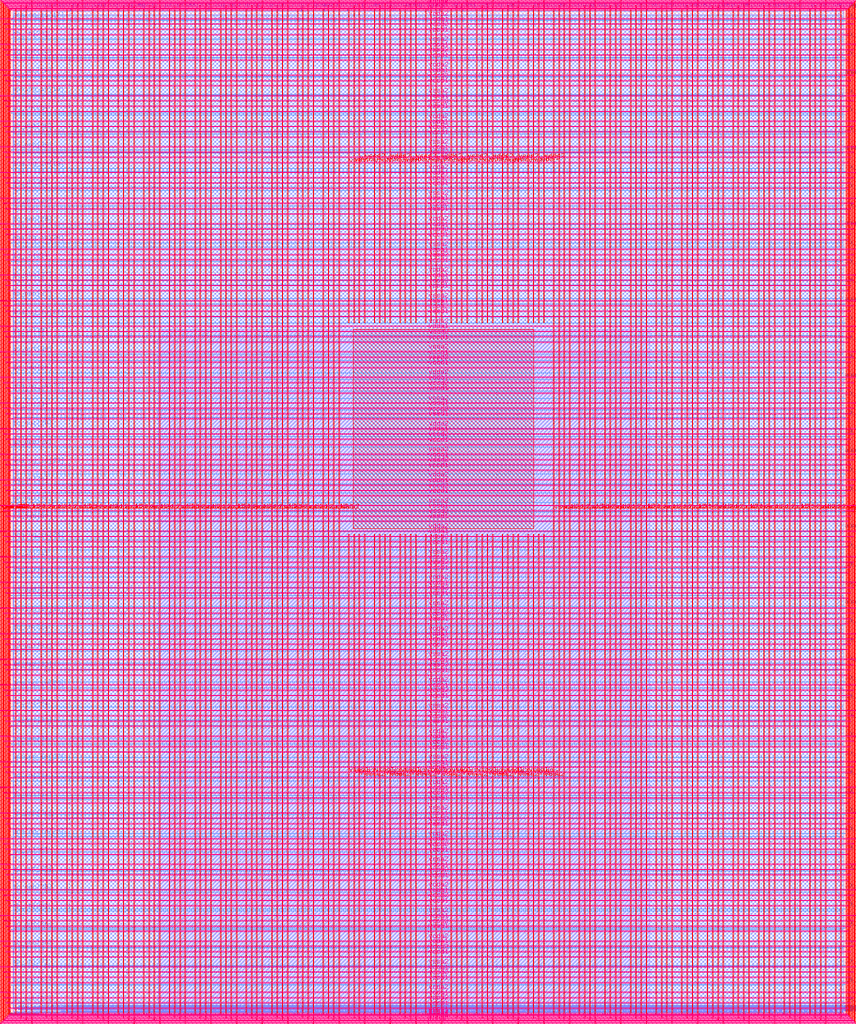
<source format=lef>
VERSION 5.7 ;
  NOWIREEXTENSIONATPIN ON ;
  DIVIDERCHAR "/" ;
  BUSBITCHARS "[]" ;
MACRO user_project_wrapper
  CLASS BLOCK ;
  FOREIGN user_project_wrapper ;
  ORIGIN 0.000 0.000 ;
  SIZE 2920.000 BY 3520.000 ;
  PIN analog_io[0]
    DIRECTION INOUT ;
    USE SIGNAL ;
    PORT
      LAYER met3 ;
        RECT 2917.600 1426.380 2924.800 1427.580 ;
    END
  END analog_io[0]
  PIN analog_io[10]
    DIRECTION INOUT ;
    USE SIGNAL ;
    PORT
      LAYER met2 ;
        RECT 2230.490 3517.600 2231.050 3524.800 ;
    END
  END analog_io[10]
  PIN analog_io[11]
    DIRECTION INOUT ;
    USE SIGNAL ;
    PORT
      LAYER met2 ;
        RECT 1905.730 3517.600 1906.290 3524.800 ;
    END
  END analog_io[11]
  PIN analog_io[12]
    DIRECTION INOUT ;
    USE SIGNAL ;
    PORT
      LAYER met2 ;
        RECT 1581.430 3517.600 1581.990 3524.800 ;
    END
  END analog_io[12]
  PIN analog_io[13]
    DIRECTION INOUT ;
    USE SIGNAL ;
    PORT
      LAYER met2 ;
        RECT 1257.130 3517.600 1257.690 3524.800 ;
    END
  END analog_io[13]
  PIN analog_io[14]
    DIRECTION INOUT ;
    USE SIGNAL ;
    PORT
      LAYER met2 ;
        RECT 932.370 3517.600 932.930 3524.800 ;
    END
  END analog_io[14]
  PIN analog_io[15]
    DIRECTION INOUT ;
    USE SIGNAL ;
    PORT
      LAYER met2 ;
        RECT 608.070 3517.600 608.630 3524.800 ;
    END
  END analog_io[15]
  PIN analog_io[16]
    DIRECTION INOUT ;
    USE SIGNAL ;
    PORT
      LAYER met2 ;
        RECT 283.770 3517.600 284.330 3524.800 ;
    END
  END analog_io[16]
  PIN analog_io[17]
    DIRECTION INOUT ;
    USE SIGNAL ;
    PORT
      LAYER met3 ;
        RECT -4.800 3486.100 2.400 3487.300 ;
    END
  END analog_io[17]
  PIN analog_io[18]
    DIRECTION INOUT ;
    USE SIGNAL ;
    PORT
      LAYER met3 ;
        RECT -4.800 3224.980 2.400 3226.180 ;
    END
  END analog_io[18]
  PIN analog_io[19]
    DIRECTION INOUT ;
    USE SIGNAL ;
    PORT
      LAYER met3 ;
        RECT -4.800 2964.540 2.400 2965.740 ;
    END
  END analog_io[19]
  PIN analog_io[1]
    DIRECTION INOUT ;
    USE SIGNAL ;
    PORT
      LAYER met3 ;
        RECT 2917.600 1692.260 2924.800 1693.460 ;
    END
  END analog_io[1]
  PIN analog_io[20]
    DIRECTION INOUT ;
    USE SIGNAL ;
    PORT
      LAYER met3 ;
        RECT -4.800 2703.420 2.400 2704.620 ;
    END
  END analog_io[20]
  PIN analog_io[21]
    DIRECTION INOUT ;
    USE SIGNAL ;
    PORT
      LAYER met3 ;
        RECT -4.800 2442.980 2.400 2444.180 ;
    END
  END analog_io[21]
  PIN analog_io[22]
    DIRECTION INOUT ;
    USE SIGNAL ;
    PORT
      LAYER met3 ;
        RECT -4.800 2182.540 2.400 2183.740 ;
    END
  END analog_io[22]
  PIN analog_io[23]
    DIRECTION INOUT ;
    USE SIGNAL ;
    PORT
      LAYER met3 ;
        RECT -4.800 1921.420 2.400 1922.620 ;
    END
  END analog_io[23]
  PIN analog_io[24]
    DIRECTION INOUT ;
    USE SIGNAL ;
    PORT
      LAYER met3 ;
        RECT -4.800 1660.980 2.400 1662.180 ;
    END
  END analog_io[24]
  PIN analog_io[25]
    DIRECTION INOUT ;
    USE SIGNAL ;
    PORT
      LAYER met3 ;
        RECT -4.800 1399.860 2.400 1401.060 ;
    END
  END analog_io[25]
  PIN analog_io[26]
    DIRECTION INOUT ;
    USE SIGNAL ;
    PORT
      LAYER met3 ;
        RECT -4.800 1139.420 2.400 1140.620 ;
    END
  END analog_io[26]
  PIN analog_io[27]
    DIRECTION INOUT ;
    USE SIGNAL ;
    PORT
      LAYER met3 ;
        RECT -4.800 878.980 2.400 880.180 ;
    END
  END analog_io[27]
  PIN analog_io[28]
    DIRECTION INOUT ;
    USE SIGNAL ;
    PORT
      LAYER met3 ;
        RECT -4.800 617.860 2.400 619.060 ;
    END
  END analog_io[28]
  PIN analog_io[2]
    DIRECTION INOUT ;
    USE SIGNAL ;
    PORT
      LAYER met3 ;
        RECT 2917.600 1958.140 2924.800 1959.340 ;
    END
  END analog_io[2]
  PIN analog_io[3]
    DIRECTION INOUT ;
    USE SIGNAL ;
    PORT
      LAYER met3 ;
        RECT 2917.600 2223.340 2924.800 2224.540 ;
    END
  END analog_io[3]
  PIN analog_io[4]
    DIRECTION INOUT ;
    USE SIGNAL ;
    PORT
      LAYER met3 ;
        RECT 2917.600 2489.220 2924.800 2490.420 ;
    END
  END analog_io[4]
  PIN analog_io[5]
    DIRECTION INOUT ;
    USE SIGNAL ;
    PORT
      LAYER met3 ;
        RECT 2917.600 2755.100 2924.800 2756.300 ;
    END
  END analog_io[5]
  PIN analog_io[6]
    DIRECTION INOUT ;
    USE SIGNAL ;
    PORT
      LAYER met3 ;
        RECT 2917.600 3020.300 2924.800 3021.500 ;
    END
  END analog_io[6]
  PIN analog_io[7]
    DIRECTION INOUT ;
    USE SIGNAL ;
    PORT
      LAYER met3 ;
        RECT 2917.600 3286.180 2924.800 3287.380 ;
    END
  END analog_io[7]
  PIN analog_io[8]
    DIRECTION INOUT ;
    USE SIGNAL ;
    PORT
      LAYER met2 ;
        RECT 2879.090 3517.600 2879.650 3524.800 ;
    END
  END analog_io[8]
  PIN analog_io[9]
    DIRECTION INOUT ;
    USE SIGNAL ;
    PORT
      LAYER met2 ;
        RECT 2554.790 3517.600 2555.350 3524.800 ;
    END
  END analog_io[9]
  PIN io_in[0]
    DIRECTION INPUT ;
    USE SIGNAL ;
    PORT
      LAYER met3 ;
        RECT 2917.600 32.380 2924.800 33.580 ;
    END
  END io_in[0]
  PIN io_in[10]
    DIRECTION INPUT ;
    USE SIGNAL ;
    PORT
      LAYER met3 ;
        RECT 2917.600 2289.980 2924.800 2291.180 ;
    END
  END io_in[10]
  PIN io_in[11]
    DIRECTION INPUT ;
    USE SIGNAL ;
    PORT
      LAYER met3 ;
        RECT 2917.600 2555.860 2924.800 2557.060 ;
    END
  END io_in[11]
  PIN io_in[12]
    DIRECTION INPUT ;
    USE SIGNAL ;
    PORT
      LAYER met3 ;
        RECT 2917.600 2821.060 2924.800 2822.260 ;
    END
  END io_in[12]
  PIN io_in[13]
    DIRECTION INPUT ;
    USE SIGNAL ;
    PORT
      LAYER met3 ;
        RECT 2917.600 3086.940 2924.800 3088.140 ;
    END
  END io_in[13]
  PIN io_in[14]
    DIRECTION INPUT ;
    USE SIGNAL ;
    PORT
      LAYER met3 ;
        RECT 2917.600 3352.820 2924.800 3354.020 ;
    END
  END io_in[14]
  PIN io_in[15]
    DIRECTION INPUT ;
    USE SIGNAL ;
    PORT
      LAYER met2 ;
        RECT 2798.130 3517.600 2798.690 3524.800 ;
    END
  END io_in[15]
  PIN io_in[16]
    DIRECTION INPUT ;
    USE SIGNAL ;
    PORT
      LAYER met2 ;
        RECT 2473.830 3517.600 2474.390 3524.800 ;
    END
  END io_in[16]
  PIN io_in[17]
    DIRECTION INPUT ;
    USE SIGNAL ;
    PORT
      LAYER met2 ;
        RECT 2149.070 3517.600 2149.630 3524.800 ;
    END
  END io_in[17]
  PIN io_in[18]
    DIRECTION INPUT ;
    USE SIGNAL ;
    PORT
      LAYER met2 ;
        RECT 1824.770 3517.600 1825.330 3524.800 ;
    END
  END io_in[18]
  PIN io_in[19]
    DIRECTION INPUT ;
    USE SIGNAL ;
    PORT
      LAYER met2 ;
        RECT 1500.470 3517.600 1501.030 3524.800 ;
    END
  END io_in[19]
  PIN io_in[1]
    DIRECTION INPUT ;
    USE SIGNAL ;
    PORT
      LAYER met3 ;
        RECT 2917.600 230.940 2924.800 232.140 ;
    END
  END io_in[1]
  PIN io_in[20]
    DIRECTION INPUT ;
    USE SIGNAL ;
    PORT
      LAYER met2 ;
        RECT 1175.710 3517.600 1176.270 3524.800 ;
    END
  END io_in[20]
  PIN io_in[21]
    DIRECTION INPUT ;
    USE SIGNAL ;
    PORT
      LAYER met2 ;
        RECT 851.410 3517.600 851.970 3524.800 ;
    END
  END io_in[21]
  PIN io_in[22]
    DIRECTION INPUT ;
    USE SIGNAL ;
    PORT
      LAYER met2 ;
        RECT 527.110 3517.600 527.670 3524.800 ;
    END
  END io_in[22]
  PIN io_in[23]
    DIRECTION INPUT ;
    USE SIGNAL ;
    PORT
      LAYER met2 ;
        RECT 202.350 3517.600 202.910 3524.800 ;
    END
  END io_in[23]
  PIN io_in[24]
    DIRECTION INPUT ;
    USE SIGNAL ;
    PORT
      LAYER met3 ;
        RECT -4.800 3420.820 2.400 3422.020 ;
    END
  END io_in[24]
  PIN io_in[25]
    DIRECTION INPUT ;
    USE SIGNAL ;
    PORT
      LAYER met3 ;
        RECT -4.800 3159.700 2.400 3160.900 ;
    END
  END io_in[25]
  PIN io_in[26]
    DIRECTION INPUT ;
    USE SIGNAL ;
    PORT
      LAYER met3 ;
        RECT -4.800 2899.260 2.400 2900.460 ;
    END
  END io_in[26]
  PIN io_in[27]
    DIRECTION INPUT ;
    USE SIGNAL ;
    PORT
      LAYER met3 ;
        RECT -4.800 2638.820 2.400 2640.020 ;
    END
  END io_in[27]
  PIN io_in[28]
    DIRECTION INPUT ;
    USE SIGNAL ;
    PORT
      LAYER met3 ;
        RECT -4.800 2377.700 2.400 2378.900 ;
    END
  END io_in[28]
  PIN io_in[29]
    DIRECTION INPUT ;
    USE SIGNAL ;
    PORT
      LAYER met3 ;
        RECT -4.800 2117.260 2.400 2118.460 ;
    END
  END io_in[29]
  PIN io_in[2]
    DIRECTION INPUT ;
    USE SIGNAL ;
    PORT
      LAYER met3 ;
        RECT 2917.600 430.180 2924.800 431.380 ;
    END
  END io_in[2]
  PIN io_in[30]
    DIRECTION INPUT ;
    USE SIGNAL ;
    PORT
      LAYER met3 ;
        RECT -4.800 1856.140 2.400 1857.340 ;
    END
  END io_in[30]
  PIN io_in[31]
    DIRECTION INPUT ;
    USE SIGNAL ;
    PORT
      LAYER met3 ;
        RECT -4.800 1595.700 2.400 1596.900 ;
    END
  END io_in[31]
  PIN io_in[32]
    DIRECTION INPUT ;
    USE SIGNAL ;
    PORT
      LAYER met3 ;
        RECT -4.800 1335.260 2.400 1336.460 ;
    END
  END io_in[32]
  PIN io_in[33]
    DIRECTION INPUT ;
    USE SIGNAL ;
    PORT
      LAYER met3 ;
        RECT -4.800 1074.140 2.400 1075.340 ;
    END
  END io_in[33]
  PIN io_in[34]
    DIRECTION INPUT ;
    USE SIGNAL ;
    PORT
      LAYER met3 ;
        RECT -4.800 813.700 2.400 814.900 ;
    END
  END io_in[34]
  PIN io_in[35]
    DIRECTION INPUT ;
    USE SIGNAL ;
    PORT
      LAYER met3 ;
        RECT -4.800 552.580 2.400 553.780 ;
    END
  END io_in[35]
  PIN io_in[36]
    DIRECTION INPUT ;
    USE SIGNAL ;
    PORT
      LAYER met3 ;
        RECT -4.800 357.420 2.400 358.620 ;
    END
  END io_in[36]
  PIN io_in[37]
    DIRECTION INPUT ;
    USE SIGNAL ;
    PORT
      LAYER met3 ;
        RECT -4.800 161.580 2.400 162.780 ;
    END
  END io_in[37]
  PIN io_in[3]
    DIRECTION INPUT ;
    USE SIGNAL ;
    PORT
      LAYER met3 ;
        RECT 2917.600 629.420 2924.800 630.620 ;
    END
  END io_in[3]
  PIN io_in[4]
    DIRECTION INPUT ;
    USE SIGNAL ;
    PORT
      LAYER met3 ;
        RECT 2917.600 828.660 2924.800 829.860 ;
    END
  END io_in[4]
  PIN io_in[5]
    DIRECTION INPUT ;
    USE SIGNAL ;
    PORT
      LAYER met3 ;
        RECT 2917.600 1027.900 2924.800 1029.100 ;
    END
  END io_in[5]
  PIN io_in[6]
    DIRECTION INPUT ;
    USE SIGNAL ;
    PORT
      LAYER met3 ;
        RECT 2917.600 1227.140 2924.800 1228.340 ;
    END
  END io_in[6]
  PIN io_in[7]
    DIRECTION INPUT ;
    USE SIGNAL ;
    PORT
      LAYER met3 ;
        RECT 2917.600 1493.020 2924.800 1494.220 ;
    END
  END io_in[7]
  PIN io_in[8]
    DIRECTION INPUT ;
    USE SIGNAL ;
    PORT
      LAYER met3 ;
        RECT 2917.600 1758.900 2924.800 1760.100 ;
    END
  END io_in[8]
  PIN io_in[9]
    DIRECTION INPUT ;
    USE SIGNAL ;
    PORT
      LAYER met3 ;
        RECT 2917.600 2024.100 2924.800 2025.300 ;
    END
  END io_in[9]
  PIN io_oeb[0]
    DIRECTION OUTPUT TRISTATE ;
    USE SIGNAL ;
    PORT
      LAYER met3 ;
        RECT 2917.600 164.980 2924.800 166.180 ;
    END
  END io_oeb[0]
  PIN io_oeb[10]
    DIRECTION OUTPUT TRISTATE ;
    USE SIGNAL ;
    PORT
      LAYER met3 ;
        RECT 2917.600 2422.580 2924.800 2423.780 ;
    END
  END io_oeb[10]
  PIN io_oeb[11]
    DIRECTION OUTPUT TRISTATE ;
    USE SIGNAL ;
    PORT
      LAYER met3 ;
        RECT 2917.600 2688.460 2924.800 2689.660 ;
    END
  END io_oeb[11]
  PIN io_oeb[12]
    DIRECTION OUTPUT TRISTATE ;
    USE SIGNAL ;
    PORT
      LAYER met3 ;
        RECT 2917.600 2954.340 2924.800 2955.540 ;
    END
  END io_oeb[12]
  PIN io_oeb[13]
    DIRECTION OUTPUT TRISTATE ;
    USE SIGNAL ;
    PORT
      LAYER met3 ;
        RECT 2917.600 3219.540 2924.800 3220.740 ;
    END
  END io_oeb[13]
  PIN io_oeb[14]
    DIRECTION OUTPUT TRISTATE ;
    USE SIGNAL ;
    PORT
      LAYER met3 ;
        RECT 2917.600 3485.420 2924.800 3486.620 ;
    END
  END io_oeb[14]
  PIN io_oeb[15]
    DIRECTION OUTPUT TRISTATE ;
    USE SIGNAL ;
    PORT
      LAYER met2 ;
        RECT 2635.750 3517.600 2636.310 3524.800 ;
    END
  END io_oeb[15]
  PIN io_oeb[16]
    DIRECTION OUTPUT TRISTATE ;
    USE SIGNAL ;
    PORT
      LAYER met2 ;
        RECT 2311.450 3517.600 2312.010 3524.800 ;
    END
  END io_oeb[16]
  PIN io_oeb[17]
    DIRECTION OUTPUT TRISTATE ;
    USE SIGNAL ;
    PORT
      LAYER met2 ;
        RECT 1987.150 3517.600 1987.710 3524.800 ;
    END
  END io_oeb[17]
  PIN io_oeb[18]
    DIRECTION OUTPUT TRISTATE ;
    USE SIGNAL ;
    PORT
      LAYER met2 ;
        RECT 1662.390 3517.600 1662.950 3524.800 ;
    END
  END io_oeb[18]
  PIN io_oeb[19]
    DIRECTION OUTPUT TRISTATE ;
    USE SIGNAL ;
    PORT
      LAYER met2 ;
        RECT 1338.090 3517.600 1338.650 3524.800 ;
    END
  END io_oeb[19]
  PIN io_oeb[1]
    DIRECTION OUTPUT TRISTATE ;
    USE SIGNAL ;
    PORT
      LAYER met3 ;
        RECT 2917.600 364.220 2924.800 365.420 ;
    END
  END io_oeb[1]
  PIN io_oeb[20]
    DIRECTION OUTPUT TRISTATE ;
    USE SIGNAL ;
    PORT
      LAYER met2 ;
        RECT 1013.790 3517.600 1014.350 3524.800 ;
    END
  END io_oeb[20]
  PIN io_oeb[21]
    DIRECTION OUTPUT TRISTATE ;
    USE SIGNAL ;
    PORT
      LAYER met2 ;
        RECT 689.030 3517.600 689.590 3524.800 ;
    END
  END io_oeb[21]
  PIN io_oeb[22]
    DIRECTION OUTPUT TRISTATE ;
    USE SIGNAL ;
    PORT
      LAYER met2 ;
        RECT 364.730 3517.600 365.290 3524.800 ;
    END
  END io_oeb[22]
  PIN io_oeb[23]
    DIRECTION OUTPUT TRISTATE ;
    USE SIGNAL ;
    PORT
      LAYER met2 ;
        RECT 40.430 3517.600 40.990 3524.800 ;
    END
  END io_oeb[23]
  PIN io_oeb[24]
    DIRECTION OUTPUT TRISTATE ;
    USE SIGNAL ;
    PORT
      LAYER met3 ;
        RECT -4.800 3290.260 2.400 3291.460 ;
    END
  END io_oeb[24]
  PIN io_oeb[25]
    DIRECTION OUTPUT TRISTATE ;
    USE SIGNAL ;
    PORT
      LAYER met3 ;
        RECT -4.800 3029.820 2.400 3031.020 ;
    END
  END io_oeb[25]
  PIN io_oeb[26]
    DIRECTION OUTPUT TRISTATE ;
    USE SIGNAL ;
    PORT
      LAYER met3 ;
        RECT -4.800 2768.700 2.400 2769.900 ;
    END
  END io_oeb[26]
  PIN io_oeb[27]
    DIRECTION OUTPUT TRISTATE ;
    USE SIGNAL ;
    PORT
      LAYER met3 ;
        RECT -4.800 2508.260 2.400 2509.460 ;
    END
  END io_oeb[27]
  PIN io_oeb[28]
    DIRECTION OUTPUT TRISTATE ;
    USE SIGNAL ;
    PORT
      LAYER met3 ;
        RECT -4.800 2247.140 2.400 2248.340 ;
    END
  END io_oeb[28]
  PIN io_oeb[29]
    DIRECTION OUTPUT TRISTATE ;
    USE SIGNAL ;
    PORT
      LAYER met3 ;
        RECT -4.800 1986.700 2.400 1987.900 ;
    END
  END io_oeb[29]
  PIN io_oeb[2]
    DIRECTION OUTPUT TRISTATE ;
    USE SIGNAL ;
    PORT
      LAYER met3 ;
        RECT 2917.600 563.460 2924.800 564.660 ;
    END
  END io_oeb[2]
  PIN io_oeb[30]
    DIRECTION OUTPUT TRISTATE ;
    USE SIGNAL ;
    PORT
      LAYER met3 ;
        RECT -4.800 1726.260 2.400 1727.460 ;
    END
  END io_oeb[30]
  PIN io_oeb[31]
    DIRECTION OUTPUT TRISTATE ;
    USE SIGNAL ;
    PORT
      LAYER met3 ;
        RECT -4.800 1465.140 2.400 1466.340 ;
    END
  END io_oeb[31]
  PIN io_oeb[32]
    DIRECTION OUTPUT TRISTATE ;
    USE SIGNAL ;
    PORT
      LAYER met3 ;
        RECT -4.800 1204.700 2.400 1205.900 ;
    END
  END io_oeb[32]
  PIN io_oeb[33]
    DIRECTION OUTPUT TRISTATE ;
    USE SIGNAL ;
    PORT
      LAYER met3 ;
        RECT -4.800 943.580 2.400 944.780 ;
    END
  END io_oeb[33]
  PIN io_oeb[34]
    DIRECTION OUTPUT TRISTATE ;
    USE SIGNAL ;
    PORT
      LAYER met3 ;
        RECT -4.800 683.140 2.400 684.340 ;
    END
  END io_oeb[34]
  PIN io_oeb[35]
    DIRECTION OUTPUT TRISTATE ;
    USE SIGNAL ;
    PORT
      LAYER met3 ;
        RECT -4.800 422.700 2.400 423.900 ;
    END
  END io_oeb[35]
  PIN io_oeb[36]
    DIRECTION OUTPUT TRISTATE ;
    USE SIGNAL ;
    PORT
      LAYER met3 ;
        RECT -4.800 226.860 2.400 228.060 ;
    END
  END io_oeb[36]
  PIN io_oeb[37]
    DIRECTION OUTPUT TRISTATE ;
    USE SIGNAL ;
    PORT
      LAYER met3 ;
        RECT -4.800 31.700 2.400 32.900 ;
    END
  END io_oeb[37]
  PIN io_oeb[3]
    DIRECTION OUTPUT TRISTATE ;
    USE SIGNAL ;
    PORT
      LAYER met3 ;
        RECT 2917.600 762.700 2924.800 763.900 ;
    END
  END io_oeb[3]
  PIN io_oeb[4]
    DIRECTION OUTPUT TRISTATE ;
    USE SIGNAL ;
    PORT
      LAYER met3 ;
        RECT 2917.600 961.940 2924.800 963.140 ;
    END
  END io_oeb[4]
  PIN io_oeb[5]
    DIRECTION OUTPUT TRISTATE ;
    USE SIGNAL ;
    PORT
      LAYER met3 ;
        RECT 2917.600 1161.180 2924.800 1162.380 ;
    END
  END io_oeb[5]
  PIN io_oeb[6]
    DIRECTION OUTPUT TRISTATE ;
    USE SIGNAL ;
    PORT
      LAYER met3 ;
        RECT 2917.600 1360.420 2924.800 1361.620 ;
    END
  END io_oeb[6]
  PIN io_oeb[7]
    DIRECTION OUTPUT TRISTATE ;
    USE SIGNAL ;
    PORT
      LAYER met3 ;
        RECT 2917.600 1625.620 2924.800 1626.820 ;
    END
  END io_oeb[7]
  PIN io_oeb[8]
    DIRECTION OUTPUT TRISTATE ;
    USE SIGNAL ;
    PORT
      LAYER met3 ;
        RECT 2917.600 1891.500 2924.800 1892.700 ;
    END
  END io_oeb[8]
  PIN io_oeb[9]
    DIRECTION OUTPUT TRISTATE ;
    USE SIGNAL ;
    PORT
      LAYER met3 ;
        RECT 2917.600 2157.380 2924.800 2158.580 ;
    END
  END io_oeb[9]
  PIN io_out[0]
    DIRECTION OUTPUT TRISTATE ;
    USE SIGNAL ;
    PORT
      LAYER met3 ;
        RECT 2917.600 98.340 2924.800 99.540 ;
    END
  END io_out[0]
  PIN io_out[10]
    DIRECTION OUTPUT TRISTATE ;
    USE SIGNAL ;
    PORT
      LAYER met3 ;
        RECT 2917.600 2356.620 2924.800 2357.820 ;
    END
  END io_out[10]
  PIN io_out[11]
    DIRECTION OUTPUT TRISTATE ;
    USE SIGNAL ;
    PORT
      LAYER met3 ;
        RECT 2917.600 2621.820 2924.800 2623.020 ;
    END
  END io_out[11]
  PIN io_out[12]
    DIRECTION OUTPUT TRISTATE ;
    USE SIGNAL ;
    PORT
      LAYER met3 ;
        RECT 2917.600 2887.700 2924.800 2888.900 ;
    END
  END io_out[12]
  PIN io_out[13]
    DIRECTION OUTPUT TRISTATE ;
    USE SIGNAL ;
    PORT
      LAYER met3 ;
        RECT 2917.600 3153.580 2924.800 3154.780 ;
    END
  END io_out[13]
  PIN io_out[14]
    DIRECTION OUTPUT TRISTATE ;
    USE SIGNAL ;
    PORT
      LAYER met3 ;
        RECT 2917.600 3418.780 2924.800 3419.980 ;
    END
  END io_out[14]
  PIN io_out[15]
    DIRECTION OUTPUT TRISTATE ;
    USE SIGNAL ;
    PORT
      LAYER met2 ;
        RECT 2717.170 3517.600 2717.730 3524.800 ;
    END
  END io_out[15]
  PIN io_out[16]
    DIRECTION OUTPUT TRISTATE ;
    USE SIGNAL ;
    PORT
      LAYER met2 ;
        RECT 2392.410 3517.600 2392.970 3524.800 ;
    END
  END io_out[16]
  PIN io_out[17]
    DIRECTION OUTPUT TRISTATE ;
    USE SIGNAL ;
    PORT
      LAYER met2 ;
        RECT 2068.110 3517.600 2068.670 3524.800 ;
    END
  END io_out[17]
  PIN io_out[18]
    DIRECTION OUTPUT TRISTATE ;
    USE SIGNAL ;
    PORT
      LAYER met2 ;
        RECT 1743.810 3517.600 1744.370 3524.800 ;
    END
  END io_out[18]
  PIN io_out[19]
    DIRECTION OUTPUT TRISTATE ;
    USE SIGNAL ;
    PORT
      LAYER met2 ;
        RECT 1419.050 3517.600 1419.610 3524.800 ;
    END
  END io_out[19]
  PIN io_out[1]
    DIRECTION OUTPUT TRISTATE ;
    USE SIGNAL ;
    PORT
      LAYER met3 ;
        RECT 2917.600 297.580 2924.800 298.780 ;
    END
  END io_out[1]
  PIN io_out[20]
    DIRECTION OUTPUT TRISTATE ;
    USE SIGNAL ;
    PORT
      LAYER met2 ;
        RECT 1094.750 3517.600 1095.310 3524.800 ;
    END
  END io_out[20]
  PIN io_out[21]
    DIRECTION OUTPUT TRISTATE ;
    USE SIGNAL ;
    PORT
      LAYER met2 ;
        RECT 770.450 3517.600 771.010 3524.800 ;
    END
  END io_out[21]
  PIN io_out[22]
    DIRECTION OUTPUT TRISTATE ;
    USE SIGNAL ;
    PORT
      LAYER met2 ;
        RECT 445.690 3517.600 446.250 3524.800 ;
    END
  END io_out[22]
  PIN io_out[23]
    DIRECTION OUTPUT TRISTATE ;
    USE SIGNAL ;
    PORT
      LAYER met2 ;
        RECT 121.390 3517.600 121.950 3524.800 ;
    END
  END io_out[23]
  PIN io_out[24]
    DIRECTION OUTPUT TRISTATE ;
    USE SIGNAL ;
    PORT
      LAYER met3 ;
        RECT -4.800 3355.540 2.400 3356.740 ;
    END
  END io_out[24]
  PIN io_out[25]
    DIRECTION OUTPUT TRISTATE ;
    USE SIGNAL ;
    PORT
      LAYER met3 ;
        RECT -4.800 3095.100 2.400 3096.300 ;
    END
  END io_out[25]
  PIN io_out[26]
    DIRECTION OUTPUT TRISTATE ;
    USE SIGNAL ;
    PORT
      LAYER met3 ;
        RECT -4.800 2833.980 2.400 2835.180 ;
    END
  END io_out[26]
  PIN io_out[27]
    DIRECTION OUTPUT TRISTATE ;
    USE SIGNAL ;
    PORT
      LAYER met3 ;
        RECT -4.800 2573.540 2.400 2574.740 ;
    END
  END io_out[27]
  PIN io_out[28]
    DIRECTION OUTPUT TRISTATE ;
    USE SIGNAL ;
    PORT
      LAYER met3 ;
        RECT -4.800 2312.420 2.400 2313.620 ;
    END
  END io_out[28]
  PIN io_out[29]
    DIRECTION OUTPUT TRISTATE ;
    USE SIGNAL ;
    PORT
      LAYER met3 ;
        RECT -4.800 2051.980 2.400 2053.180 ;
    END
  END io_out[29]
  PIN io_out[2]
    DIRECTION OUTPUT TRISTATE ;
    USE SIGNAL ;
    PORT
      LAYER met3 ;
        RECT 2917.600 496.820 2924.800 498.020 ;
    END
  END io_out[2]
  PIN io_out[30]
    DIRECTION OUTPUT TRISTATE ;
    USE SIGNAL ;
    PORT
      LAYER met3 ;
        RECT -4.800 1791.540 2.400 1792.740 ;
    END
  END io_out[30]
  PIN io_out[31]
    DIRECTION OUTPUT TRISTATE ;
    USE SIGNAL ;
    PORT
      LAYER met3 ;
        RECT -4.800 1530.420 2.400 1531.620 ;
    END
  END io_out[31]
  PIN io_out[32]
    DIRECTION OUTPUT TRISTATE ;
    USE SIGNAL ;
    PORT
      LAYER met3 ;
        RECT -4.800 1269.980 2.400 1271.180 ;
    END
  END io_out[32]
  PIN io_out[33]
    DIRECTION OUTPUT TRISTATE ;
    USE SIGNAL ;
    PORT
      LAYER met3 ;
        RECT -4.800 1008.860 2.400 1010.060 ;
    END
  END io_out[33]
  PIN io_out[34]
    DIRECTION OUTPUT TRISTATE ;
    USE SIGNAL ;
    PORT
      LAYER met3 ;
        RECT -4.800 748.420 2.400 749.620 ;
    END
  END io_out[34]
  PIN io_out[35]
    DIRECTION OUTPUT TRISTATE ;
    USE SIGNAL ;
    PORT
      LAYER met3 ;
        RECT -4.800 487.300 2.400 488.500 ;
    END
  END io_out[35]
  PIN io_out[36]
    DIRECTION OUTPUT TRISTATE ;
    USE SIGNAL ;
    PORT
      LAYER met3 ;
        RECT -4.800 292.140 2.400 293.340 ;
    END
  END io_out[36]
  PIN io_out[37]
    DIRECTION OUTPUT TRISTATE ;
    USE SIGNAL ;
    PORT
      LAYER met3 ;
        RECT -4.800 96.300 2.400 97.500 ;
    END
  END io_out[37]
  PIN io_out[3]
    DIRECTION OUTPUT TRISTATE ;
    USE SIGNAL ;
    PORT
      LAYER met3 ;
        RECT 2917.600 696.060 2924.800 697.260 ;
    END
  END io_out[3]
  PIN io_out[4]
    DIRECTION OUTPUT TRISTATE ;
    USE SIGNAL ;
    PORT
      LAYER met3 ;
        RECT 2917.600 895.300 2924.800 896.500 ;
    END
  END io_out[4]
  PIN io_out[5]
    DIRECTION OUTPUT TRISTATE ;
    USE SIGNAL ;
    PORT
      LAYER met3 ;
        RECT 2917.600 1094.540 2924.800 1095.740 ;
    END
  END io_out[5]
  PIN io_out[6]
    DIRECTION OUTPUT TRISTATE ;
    USE SIGNAL ;
    PORT
      LAYER met3 ;
        RECT 2917.600 1293.780 2924.800 1294.980 ;
    END
  END io_out[6]
  PIN io_out[7]
    DIRECTION OUTPUT TRISTATE ;
    USE SIGNAL ;
    PORT
      LAYER met3 ;
        RECT 2917.600 1559.660 2924.800 1560.860 ;
    END
  END io_out[7]
  PIN io_out[8]
    DIRECTION OUTPUT TRISTATE ;
    USE SIGNAL ;
    PORT
      LAYER met3 ;
        RECT 2917.600 1824.860 2924.800 1826.060 ;
    END
  END io_out[8]
  PIN io_out[9]
    DIRECTION OUTPUT TRISTATE ;
    USE SIGNAL ;
    PORT
      LAYER met3 ;
        RECT 2917.600 2090.740 2924.800 2091.940 ;
    END
  END io_out[9]
  PIN la_data_in[0]
    DIRECTION INPUT ;
    USE SIGNAL ;
    PORT
      LAYER met2 ;
        RECT 629.230 -4.800 629.790 2.400 ;
    END
  END la_data_in[0]
  PIN la_data_in[100]
    DIRECTION INPUT ;
    USE SIGNAL ;
    PORT
      LAYER met2 ;
        RECT 2402.530 -4.800 2403.090 2.400 ;
    END
  END la_data_in[100]
  PIN la_data_in[101]
    DIRECTION INPUT ;
    USE SIGNAL ;
    PORT
      LAYER met2 ;
        RECT 2420.010 -4.800 2420.570 2.400 ;
    END
  END la_data_in[101]
  PIN la_data_in[102]
    DIRECTION INPUT ;
    USE SIGNAL ;
    PORT
      LAYER met2 ;
        RECT 2437.950 -4.800 2438.510 2.400 ;
    END
  END la_data_in[102]
  PIN la_data_in[103]
    DIRECTION INPUT ;
    USE SIGNAL ;
    PORT
      LAYER met2 ;
        RECT 2455.430 -4.800 2455.990 2.400 ;
    END
  END la_data_in[103]
  PIN la_data_in[104]
    DIRECTION INPUT ;
    USE SIGNAL ;
    PORT
      LAYER met2 ;
        RECT 2473.370 -4.800 2473.930 2.400 ;
    END
  END la_data_in[104]
  PIN la_data_in[105]
    DIRECTION INPUT ;
    USE SIGNAL ;
    PORT
      LAYER met2 ;
        RECT 2490.850 -4.800 2491.410 2.400 ;
    END
  END la_data_in[105]
  PIN la_data_in[106]
    DIRECTION INPUT ;
    USE SIGNAL ;
    PORT
      LAYER met2 ;
        RECT 2508.790 -4.800 2509.350 2.400 ;
    END
  END la_data_in[106]
  PIN la_data_in[107]
    DIRECTION INPUT ;
    USE SIGNAL ;
    PORT
      LAYER met2 ;
        RECT 2526.730 -4.800 2527.290 2.400 ;
    END
  END la_data_in[107]
  PIN la_data_in[108]
    DIRECTION INPUT ;
    USE SIGNAL ;
    PORT
      LAYER met2 ;
        RECT 2544.210 -4.800 2544.770 2.400 ;
    END
  END la_data_in[108]
  PIN la_data_in[109]
    DIRECTION INPUT ;
    USE SIGNAL ;
    PORT
      LAYER met2 ;
        RECT 2562.150 -4.800 2562.710 2.400 ;
    END
  END la_data_in[109]
  PIN la_data_in[10]
    DIRECTION INPUT ;
    USE SIGNAL ;
    PORT
      LAYER met2 ;
        RECT 806.330 -4.800 806.890 2.400 ;
    END
  END la_data_in[10]
  PIN la_data_in[110]
    DIRECTION INPUT ;
    USE SIGNAL ;
    PORT
      LAYER met2 ;
        RECT 2579.630 -4.800 2580.190 2.400 ;
    END
  END la_data_in[110]
  PIN la_data_in[111]
    DIRECTION INPUT ;
    USE SIGNAL ;
    PORT
      LAYER met2 ;
        RECT 2597.570 -4.800 2598.130 2.400 ;
    END
  END la_data_in[111]
  PIN la_data_in[112]
    DIRECTION INPUT ;
    USE SIGNAL ;
    PORT
      LAYER met2 ;
        RECT 2615.050 -4.800 2615.610 2.400 ;
    END
  END la_data_in[112]
  PIN la_data_in[113]
    DIRECTION INPUT ;
    USE SIGNAL ;
    PORT
      LAYER met2 ;
        RECT 2632.990 -4.800 2633.550 2.400 ;
    END
  END la_data_in[113]
  PIN la_data_in[114]
    DIRECTION INPUT ;
    USE SIGNAL ;
    PORT
      LAYER met2 ;
        RECT 2650.470 -4.800 2651.030 2.400 ;
    END
  END la_data_in[114]
  PIN la_data_in[115]
    DIRECTION INPUT ;
    USE SIGNAL ;
    PORT
      LAYER met2 ;
        RECT 2668.410 -4.800 2668.970 2.400 ;
    END
  END la_data_in[115]
  PIN la_data_in[116]
    DIRECTION INPUT ;
    USE SIGNAL ;
    PORT
      LAYER met2 ;
        RECT 2685.890 -4.800 2686.450 2.400 ;
    END
  END la_data_in[116]
  PIN la_data_in[117]
    DIRECTION INPUT ;
    USE SIGNAL ;
    PORT
      LAYER met2 ;
        RECT 2703.830 -4.800 2704.390 2.400 ;
    END
  END la_data_in[117]
  PIN la_data_in[118]
    DIRECTION INPUT ;
    USE SIGNAL ;
    PORT
      LAYER met2 ;
        RECT 2721.770 -4.800 2722.330 2.400 ;
    END
  END la_data_in[118]
  PIN la_data_in[119]
    DIRECTION INPUT ;
    USE SIGNAL ;
    PORT
      LAYER met2 ;
        RECT 2739.250 -4.800 2739.810 2.400 ;
    END
  END la_data_in[119]
  PIN la_data_in[11]
    DIRECTION INPUT ;
    USE SIGNAL ;
    PORT
      LAYER met2 ;
        RECT 824.270 -4.800 824.830 2.400 ;
    END
  END la_data_in[11]
  PIN la_data_in[120]
    DIRECTION INPUT ;
    USE SIGNAL ;
    PORT
      LAYER met2 ;
        RECT 2757.190 -4.800 2757.750 2.400 ;
    END
  END la_data_in[120]
  PIN la_data_in[121]
    DIRECTION INPUT ;
    USE SIGNAL ;
    PORT
      LAYER met2 ;
        RECT 2774.670 -4.800 2775.230 2.400 ;
    END
  END la_data_in[121]
  PIN la_data_in[122]
    DIRECTION INPUT ;
    USE SIGNAL ;
    PORT
      LAYER met2 ;
        RECT 2792.610 -4.800 2793.170 2.400 ;
    END
  END la_data_in[122]
  PIN la_data_in[123]
    DIRECTION INPUT ;
    USE SIGNAL ;
    PORT
      LAYER met2 ;
        RECT 2810.090 -4.800 2810.650 2.400 ;
    END
  END la_data_in[123]
  PIN la_data_in[124]
    DIRECTION INPUT ;
    USE SIGNAL ;
    PORT
      LAYER met2 ;
        RECT 2828.030 -4.800 2828.590 2.400 ;
    END
  END la_data_in[124]
  PIN la_data_in[125]
    DIRECTION INPUT ;
    USE SIGNAL ;
    PORT
      LAYER met2 ;
        RECT 2845.510 -4.800 2846.070 2.400 ;
    END
  END la_data_in[125]
  PIN la_data_in[126]
    DIRECTION INPUT ;
    USE SIGNAL ;
    PORT
      LAYER met2 ;
        RECT 2863.450 -4.800 2864.010 2.400 ;
    END
  END la_data_in[126]
  PIN la_data_in[127]
    DIRECTION INPUT ;
    USE SIGNAL ;
    PORT
      LAYER met2 ;
        RECT 2881.390 -4.800 2881.950 2.400 ;
    END
  END la_data_in[127]
  PIN la_data_in[12]
    DIRECTION INPUT ;
    USE SIGNAL ;
    PORT
      LAYER met2 ;
        RECT 841.750 -4.800 842.310 2.400 ;
    END
  END la_data_in[12]
  PIN la_data_in[13]
    DIRECTION INPUT ;
    USE SIGNAL ;
    PORT
      LAYER met2 ;
        RECT 859.690 -4.800 860.250 2.400 ;
    END
  END la_data_in[13]
  PIN la_data_in[14]
    DIRECTION INPUT ;
    USE SIGNAL ;
    PORT
      LAYER met2 ;
        RECT 877.170 -4.800 877.730 2.400 ;
    END
  END la_data_in[14]
  PIN la_data_in[15]
    DIRECTION INPUT ;
    USE SIGNAL ;
    PORT
      LAYER met2 ;
        RECT 895.110 -4.800 895.670 2.400 ;
    END
  END la_data_in[15]
  PIN la_data_in[16]
    DIRECTION INPUT ;
    USE SIGNAL ;
    PORT
      LAYER met2 ;
        RECT 912.590 -4.800 913.150 2.400 ;
    END
  END la_data_in[16]
  PIN la_data_in[17]
    DIRECTION INPUT ;
    USE SIGNAL ;
    PORT
      LAYER met2 ;
        RECT 930.530 -4.800 931.090 2.400 ;
    END
  END la_data_in[17]
  PIN la_data_in[18]
    DIRECTION INPUT ;
    USE SIGNAL ;
    PORT
      LAYER met2 ;
        RECT 948.470 -4.800 949.030 2.400 ;
    END
  END la_data_in[18]
  PIN la_data_in[19]
    DIRECTION INPUT ;
    USE SIGNAL ;
    PORT
      LAYER met2 ;
        RECT 965.950 -4.800 966.510 2.400 ;
    END
  END la_data_in[19]
  PIN la_data_in[1]
    DIRECTION INPUT ;
    USE SIGNAL ;
    PORT
      LAYER met2 ;
        RECT 646.710 -4.800 647.270 2.400 ;
    END
  END la_data_in[1]
  PIN la_data_in[20]
    DIRECTION INPUT ;
    USE SIGNAL ;
    PORT
      LAYER met2 ;
        RECT 983.890 -4.800 984.450 2.400 ;
    END
  END la_data_in[20]
  PIN la_data_in[21]
    DIRECTION INPUT ;
    USE SIGNAL ;
    PORT
      LAYER met2 ;
        RECT 1001.370 -4.800 1001.930 2.400 ;
    END
  END la_data_in[21]
  PIN la_data_in[22]
    DIRECTION INPUT ;
    USE SIGNAL ;
    PORT
      LAYER met2 ;
        RECT 1019.310 -4.800 1019.870 2.400 ;
    END
  END la_data_in[22]
  PIN la_data_in[23]
    DIRECTION INPUT ;
    USE SIGNAL ;
    PORT
      LAYER met2 ;
        RECT 1036.790 -4.800 1037.350 2.400 ;
    END
  END la_data_in[23]
  PIN la_data_in[24]
    DIRECTION INPUT ;
    USE SIGNAL ;
    PORT
      LAYER met2 ;
        RECT 1054.730 -4.800 1055.290 2.400 ;
    END
  END la_data_in[24]
  PIN la_data_in[25]
    DIRECTION INPUT ;
    USE SIGNAL ;
    PORT
      LAYER met2 ;
        RECT 1072.210 -4.800 1072.770 2.400 ;
    END
  END la_data_in[25]
  PIN la_data_in[26]
    DIRECTION INPUT ;
    USE SIGNAL ;
    PORT
      LAYER met2 ;
        RECT 1090.150 -4.800 1090.710 2.400 ;
    END
  END la_data_in[26]
  PIN la_data_in[27]
    DIRECTION INPUT ;
    USE SIGNAL ;
    PORT
      LAYER met2 ;
        RECT 1107.630 -4.800 1108.190 2.400 ;
    END
  END la_data_in[27]
  PIN la_data_in[28]
    DIRECTION INPUT ;
    USE SIGNAL ;
    PORT
      LAYER met2 ;
        RECT 1125.570 -4.800 1126.130 2.400 ;
    END
  END la_data_in[28]
  PIN la_data_in[29]
    DIRECTION INPUT ;
    USE SIGNAL ;
    PORT
      LAYER met2 ;
        RECT 1143.510 -4.800 1144.070 2.400 ;
    END
  END la_data_in[29]
  PIN la_data_in[2]
    DIRECTION INPUT ;
    USE SIGNAL ;
    PORT
      LAYER met2 ;
        RECT 664.650 -4.800 665.210 2.400 ;
    END
  END la_data_in[2]
  PIN la_data_in[30]
    DIRECTION INPUT ;
    USE SIGNAL ;
    PORT
      LAYER met2 ;
        RECT 1160.990 -4.800 1161.550 2.400 ;
    END
  END la_data_in[30]
  PIN la_data_in[31]
    DIRECTION INPUT ;
    USE SIGNAL ;
    PORT
      LAYER met2 ;
        RECT 1178.930 -4.800 1179.490 2.400 ;
    END
  END la_data_in[31]
  PIN la_data_in[32]
    DIRECTION INPUT ;
    USE SIGNAL ;
    PORT
      LAYER met2 ;
        RECT 1196.410 -4.800 1196.970 2.400 ;
    END
  END la_data_in[32]
  PIN la_data_in[33]
    DIRECTION INPUT ;
    USE SIGNAL ;
    PORT
      LAYER met2 ;
        RECT 1214.350 -4.800 1214.910 2.400 ;
    END
  END la_data_in[33]
  PIN la_data_in[34]
    DIRECTION INPUT ;
    USE SIGNAL ;
    PORT
      LAYER met2 ;
        RECT 1231.830 -4.800 1232.390 2.400 ;
    END
  END la_data_in[34]
  PIN la_data_in[35]
    DIRECTION INPUT ;
    USE SIGNAL ;
    PORT
      LAYER met2 ;
        RECT 1249.770 -4.800 1250.330 2.400 ;
    END
  END la_data_in[35]
  PIN la_data_in[36]
    DIRECTION INPUT ;
    USE SIGNAL ;
    PORT
      LAYER met2 ;
        RECT 1267.250 -4.800 1267.810 2.400 ;
    END
  END la_data_in[36]
  PIN la_data_in[37]
    DIRECTION INPUT ;
    USE SIGNAL ;
    PORT
      LAYER met2 ;
        RECT 1285.190 -4.800 1285.750 2.400 ;
    END
  END la_data_in[37]
  PIN la_data_in[38]
    DIRECTION INPUT ;
    USE SIGNAL ;
    PORT
      LAYER met2 ;
        RECT 1303.130 -4.800 1303.690 2.400 ;
    END
  END la_data_in[38]
  PIN la_data_in[39]
    DIRECTION INPUT ;
    USE SIGNAL ;
    PORT
      LAYER met2 ;
        RECT 1320.610 -4.800 1321.170 2.400 ;
    END
  END la_data_in[39]
  PIN la_data_in[3]
    DIRECTION INPUT ;
    USE SIGNAL ;
    PORT
      LAYER met2 ;
        RECT 682.130 -4.800 682.690 2.400 ;
    END
  END la_data_in[3]
  PIN la_data_in[40]
    DIRECTION INPUT ;
    USE SIGNAL ;
    PORT
      LAYER met2 ;
        RECT 1338.550 -4.800 1339.110 2.400 ;
    END
  END la_data_in[40]
  PIN la_data_in[41]
    DIRECTION INPUT ;
    USE SIGNAL ;
    PORT
      LAYER met2 ;
        RECT 1356.030 -4.800 1356.590 2.400 ;
    END
  END la_data_in[41]
  PIN la_data_in[42]
    DIRECTION INPUT ;
    USE SIGNAL ;
    PORT
      LAYER met2 ;
        RECT 1373.970 -4.800 1374.530 2.400 ;
    END
  END la_data_in[42]
  PIN la_data_in[43]
    DIRECTION INPUT ;
    USE SIGNAL ;
    PORT
      LAYER met2 ;
        RECT 1391.450 -4.800 1392.010 2.400 ;
    END
  END la_data_in[43]
  PIN la_data_in[44]
    DIRECTION INPUT ;
    USE SIGNAL ;
    PORT
      LAYER met2 ;
        RECT 1409.390 -4.800 1409.950 2.400 ;
    END
  END la_data_in[44]
  PIN la_data_in[45]
    DIRECTION INPUT ;
    USE SIGNAL ;
    PORT
      LAYER met2 ;
        RECT 1426.870 -4.800 1427.430 2.400 ;
    END
  END la_data_in[45]
  PIN la_data_in[46]
    DIRECTION INPUT ;
    USE SIGNAL ;
    PORT
      LAYER met2 ;
        RECT 1444.810 -4.800 1445.370 2.400 ;
    END
  END la_data_in[46]
  PIN la_data_in[47]
    DIRECTION INPUT ;
    USE SIGNAL ;
    PORT
      LAYER met2 ;
        RECT 1462.750 -4.800 1463.310 2.400 ;
    END
  END la_data_in[47]
  PIN la_data_in[48]
    DIRECTION INPUT ;
    USE SIGNAL ;
    PORT
      LAYER met2 ;
        RECT 1480.230 -4.800 1480.790 2.400 ;
    END
  END la_data_in[48]
  PIN la_data_in[49]
    DIRECTION INPUT ;
    USE SIGNAL ;
    PORT
      LAYER met2 ;
        RECT 1498.170 -4.800 1498.730 2.400 ;
    END
  END la_data_in[49]
  PIN la_data_in[4]
    DIRECTION INPUT ;
    USE SIGNAL ;
    PORT
      LAYER met2 ;
        RECT 700.070 -4.800 700.630 2.400 ;
    END
  END la_data_in[4]
  PIN la_data_in[50]
    DIRECTION INPUT ;
    USE SIGNAL ;
    PORT
      LAYER met2 ;
        RECT 1515.650 -4.800 1516.210 2.400 ;
    END
  END la_data_in[50]
  PIN la_data_in[51]
    DIRECTION INPUT ;
    USE SIGNAL ;
    PORT
      LAYER met2 ;
        RECT 1533.590 -4.800 1534.150 2.400 ;
    END
  END la_data_in[51]
  PIN la_data_in[52]
    DIRECTION INPUT ;
    USE SIGNAL ;
    PORT
      LAYER met2 ;
        RECT 1551.070 -4.800 1551.630 2.400 ;
    END
  END la_data_in[52]
  PIN la_data_in[53]
    DIRECTION INPUT ;
    USE SIGNAL ;
    PORT
      LAYER met2 ;
        RECT 1569.010 -4.800 1569.570 2.400 ;
    END
  END la_data_in[53]
  PIN la_data_in[54]
    DIRECTION INPUT ;
    USE SIGNAL ;
    PORT
      LAYER met2 ;
        RECT 1586.490 -4.800 1587.050 2.400 ;
    END
  END la_data_in[54]
  PIN la_data_in[55]
    DIRECTION INPUT ;
    USE SIGNAL ;
    PORT
      LAYER met2 ;
        RECT 1604.430 -4.800 1604.990 2.400 ;
    END
  END la_data_in[55]
  PIN la_data_in[56]
    DIRECTION INPUT ;
    USE SIGNAL ;
    PORT
      LAYER met2 ;
        RECT 1621.910 -4.800 1622.470 2.400 ;
    END
  END la_data_in[56]
  PIN la_data_in[57]
    DIRECTION INPUT ;
    USE SIGNAL ;
    PORT
      LAYER met2 ;
        RECT 1639.850 -4.800 1640.410 2.400 ;
    END
  END la_data_in[57]
  PIN la_data_in[58]
    DIRECTION INPUT ;
    USE SIGNAL ;
    PORT
      LAYER met2 ;
        RECT 1657.790 -4.800 1658.350 2.400 ;
    END
  END la_data_in[58]
  PIN la_data_in[59]
    DIRECTION INPUT ;
    USE SIGNAL ;
    PORT
      LAYER met2 ;
        RECT 1675.270 -4.800 1675.830 2.400 ;
    END
  END la_data_in[59]
  PIN la_data_in[5]
    DIRECTION INPUT ;
    USE SIGNAL ;
    PORT
      LAYER met2 ;
        RECT 717.550 -4.800 718.110 2.400 ;
    END
  END la_data_in[5]
  PIN la_data_in[60]
    DIRECTION INPUT ;
    USE SIGNAL ;
    PORT
      LAYER met2 ;
        RECT 1693.210 -4.800 1693.770 2.400 ;
    END
  END la_data_in[60]
  PIN la_data_in[61]
    DIRECTION INPUT ;
    USE SIGNAL ;
    PORT
      LAYER met2 ;
        RECT 1710.690 -4.800 1711.250 2.400 ;
    END
  END la_data_in[61]
  PIN la_data_in[62]
    DIRECTION INPUT ;
    USE SIGNAL ;
    PORT
      LAYER met2 ;
        RECT 1728.630 -4.800 1729.190 2.400 ;
    END
  END la_data_in[62]
  PIN la_data_in[63]
    DIRECTION INPUT ;
    USE SIGNAL ;
    PORT
      LAYER met2 ;
        RECT 1746.110 -4.800 1746.670 2.400 ;
    END
  END la_data_in[63]
  PIN la_data_in[64]
    DIRECTION INPUT ;
    USE SIGNAL ;
    PORT
      LAYER met2 ;
        RECT 1764.050 -4.800 1764.610 2.400 ;
    END
  END la_data_in[64]
  PIN la_data_in[65]
    DIRECTION INPUT ;
    USE SIGNAL ;
    PORT
      LAYER met2 ;
        RECT 1781.530 -4.800 1782.090 2.400 ;
    END
  END la_data_in[65]
  PIN la_data_in[66]
    DIRECTION INPUT ;
    USE SIGNAL ;
    PORT
      LAYER met2 ;
        RECT 1799.470 -4.800 1800.030 2.400 ;
    END
  END la_data_in[66]
  PIN la_data_in[67]
    DIRECTION INPUT ;
    USE SIGNAL ;
    PORT
      LAYER met2 ;
        RECT 1817.410 -4.800 1817.970 2.400 ;
    END
  END la_data_in[67]
  PIN la_data_in[68]
    DIRECTION INPUT ;
    USE SIGNAL ;
    PORT
      LAYER met2 ;
        RECT 1834.890 -4.800 1835.450 2.400 ;
    END
  END la_data_in[68]
  PIN la_data_in[69]
    DIRECTION INPUT ;
    USE SIGNAL ;
    PORT
      LAYER met2 ;
        RECT 1852.830 -4.800 1853.390 2.400 ;
    END
  END la_data_in[69]
  PIN la_data_in[6]
    DIRECTION INPUT ;
    USE SIGNAL ;
    PORT
      LAYER met2 ;
        RECT 735.490 -4.800 736.050 2.400 ;
    END
  END la_data_in[6]
  PIN la_data_in[70]
    DIRECTION INPUT ;
    USE SIGNAL ;
    PORT
      LAYER met2 ;
        RECT 1870.310 -4.800 1870.870 2.400 ;
    END
  END la_data_in[70]
  PIN la_data_in[71]
    DIRECTION INPUT ;
    USE SIGNAL ;
    PORT
      LAYER met2 ;
        RECT 1888.250 -4.800 1888.810 2.400 ;
    END
  END la_data_in[71]
  PIN la_data_in[72]
    DIRECTION INPUT ;
    USE SIGNAL ;
    PORT
      LAYER met2 ;
        RECT 1905.730 -4.800 1906.290 2.400 ;
    END
  END la_data_in[72]
  PIN la_data_in[73]
    DIRECTION INPUT ;
    USE SIGNAL ;
    PORT
      LAYER met2 ;
        RECT 1923.670 -4.800 1924.230 2.400 ;
    END
  END la_data_in[73]
  PIN la_data_in[74]
    DIRECTION INPUT ;
    USE SIGNAL ;
    PORT
      LAYER met2 ;
        RECT 1941.150 -4.800 1941.710 2.400 ;
    END
  END la_data_in[74]
  PIN la_data_in[75]
    DIRECTION INPUT ;
    USE SIGNAL ;
    PORT
      LAYER met2 ;
        RECT 1959.090 -4.800 1959.650 2.400 ;
    END
  END la_data_in[75]
  PIN la_data_in[76]
    DIRECTION INPUT ;
    USE SIGNAL ;
    PORT
      LAYER met2 ;
        RECT 1976.570 -4.800 1977.130 2.400 ;
    END
  END la_data_in[76]
  PIN la_data_in[77]
    DIRECTION INPUT ;
    USE SIGNAL ;
    PORT
      LAYER met2 ;
        RECT 1994.510 -4.800 1995.070 2.400 ;
    END
  END la_data_in[77]
  PIN la_data_in[78]
    DIRECTION INPUT ;
    USE SIGNAL ;
    PORT
      LAYER met2 ;
        RECT 2012.450 -4.800 2013.010 2.400 ;
    END
  END la_data_in[78]
  PIN la_data_in[79]
    DIRECTION INPUT ;
    USE SIGNAL ;
    PORT
      LAYER met2 ;
        RECT 2029.930 -4.800 2030.490 2.400 ;
    END
  END la_data_in[79]
  PIN la_data_in[7]
    DIRECTION INPUT ;
    USE SIGNAL ;
    PORT
      LAYER met2 ;
        RECT 752.970 -4.800 753.530 2.400 ;
    END
  END la_data_in[7]
  PIN la_data_in[80]
    DIRECTION INPUT ;
    USE SIGNAL ;
    PORT
      LAYER met2 ;
        RECT 2047.870 -4.800 2048.430 2.400 ;
    END
  END la_data_in[80]
  PIN la_data_in[81]
    DIRECTION INPUT ;
    USE SIGNAL ;
    PORT
      LAYER met2 ;
        RECT 2065.350 -4.800 2065.910 2.400 ;
    END
  END la_data_in[81]
  PIN la_data_in[82]
    DIRECTION INPUT ;
    USE SIGNAL ;
    PORT
      LAYER met2 ;
        RECT 2083.290 -4.800 2083.850 2.400 ;
    END
  END la_data_in[82]
  PIN la_data_in[83]
    DIRECTION INPUT ;
    USE SIGNAL ;
    PORT
      LAYER met2 ;
        RECT 2100.770 -4.800 2101.330 2.400 ;
    END
  END la_data_in[83]
  PIN la_data_in[84]
    DIRECTION INPUT ;
    USE SIGNAL ;
    PORT
      LAYER met2 ;
        RECT 2118.710 -4.800 2119.270 2.400 ;
    END
  END la_data_in[84]
  PIN la_data_in[85]
    DIRECTION INPUT ;
    USE SIGNAL ;
    PORT
      LAYER met2 ;
        RECT 2136.190 -4.800 2136.750 2.400 ;
    END
  END la_data_in[85]
  PIN la_data_in[86]
    DIRECTION INPUT ;
    USE SIGNAL ;
    PORT
      LAYER met2 ;
        RECT 2154.130 -4.800 2154.690 2.400 ;
    END
  END la_data_in[86]
  PIN la_data_in[87]
    DIRECTION INPUT ;
    USE SIGNAL ;
    PORT
      LAYER met2 ;
        RECT 2172.070 -4.800 2172.630 2.400 ;
    END
  END la_data_in[87]
  PIN la_data_in[88]
    DIRECTION INPUT ;
    USE SIGNAL ;
    PORT
      LAYER met2 ;
        RECT 2189.550 -4.800 2190.110 2.400 ;
    END
  END la_data_in[88]
  PIN la_data_in[89]
    DIRECTION INPUT ;
    USE SIGNAL ;
    PORT
      LAYER met2 ;
        RECT 2207.490 -4.800 2208.050 2.400 ;
    END
  END la_data_in[89]
  PIN la_data_in[8]
    DIRECTION INPUT ;
    USE SIGNAL ;
    PORT
      LAYER met2 ;
        RECT 770.910 -4.800 771.470 2.400 ;
    END
  END la_data_in[8]
  PIN la_data_in[90]
    DIRECTION INPUT ;
    USE SIGNAL ;
    PORT
      LAYER met2 ;
        RECT 2224.970 -4.800 2225.530 2.400 ;
    END
  END la_data_in[90]
  PIN la_data_in[91]
    DIRECTION INPUT ;
    USE SIGNAL ;
    PORT
      LAYER met2 ;
        RECT 2242.910 -4.800 2243.470 2.400 ;
    END
  END la_data_in[91]
  PIN la_data_in[92]
    DIRECTION INPUT ;
    USE SIGNAL ;
    PORT
      LAYER met2 ;
        RECT 2260.390 -4.800 2260.950 2.400 ;
    END
  END la_data_in[92]
  PIN la_data_in[93]
    DIRECTION INPUT ;
    USE SIGNAL ;
    PORT
      LAYER met2 ;
        RECT 2278.330 -4.800 2278.890 2.400 ;
    END
  END la_data_in[93]
  PIN la_data_in[94]
    DIRECTION INPUT ;
    USE SIGNAL ;
    PORT
      LAYER met2 ;
        RECT 2295.810 -4.800 2296.370 2.400 ;
    END
  END la_data_in[94]
  PIN la_data_in[95]
    DIRECTION INPUT ;
    USE SIGNAL ;
    PORT
      LAYER met2 ;
        RECT 2313.750 -4.800 2314.310 2.400 ;
    END
  END la_data_in[95]
  PIN la_data_in[96]
    DIRECTION INPUT ;
    USE SIGNAL ;
    PORT
      LAYER met2 ;
        RECT 2331.230 -4.800 2331.790 2.400 ;
    END
  END la_data_in[96]
  PIN la_data_in[97]
    DIRECTION INPUT ;
    USE SIGNAL ;
    PORT
      LAYER met2 ;
        RECT 2349.170 -4.800 2349.730 2.400 ;
    END
  END la_data_in[97]
  PIN la_data_in[98]
    DIRECTION INPUT ;
    USE SIGNAL ;
    PORT
      LAYER met2 ;
        RECT 2367.110 -4.800 2367.670 2.400 ;
    END
  END la_data_in[98]
  PIN la_data_in[99]
    DIRECTION INPUT ;
    USE SIGNAL ;
    PORT
      LAYER met2 ;
        RECT 2384.590 -4.800 2385.150 2.400 ;
    END
  END la_data_in[99]
  PIN la_data_in[9]
    DIRECTION INPUT ;
    USE SIGNAL ;
    PORT
      LAYER met2 ;
        RECT 788.850 -4.800 789.410 2.400 ;
    END
  END la_data_in[9]
  PIN la_data_out[0]
    DIRECTION OUTPUT TRISTATE ;
    USE SIGNAL ;
    PORT
      LAYER met2 ;
        RECT 634.750 -4.800 635.310 2.400 ;
    END
  END la_data_out[0]
  PIN la_data_out[100]
    DIRECTION OUTPUT TRISTATE ;
    USE SIGNAL ;
    PORT
      LAYER met2 ;
        RECT 2408.510 -4.800 2409.070 2.400 ;
    END
  END la_data_out[100]
  PIN la_data_out[101]
    DIRECTION OUTPUT TRISTATE ;
    USE SIGNAL ;
    PORT
      LAYER met2 ;
        RECT 2425.990 -4.800 2426.550 2.400 ;
    END
  END la_data_out[101]
  PIN la_data_out[102]
    DIRECTION OUTPUT TRISTATE ;
    USE SIGNAL ;
    PORT
      LAYER met2 ;
        RECT 2443.930 -4.800 2444.490 2.400 ;
    END
  END la_data_out[102]
  PIN la_data_out[103]
    DIRECTION OUTPUT TRISTATE ;
    USE SIGNAL ;
    PORT
      LAYER met2 ;
        RECT 2461.410 -4.800 2461.970 2.400 ;
    END
  END la_data_out[103]
  PIN la_data_out[104]
    DIRECTION OUTPUT TRISTATE ;
    USE SIGNAL ;
    PORT
      LAYER met2 ;
        RECT 2479.350 -4.800 2479.910 2.400 ;
    END
  END la_data_out[104]
  PIN la_data_out[105]
    DIRECTION OUTPUT TRISTATE ;
    USE SIGNAL ;
    PORT
      LAYER met2 ;
        RECT 2496.830 -4.800 2497.390 2.400 ;
    END
  END la_data_out[105]
  PIN la_data_out[106]
    DIRECTION OUTPUT TRISTATE ;
    USE SIGNAL ;
    PORT
      LAYER met2 ;
        RECT 2514.770 -4.800 2515.330 2.400 ;
    END
  END la_data_out[106]
  PIN la_data_out[107]
    DIRECTION OUTPUT TRISTATE ;
    USE SIGNAL ;
    PORT
      LAYER met2 ;
        RECT 2532.250 -4.800 2532.810 2.400 ;
    END
  END la_data_out[107]
  PIN la_data_out[108]
    DIRECTION OUTPUT TRISTATE ;
    USE SIGNAL ;
    PORT
      LAYER met2 ;
        RECT 2550.190 -4.800 2550.750 2.400 ;
    END
  END la_data_out[108]
  PIN la_data_out[109]
    DIRECTION OUTPUT TRISTATE ;
    USE SIGNAL ;
    PORT
      LAYER met2 ;
        RECT 2567.670 -4.800 2568.230 2.400 ;
    END
  END la_data_out[109]
  PIN la_data_out[10]
    DIRECTION OUTPUT TRISTATE ;
    USE SIGNAL ;
    PORT
      LAYER met2 ;
        RECT 812.310 -4.800 812.870 2.400 ;
    END
  END la_data_out[10]
  PIN la_data_out[110]
    DIRECTION OUTPUT TRISTATE ;
    USE SIGNAL ;
    PORT
      LAYER met2 ;
        RECT 2585.610 -4.800 2586.170 2.400 ;
    END
  END la_data_out[110]
  PIN la_data_out[111]
    DIRECTION OUTPUT TRISTATE ;
    USE SIGNAL ;
    PORT
      LAYER met2 ;
        RECT 2603.550 -4.800 2604.110 2.400 ;
    END
  END la_data_out[111]
  PIN la_data_out[112]
    DIRECTION OUTPUT TRISTATE ;
    USE SIGNAL ;
    PORT
      LAYER met2 ;
        RECT 2621.030 -4.800 2621.590 2.400 ;
    END
  END la_data_out[112]
  PIN la_data_out[113]
    DIRECTION OUTPUT TRISTATE ;
    USE SIGNAL ;
    PORT
      LAYER met2 ;
        RECT 2638.970 -4.800 2639.530 2.400 ;
    END
  END la_data_out[113]
  PIN la_data_out[114]
    DIRECTION OUTPUT TRISTATE ;
    USE SIGNAL ;
    PORT
      LAYER met2 ;
        RECT 2656.450 -4.800 2657.010 2.400 ;
    END
  END la_data_out[114]
  PIN la_data_out[115]
    DIRECTION OUTPUT TRISTATE ;
    USE SIGNAL ;
    PORT
      LAYER met2 ;
        RECT 2674.390 -4.800 2674.950 2.400 ;
    END
  END la_data_out[115]
  PIN la_data_out[116]
    DIRECTION OUTPUT TRISTATE ;
    USE SIGNAL ;
    PORT
      LAYER met2 ;
        RECT 2691.870 -4.800 2692.430 2.400 ;
    END
  END la_data_out[116]
  PIN la_data_out[117]
    DIRECTION OUTPUT TRISTATE ;
    USE SIGNAL ;
    PORT
      LAYER met2 ;
        RECT 2709.810 -4.800 2710.370 2.400 ;
    END
  END la_data_out[117]
  PIN la_data_out[118]
    DIRECTION OUTPUT TRISTATE ;
    USE SIGNAL ;
    PORT
      LAYER met2 ;
        RECT 2727.290 -4.800 2727.850 2.400 ;
    END
  END la_data_out[118]
  PIN la_data_out[119]
    DIRECTION OUTPUT TRISTATE ;
    USE SIGNAL ;
    PORT
      LAYER met2 ;
        RECT 2745.230 -4.800 2745.790 2.400 ;
    END
  END la_data_out[119]
  PIN la_data_out[11]
    DIRECTION OUTPUT TRISTATE ;
    USE SIGNAL ;
    PORT
      LAYER met2 ;
        RECT 830.250 -4.800 830.810 2.400 ;
    END
  END la_data_out[11]
  PIN la_data_out[120]
    DIRECTION OUTPUT TRISTATE ;
    USE SIGNAL ;
    PORT
      LAYER met2 ;
        RECT 2763.170 -4.800 2763.730 2.400 ;
    END
  END la_data_out[120]
  PIN la_data_out[121]
    DIRECTION OUTPUT TRISTATE ;
    USE SIGNAL ;
    PORT
      LAYER met2 ;
        RECT 2780.650 -4.800 2781.210 2.400 ;
    END
  END la_data_out[121]
  PIN la_data_out[122]
    DIRECTION OUTPUT TRISTATE ;
    USE SIGNAL ;
    PORT
      LAYER met2 ;
        RECT 2798.590 -4.800 2799.150 2.400 ;
    END
  END la_data_out[122]
  PIN la_data_out[123]
    DIRECTION OUTPUT TRISTATE ;
    USE SIGNAL ;
    PORT
      LAYER met2 ;
        RECT 2816.070 -4.800 2816.630 2.400 ;
    END
  END la_data_out[123]
  PIN la_data_out[124]
    DIRECTION OUTPUT TRISTATE ;
    USE SIGNAL ;
    PORT
      LAYER met2 ;
        RECT 2834.010 -4.800 2834.570 2.400 ;
    END
  END la_data_out[124]
  PIN la_data_out[125]
    DIRECTION OUTPUT TRISTATE ;
    USE SIGNAL ;
    PORT
      LAYER met2 ;
        RECT 2851.490 -4.800 2852.050 2.400 ;
    END
  END la_data_out[125]
  PIN la_data_out[126]
    DIRECTION OUTPUT TRISTATE ;
    USE SIGNAL ;
    PORT
      LAYER met2 ;
        RECT 2869.430 -4.800 2869.990 2.400 ;
    END
  END la_data_out[126]
  PIN la_data_out[127]
    DIRECTION OUTPUT TRISTATE ;
    USE SIGNAL ;
    PORT
      LAYER met2 ;
        RECT 2886.910 -4.800 2887.470 2.400 ;
    END
  END la_data_out[127]
  PIN la_data_out[12]
    DIRECTION OUTPUT TRISTATE ;
    USE SIGNAL ;
    PORT
      LAYER met2 ;
        RECT 847.730 -4.800 848.290 2.400 ;
    END
  END la_data_out[12]
  PIN la_data_out[13]
    DIRECTION OUTPUT TRISTATE ;
    USE SIGNAL ;
    PORT
      LAYER met2 ;
        RECT 865.670 -4.800 866.230 2.400 ;
    END
  END la_data_out[13]
  PIN la_data_out[14]
    DIRECTION OUTPUT TRISTATE ;
    USE SIGNAL ;
    PORT
      LAYER met2 ;
        RECT 883.150 -4.800 883.710 2.400 ;
    END
  END la_data_out[14]
  PIN la_data_out[15]
    DIRECTION OUTPUT TRISTATE ;
    USE SIGNAL ;
    PORT
      LAYER met2 ;
        RECT 901.090 -4.800 901.650 2.400 ;
    END
  END la_data_out[15]
  PIN la_data_out[16]
    DIRECTION OUTPUT TRISTATE ;
    USE SIGNAL ;
    PORT
      LAYER met2 ;
        RECT 918.570 -4.800 919.130 2.400 ;
    END
  END la_data_out[16]
  PIN la_data_out[17]
    DIRECTION OUTPUT TRISTATE ;
    USE SIGNAL ;
    PORT
      LAYER met2 ;
        RECT 936.510 -4.800 937.070 2.400 ;
    END
  END la_data_out[17]
  PIN la_data_out[18]
    DIRECTION OUTPUT TRISTATE ;
    USE SIGNAL ;
    PORT
      LAYER met2 ;
        RECT 953.990 -4.800 954.550 2.400 ;
    END
  END la_data_out[18]
  PIN la_data_out[19]
    DIRECTION OUTPUT TRISTATE ;
    USE SIGNAL ;
    PORT
      LAYER met2 ;
        RECT 971.930 -4.800 972.490 2.400 ;
    END
  END la_data_out[19]
  PIN la_data_out[1]
    DIRECTION OUTPUT TRISTATE ;
    USE SIGNAL ;
    PORT
      LAYER met2 ;
        RECT 652.690 -4.800 653.250 2.400 ;
    END
  END la_data_out[1]
  PIN la_data_out[20]
    DIRECTION OUTPUT TRISTATE ;
    USE SIGNAL ;
    PORT
      LAYER met2 ;
        RECT 989.410 -4.800 989.970 2.400 ;
    END
  END la_data_out[20]
  PIN la_data_out[21]
    DIRECTION OUTPUT TRISTATE ;
    USE SIGNAL ;
    PORT
      LAYER met2 ;
        RECT 1007.350 -4.800 1007.910 2.400 ;
    END
  END la_data_out[21]
  PIN la_data_out[22]
    DIRECTION OUTPUT TRISTATE ;
    USE SIGNAL ;
    PORT
      LAYER met2 ;
        RECT 1025.290 -4.800 1025.850 2.400 ;
    END
  END la_data_out[22]
  PIN la_data_out[23]
    DIRECTION OUTPUT TRISTATE ;
    USE SIGNAL ;
    PORT
      LAYER met2 ;
        RECT 1042.770 -4.800 1043.330 2.400 ;
    END
  END la_data_out[23]
  PIN la_data_out[24]
    DIRECTION OUTPUT TRISTATE ;
    USE SIGNAL ;
    PORT
      LAYER met2 ;
        RECT 1060.710 -4.800 1061.270 2.400 ;
    END
  END la_data_out[24]
  PIN la_data_out[25]
    DIRECTION OUTPUT TRISTATE ;
    USE SIGNAL ;
    PORT
      LAYER met2 ;
        RECT 1078.190 -4.800 1078.750 2.400 ;
    END
  END la_data_out[25]
  PIN la_data_out[26]
    DIRECTION OUTPUT TRISTATE ;
    USE SIGNAL ;
    PORT
      LAYER met2 ;
        RECT 1096.130 -4.800 1096.690 2.400 ;
    END
  END la_data_out[26]
  PIN la_data_out[27]
    DIRECTION OUTPUT TRISTATE ;
    USE SIGNAL ;
    PORT
      LAYER met2 ;
        RECT 1113.610 -4.800 1114.170 2.400 ;
    END
  END la_data_out[27]
  PIN la_data_out[28]
    DIRECTION OUTPUT TRISTATE ;
    USE SIGNAL ;
    PORT
      LAYER met2 ;
        RECT 1131.550 -4.800 1132.110 2.400 ;
    END
  END la_data_out[28]
  PIN la_data_out[29]
    DIRECTION OUTPUT TRISTATE ;
    USE SIGNAL ;
    PORT
      LAYER met2 ;
        RECT 1149.030 -4.800 1149.590 2.400 ;
    END
  END la_data_out[29]
  PIN la_data_out[2]
    DIRECTION OUTPUT TRISTATE ;
    USE SIGNAL ;
    PORT
      LAYER met2 ;
        RECT 670.630 -4.800 671.190 2.400 ;
    END
  END la_data_out[2]
  PIN la_data_out[30]
    DIRECTION OUTPUT TRISTATE ;
    USE SIGNAL ;
    PORT
      LAYER met2 ;
        RECT 1166.970 -4.800 1167.530 2.400 ;
    END
  END la_data_out[30]
  PIN la_data_out[31]
    DIRECTION OUTPUT TRISTATE ;
    USE SIGNAL ;
    PORT
      LAYER met2 ;
        RECT 1184.910 -4.800 1185.470 2.400 ;
    END
  END la_data_out[31]
  PIN la_data_out[32]
    DIRECTION OUTPUT TRISTATE ;
    USE SIGNAL ;
    PORT
      LAYER met2 ;
        RECT 1202.390 -4.800 1202.950 2.400 ;
    END
  END la_data_out[32]
  PIN la_data_out[33]
    DIRECTION OUTPUT TRISTATE ;
    USE SIGNAL ;
    PORT
      LAYER met2 ;
        RECT 1220.330 -4.800 1220.890 2.400 ;
    END
  END la_data_out[33]
  PIN la_data_out[34]
    DIRECTION OUTPUT TRISTATE ;
    USE SIGNAL ;
    PORT
      LAYER met2 ;
        RECT 1237.810 -4.800 1238.370 2.400 ;
    END
  END la_data_out[34]
  PIN la_data_out[35]
    DIRECTION OUTPUT TRISTATE ;
    USE SIGNAL ;
    PORT
      LAYER met2 ;
        RECT 1255.750 -4.800 1256.310 2.400 ;
    END
  END la_data_out[35]
  PIN la_data_out[36]
    DIRECTION OUTPUT TRISTATE ;
    USE SIGNAL ;
    PORT
      LAYER met2 ;
        RECT 1273.230 -4.800 1273.790 2.400 ;
    END
  END la_data_out[36]
  PIN la_data_out[37]
    DIRECTION OUTPUT TRISTATE ;
    USE SIGNAL ;
    PORT
      LAYER met2 ;
        RECT 1291.170 -4.800 1291.730 2.400 ;
    END
  END la_data_out[37]
  PIN la_data_out[38]
    DIRECTION OUTPUT TRISTATE ;
    USE SIGNAL ;
    PORT
      LAYER met2 ;
        RECT 1308.650 -4.800 1309.210 2.400 ;
    END
  END la_data_out[38]
  PIN la_data_out[39]
    DIRECTION OUTPUT TRISTATE ;
    USE SIGNAL ;
    PORT
      LAYER met2 ;
        RECT 1326.590 -4.800 1327.150 2.400 ;
    END
  END la_data_out[39]
  PIN la_data_out[3]
    DIRECTION OUTPUT TRISTATE ;
    USE SIGNAL ;
    PORT
      LAYER met2 ;
        RECT 688.110 -4.800 688.670 2.400 ;
    END
  END la_data_out[3]
  PIN la_data_out[40]
    DIRECTION OUTPUT TRISTATE ;
    USE SIGNAL ;
    PORT
      LAYER met2 ;
        RECT 1344.070 -4.800 1344.630 2.400 ;
    END
  END la_data_out[40]
  PIN la_data_out[41]
    DIRECTION OUTPUT TRISTATE ;
    USE SIGNAL ;
    PORT
      LAYER met2 ;
        RECT 1362.010 -4.800 1362.570 2.400 ;
    END
  END la_data_out[41]
  PIN la_data_out[42]
    DIRECTION OUTPUT TRISTATE ;
    USE SIGNAL ;
    PORT
      LAYER met2 ;
        RECT 1379.950 -4.800 1380.510 2.400 ;
    END
  END la_data_out[42]
  PIN la_data_out[43]
    DIRECTION OUTPUT TRISTATE ;
    USE SIGNAL ;
    PORT
      LAYER met2 ;
        RECT 1397.430 -4.800 1397.990 2.400 ;
    END
  END la_data_out[43]
  PIN la_data_out[44]
    DIRECTION OUTPUT TRISTATE ;
    USE SIGNAL ;
    PORT
      LAYER met2 ;
        RECT 1415.370 -4.800 1415.930 2.400 ;
    END
  END la_data_out[44]
  PIN la_data_out[45]
    DIRECTION OUTPUT TRISTATE ;
    USE SIGNAL ;
    PORT
      LAYER met2 ;
        RECT 1432.850 -4.800 1433.410 2.400 ;
    END
  END la_data_out[45]
  PIN la_data_out[46]
    DIRECTION OUTPUT TRISTATE ;
    USE SIGNAL ;
    PORT
      LAYER met2 ;
        RECT 1450.790 -4.800 1451.350 2.400 ;
    END
  END la_data_out[46]
  PIN la_data_out[47]
    DIRECTION OUTPUT TRISTATE ;
    USE SIGNAL ;
    PORT
      LAYER met2 ;
        RECT 1468.270 -4.800 1468.830 2.400 ;
    END
  END la_data_out[47]
  PIN la_data_out[48]
    DIRECTION OUTPUT TRISTATE ;
    USE SIGNAL ;
    PORT
      LAYER met2 ;
        RECT 1486.210 -4.800 1486.770 2.400 ;
    END
  END la_data_out[48]
  PIN la_data_out[49]
    DIRECTION OUTPUT TRISTATE ;
    USE SIGNAL ;
    PORT
      LAYER met2 ;
        RECT 1503.690 -4.800 1504.250 2.400 ;
    END
  END la_data_out[49]
  PIN la_data_out[4]
    DIRECTION OUTPUT TRISTATE ;
    USE SIGNAL ;
    PORT
      LAYER met2 ;
        RECT 706.050 -4.800 706.610 2.400 ;
    END
  END la_data_out[4]
  PIN la_data_out[50]
    DIRECTION OUTPUT TRISTATE ;
    USE SIGNAL ;
    PORT
      LAYER met2 ;
        RECT 1521.630 -4.800 1522.190 2.400 ;
    END
  END la_data_out[50]
  PIN la_data_out[51]
    DIRECTION OUTPUT TRISTATE ;
    USE SIGNAL ;
    PORT
      LAYER met2 ;
        RECT 1539.570 -4.800 1540.130 2.400 ;
    END
  END la_data_out[51]
  PIN la_data_out[52]
    DIRECTION OUTPUT TRISTATE ;
    USE SIGNAL ;
    PORT
      LAYER met2 ;
        RECT 1557.050 -4.800 1557.610 2.400 ;
    END
  END la_data_out[52]
  PIN la_data_out[53]
    DIRECTION OUTPUT TRISTATE ;
    USE SIGNAL ;
    PORT
      LAYER met2 ;
        RECT 1574.990 -4.800 1575.550 2.400 ;
    END
  END la_data_out[53]
  PIN la_data_out[54]
    DIRECTION OUTPUT TRISTATE ;
    USE SIGNAL ;
    PORT
      LAYER met2 ;
        RECT 1592.470 -4.800 1593.030 2.400 ;
    END
  END la_data_out[54]
  PIN la_data_out[55]
    DIRECTION OUTPUT TRISTATE ;
    USE SIGNAL ;
    PORT
      LAYER met2 ;
        RECT 1610.410 -4.800 1610.970 2.400 ;
    END
  END la_data_out[55]
  PIN la_data_out[56]
    DIRECTION OUTPUT TRISTATE ;
    USE SIGNAL ;
    PORT
      LAYER met2 ;
        RECT 1627.890 -4.800 1628.450 2.400 ;
    END
  END la_data_out[56]
  PIN la_data_out[57]
    DIRECTION OUTPUT TRISTATE ;
    USE SIGNAL ;
    PORT
      LAYER met2 ;
        RECT 1645.830 -4.800 1646.390 2.400 ;
    END
  END la_data_out[57]
  PIN la_data_out[58]
    DIRECTION OUTPUT TRISTATE ;
    USE SIGNAL ;
    PORT
      LAYER met2 ;
        RECT 1663.310 -4.800 1663.870 2.400 ;
    END
  END la_data_out[58]
  PIN la_data_out[59]
    DIRECTION OUTPUT TRISTATE ;
    USE SIGNAL ;
    PORT
      LAYER met2 ;
        RECT 1681.250 -4.800 1681.810 2.400 ;
    END
  END la_data_out[59]
  PIN la_data_out[5]
    DIRECTION OUTPUT TRISTATE ;
    USE SIGNAL ;
    PORT
      LAYER met2 ;
        RECT 723.530 -4.800 724.090 2.400 ;
    END
  END la_data_out[5]
  PIN la_data_out[60]
    DIRECTION OUTPUT TRISTATE ;
    USE SIGNAL ;
    PORT
      LAYER met2 ;
        RECT 1699.190 -4.800 1699.750 2.400 ;
    END
  END la_data_out[60]
  PIN la_data_out[61]
    DIRECTION OUTPUT TRISTATE ;
    USE SIGNAL ;
    PORT
      LAYER met2 ;
        RECT 1716.670 -4.800 1717.230 2.400 ;
    END
  END la_data_out[61]
  PIN la_data_out[62]
    DIRECTION OUTPUT TRISTATE ;
    USE SIGNAL ;
    PORT
      LAYER met2 ;
        RECT 1734.610 -4.800 1735.170 2.400 ;
    END
  END la_data_out[62]
  PIN la_data_out[63]
    DIRECTION OUTPUT TRISTATE ;
    USE SIGNAL ;
    PORT
      LAYER met2 ;
        RECT 1752.090 -4.800 1752.650 2.400 ;
    END
  END la_data_out[63]
  PIN la_data_out[64]
    DIRECTION OUTPUT TRISTATE ;
    USE SIGNAL ;
    PORT
      LAYER met2 ;
        RECT 1770.030 -4.800 1770.590 2.400 ;
    END
  END la_data_out[64]
  PIN la_data_out[65]
    DIRECTION OUTPUT TRISTATE ;
    USE SIGNAL ;
    PORT
      LAYER met2 ;
        RECT 1787.510 -4.800 1788.070 2.400 ;
    END
  END la_data_out[65]
  PIN la_data_out[66]
    DIRECTION OUTPUT TRISTATE ;
    USE SIGNAL ;
    PORT
      LAYER met2 ;
        RECT 1805.450 -4.800 1806.010 2.400 ;
    END
  END la_data_out[66]
  PIN la_data_out[67]
    DIRECTION OUTPUT TRISTATE ;
    USE SIGNAL ;
    PORT
      LAYER met2 ;
        RECT 1822.930 -4.800 1823.490 2.400 ;
    END
  END la_data_out[67]
  PIN la_data_out[68]
    DIRECTION OUTPUT TRISTATE ;
    USE SIGNAL ;
    PORT
      LAYER met2 ;
        RECT 1840.870 -4.800 1841.430 2.400 ;
    END
  END la_data_out[68]
  PIN la_data_out[69]
    DIRECTION OUTPUT TRISTATE ;
    USE SIGNAL ;
    PORT
      LAYER met2 ;
        RECT 1858.350 -4.800 1858.910 2.400 ;
    END
  END la_data_out[69]
  PIN la_data_out[6]
    DIRECTION OUTPUT TRISTATE ;
    USE SIGNAL ;
    PORT
      LAYER met2 ;
        RECT 741.470 -4.800 742.030 2.400 ;
    END
  END la_data_out[6]
  PIN la_data_out[70]
    DIRECTION OUTPUT TRISTATE ;
    USE SIGNAL ;
    PORT
      LAYER met2 ;
        RECT 1876.290 -4.800 1876.850 2.400 ;
    END
  END la_data_out[70]
  PIN la_data_out[71]
    DIRECTION OUTPUT TRISTATE ;
    USE SIGNAL ;
    PORT
      LAYER met2 ;
        RECT 1894.230 -4.800 1894.790 2.400 ;
    END
  END la_data_out[71]
  PIN la_data_out[72]
    DIRECTION OUTPUT TRISTATE ;
    USE SIGNAL ;
    PORT
      LAYER met2 ;
        RECT 1911.710 -4.800 1912.270 2.400 ;
    END
  END la_data_out[72]
  PIN la_data_out[73]
    DIRECTION OUTPUT TRISTATE ;
    USE SIGNAL ;
    PORT
      LAYER met2 ;
        RECT 1929.650 -4.800 1930.210 2.400 ;
    END
  END la_data_out[73]
  PIN la_data_out[74]
    DIRECTION OUTPUT TRISTATE ;
    USE SIGNAL ;
    PORT
      LAYER met2 ;
        RECT 1947.130 -4.800 1947.690 2.400 ;
    END
  END la_data_out[74]
  PIN la_data_out[75]
    DIRECTION OUTPUT TRISTATE ;
    USE SIGNAL ;
    PORT
      LAYER met2 ;
        RECT 1965.070 -4.800 1965.630 2.400 ;
    END
  END la_data_out[75]
  PIN la_data_out[76]
    DIRECTION OUTPUT TRISTATE ;
    USE SIGNAL ;
    PORT
      LAYER met2 ;
        RECT 1982.550 -4.800 1983.110 2.400 ;
    END
  END la_data_out[76]
  PIN la_data_out[77]
    DIRECTION OUTPUT TRISTATE ;
    USE SIGNAL ;
    PORT
      LAYER met2 ;
        RECT 2000.490 -4.800 2001.050 2.400 ;
    END
  END la_data_out[77]
  PIN la_data_out[78]
    DIRECTION OUTPUT TRISTATE ;
    USE SIGNAL ;
    PORT
      LAYER met2 ;
        RECT 2017.970 -4.800 2018.530 2.400 ;
    END
  END la_data_out[78]
  PIN la_data_out[79]
    DIRECTION OUTPUT TRISTATE ;
    USE SIGNAL ;
    PORT
      LAYER met2 ;
        RECT 2035.910 -4.800 2036.470 2.400 ;
    END
  END la_data_out[79]
  PIN la_data_out[7]
    DIRECTION OUTPUT TRISTATE ;
    USE SIGNAL ;
    PORT
      LAYER met2 ;
        RECT 758.950 -4.800 759.510 2.400 ;
    END
  END la_data_out[7]
  PIN la_data_out[80]
    DIRECTION OUTPUT TRISTATE ;
    USE SIGNAL ;
    PORT
      LAYER met2 ;
        RECT 2053.850 -4.800 2054.410 2.400 ;
    END
  END la_data_out[80]
  PIN la_data_out[81]
    DIRECTION OUTPUT TRISTATE ;
    USE SIGNAL ;
    PORT
      LAYER met2 ;
        RECT 2071.330 -4.800 2071.890 2.400 ;
    END
  END la_data_out[81]
  PIN la_data_out[82]
    DIRECTION OUTPUT TRISTATE ;
    USE SIGNAL ;
    PORT
      LAYER met2 ;
        RECT 2089.270 -4.800 2089.830 2.400 ;
    END
  END la_data_out[82]
  PIN la_data_out[83]
    DIRECTION OUTPUT TRISTATE ;
    USE SIGNAL ;
    PORT
      LAYER met2 ;
        RECT 2106.750 -4.800 2107.310 2.400 ;
    END
  END la_data_out[83]
  PIN la_data_out[84]
    DIRECTION OUTPUT TRISTATE ;
    USE SIGNAL ;
    PORT
      LAYER met2 ;
        RECT 2124.690 -4.800 2125.250 2.400 ;
    END
  END la_data_out[84]
  PIN la_data_out[85]
    DIRECTION OUTPUT TRISTATE ;
    USE SIGNAL ;
    PORT
      LAYER met2 ;
        RECT 2142.170 -4.800 2142.730 2.400 ;
    END
  END la_data_out[85]
  PIN la_data_out[86]
    DIRECTION OUTPUT TRISTATE ;
    USE SIGNAL ;
    PORT
      LAYER met2 ;
        RECT 2160.110 -4.800 2160.670 2.400 ;
    END
  END la_data_out[86]
  PIN la_data_out[87]
    DIRECTION OUTPUT TRISTATE ;
    USE SIGNAL ;
    PORT
      LAYER met2 ;
        RECT 2177.590 -4.800 2178.150 2.400 ;
    END
  END la_data_out[87]
  PIN la_data_out[88]
    DIRECTION OUTPUT TRISTATE ;
    USE SIGNAL ;
    PORT
      LAYER met2 ;
        RECT 2195.530 -4.800 2196.090 2.400 ;
    END
  END la_data_out[88]
  PIN la_data_out[89]
    DIRECTION OUTPUT TRISTATE ;
    USE SIGNAL ;
    PORT
      LAYER met2 ;
        RECT 2213.010 -4.800 2213.570 2.400 ;
    END
  END la_data_out[89]
  PIN la_data_out[8]
    DIRECTION OUTPUT TRISTATE ;
    USE SIGNAL ;
    PORT
      LAYER met2 ;
        RECT 776.890 -4.800 777.450 2.400 ;
    END
  END la_data_out[8]
  PIN la_data_out[90]
    DIRECTION OUTPUT TRISTATE ;
    USE SIGNAL ;
    PORT
      LAYER met2 ;
        RECT 2230.950 -4.800 2231.510 2.400 ;
    END
  END la_data_out[90]
  PIN la_data_out[91]
    DIRECTION OUTPUT TRISTATE ;
    USE SIGNAL ;
    PORT
      LAYER met2 ;
        RECT 2248.890 -4.800 2249.450 2.400 ;
    END
  END la_data_out[91]
  PIN la_data_out[92]
    DIRECTION OUTPUT TRISTATE ;
    USE SIGNAL ;
    PORT
      LAYER met2 ;
        RECT 2266.370 -4.800 2266.930 2.400 ;
    END
  END la_data_out[92]
  PIN la_data_out[93]
    DIRECTION OUTPUT TRISTATE ;
    USE SIGNAL ;
    PORT
      LAYER met2 ;
        RECT 2284.310 -4.800 2284.870 2.400 ;
    END
  END la_data_out[93]
  PIN la_data_out[94]
    DIRECTION OUTPUT TRISTATE ;
    USE SIGNAL ;
    PORT
      LAYER met2 ;
        RECT 2301.790 -4.800 2302.350 2.400 ;
    END
  END la_data_out[94]
  PIN la_data_out[95]
    DIRECTION OUTPUT TRISTATE ;
    USE SIGNAL ;
    PORT
      LAYER met2 ;
        RECT 2319.730 -4.800 2320.290 2.400 ;
    END
  END la_data_out[95]
  PIN la_data_out[96]
    DIRECTION OUTPUT TRISTATE ;
    USE SIGNAL ;
    PORT
      LAYER met2 ;
        RECT 2337.210 -4.800 2337.770 2.400 ;
    END
  END la_data_out[96]
  PIN la_data_out[97]
    DIRECTION OUTPUT TRISTATE ;
    USE SIGNAL ;
    PORT
      LAYER met2 ;
        RECT 2355.150 -4.800 2355.710 2.400 ;
    END
  END la_data_out[97]
  PIN la_data_out[98]
    DIRECTION OUTPUT TRISTATE ;
    USE SIGNAL ;
    PORT
      LAYER met2 ;
        RECT 2372.630 -4.800 2373.190 2.400 ;
    END
  END la_data_out[98]
  PIN la_data_out[99]
    DIRECTION OUTPUT TRISTATE ;
    USE SIGNAL ;
    PORT
      LAYER met2 ;
        RECT 2390.570 -4.800 2391.130 2.400 ;
    END
  END la_data_out[99]
  PIN la_data_out[9]
    DIRECTION OUTPUT TRISTATE ;
    USE SIGNAL ;
    PORT
      LAYER met2 ;
        RECT 794.370 -4.800 794.930 2.400 ;
    END
  END la_data_out[9]
  PIN la_oenb[0]
    DIRECTION INPUT ;
    USE SIGNAL ;
    PORT
      LAYER met2 ;
        RECT 640.730 -4.800 641.290 2.400 ;
    END
  END la_oenb[0]
  PIN la_oenb[100]
    DIRECTION INPUT ;
    USE SIGNAL ;
    PORT
      LAYER met2 ;
        RECT 2414.030 -4.800 2414.590 2.400 ;
    END
  END la_oenb[100]
  PIN la_oenb[101]
    DIRECTION INPUT ;
    USE SIGNAL ;
    PORT
      LAYER met2 ;
        RECT 2431.970 -4.800 2432.530 2.400 ;
    END
  END la_oenb[101]
  PIN la_oenb[102]
    DIRECTION INPUT ;
    USE SIGNAL ;
    PORT
      LAYER met2 ;
        RECT 2449.450 -4.800 2450.010 2.400 ;
    END
  END la_oenb[102]
  PIN la_oenb[103]
    DIRECTION INPUT ;
    USE SIGNAL ;
    PORT
      LAYER met2 ;
        RECT 2467.390 -4.800 2467.950 2.400 ;
    END
  END la_oenb[103]
  PIN la_oenb[104]
    DIRECTION INPUT ;
    USE SIGNAL ;
    PORT
      LAYER met2 ;
        RECT 2485.330 -4.800 2485.890 2.400 ;
    END
  END la_oenb[104]
  PIN la_oenb[105]
    DIRECTION INPUT ;
    USE SIGNAL ;
    PORT
      LAYER met2 ;
        RECT 2502.810 -4.800 2503.370 2.400 ;
    END
  END la_oenb[105]
  PIN la_oenb[106]
    DIRECTION INPUT ;
    USE SIGNAL ;
    PORT
      LAYER met2 ;
        RECT 2520.750 -4.800 2521.310 2.400 ;
    END
  END la_oenb[106]
  PIN la_oenb[107]
    DIRECTION INPUT ;
    USE SIGNAL ;
    PORT
      LAYER met2 ;
        RECT 2538.230 -4.800 2538.790 2.400 ;
    END
  END la_oenb[107]
  PIN la_oenb[108]
    DIRECTION INPUT ;
    USE SIGNAL ;
    PORT
      LAYER met2 ;
        RECT 2556.170 -4.800 2556.730 2.400 ;
    END
  END la_oenb[108]
  PIN la_oenb[109]
    DIRECTION INPUT ;
    USE SIGNAL ;
    PORT
      LAYER met2 ;
        RECT 2573.650 -4.800 2574.210 2.400 ;
    END
  END la_oenb[109]
  PIN la_oenb[10]
    DIRECTION INPUT ;
    USE SIGNAL ;
    PORT
      LAYER met2 ;
        RECT 818.290 -4.800 818.850 2.400 ;
    END
  END la_oenb[10]
  PIN la_oenb[110]
    DIRECTION INPUT ;
    USE SIGNAL ;
    PORT
      LAYER met2 ;
        RECT 2591.590 -4.800 2592.150 2.400 ;
    END
  END la_oenb[110]
  PIN la_oenb[111]
    DIRECTION INPUT ;
    USE SIGNAL ;
    PORT
      LAYER met2 ;
        RECT 2609.070 -4.800 2609.630 2.400 ;
    END
  END la_oenb[111]
  PIN la_oenb[112]
    DIRECTION INPUT ;
    USE SIGNAL ;
    PORT
      LAYER met2 ;
        RECT 2627.010 -4.800 2627.570 2.400 ;
    END
  END la_oenb[112]
  PIN la_oenb[113]
    DIRECTION INPUT ;
    USE SIGNAL ;
    PORT
      LAYER met2 ;
        RECT 2644.950 -4.800 2645.510 2.400 ;
    END
  END la_oenb[113]
  PIN la_oenb[114]
    DIRECTION INPUT ;
    USE SIGNAL ;
    PORT
      LAYER met2 ;
        RECT 2662.430 -4.800 2662.990 2.400 ;
    END
  END la_oenb[114]
  PIN la_oenb[115]
    DIRECTION INPUT ;
    USE SIGNAL ;
    PORT
      LAYER met2 ;
        RECT 2680.370 -4.800 2680.930 2.400 ;
    END
  END la_oenb[115]
  PIN la_oenb[116]
    DIRECTION INPUT ;
    USE SIGNAL ;
    PORT
      LAYER met2 ;
        RECT 2697.850 -4.800 2698.410 2.400 ;
    END
  END la_oenb[116]
  PIN la_oenb[117]
    DIRECTION INPUT ;
    USE SIGNAL ;
    PORT
      LAYER met2 ;
        RECT 2715.790 -4.800 2716.350 2.400 ;
    END
  END la_oenb[117]
  PIN la_oenb[118]
    DIRECTION INPUT ;
    USE SIGNAL ;
    PORT
      LAYER met2 ;
        RECT 2733.270 -4.800 2733.830 2.400 ;
    END
  END la_oenb[118]
  PIN la_oenb[119]
    DIRECTION INPUT ;
    USE SIGNAL ;
    PORT
      LAYER met2 ;
        RECT 2751.210 -4.800 2751.770 2.400 ;
    END
  END la_oenb[119]
  PIN la_oenb[11]
    DIRECTION INPUT ;
    USE SIGNAL ;
    PORT
      LAYER met2 ;
        RECT 835.770 -4.800 836.330 2.400 ;
    END
  END la_oenb[11]
  PIN la_oenb[120]
    DIRECTION INPUT ;
    USE SIGNAL ;
    PORT
      LAYER met2 ;
        RECT 2768.690 -4.800 2769.250 2.400 ;
    END
  END la_oenb[120]
  PIN la_oenb[121]
    DIRECTION INPUT ;
    USE SIGNAL ;
    PORT
      LAYER met2 ;
        RECT 2786.630 -4.800 2787.190 2.400 ;
    END
  END la_oenb[121]
  PIN la_oenb[122]
    DIRECTION INPUT ;
    USE SIGNAL ;
    PORT
      LAYER met2 ;
        RECT 2804.110 -4.800 2804.670 2.400 ;
    END
  END la_oenb[122]
  PIN la_oenb[123]
    DIRECTION INPUT ;
    USE SIGNAL ;
    PORT
      LAYER met2 ;
        RECT 2822.050 -4.800 2822.610 2.400 ;
    END
  END la_oenb[123]
  PIN la_oenb[124]
    DIRECTION INPUT ;
    USE SIGNAL ;
    PORT
      LAYER met2 ;
        RECT 2839.990 -4.800 2840.550 2.400 ;
    END
  END la_oenb[124]
  PIN la_oenb[125]
    DIRECTION INPUT ;
    USE SIGNAL ;
    PORT
      LAYER met2 ;
        RECT 2857.470 -4.800 2858.030 2.400 ;
    END
  END la_oenb[125]
  PIN la_oenb[126]
    DIRECTION INPUT ;
    USE SIGNAL ;
    PORT
      LAYER met2 ;
        RECT 2875.410 -4.800 2875.970 2.400 ;
    END
  END la_oenb[126]
  PIN la_oenb[127]
    DIRECTION INPUT ;
    USE SIGNAL ;
    PORT
      LAYER met2 ;
        RECT 2892.890 -4.800 2893.450 2.400 ;
    END
  END la_oenb[127]
  PIN la_oenb[12]
    DIRECTION INPUT ;
    USE SIGNAL ;
    PORT
      LAYER met2 ;
        RECT 853.710 -4.800 854.270 2.400 ;
    END
  END la_oenb[12]
  PIN la_oenb[13]
    DIRECTION INPUT ;
    USE SIGNAL ;
    PORT
      LAYER met2 ;
        RECT 871.190 -4.800 871.750 2.400 ;
    END
  END la_oenb[13]
  PIN la_oenb[14]
    DIRECTION INPUT ;
    USE SIGNAL ;
    PORT
      LAYER met2 ;
        RECT 889.130 -4.800 889.690 2.400 ;
    END
  END la_oenb[14]
  PIN la_oenb[15]
    DIRECTION INPUT ;
    USE SIGNAL ;
    PORT
      LAYER met2 ;
        RECT 907.070 -4.800 907.630 2.400 ;
    END
  END la_oenb[15]
  PIN la_oenb[16]
    DIRECTION INPUT ;
    USE SIGNAL ;
    PORT
      LAYER met2 ;
        RECT 924.550 -4.800 925.110 2.400 ;
    END
  END la_oenb[16]
  PIN la_oenb[17]
    DIRECTION INPUT ;
    USE SIGNAL ;
    PORT
      LAYER met2 ;
        RECT 942.490 -4.800 943.050 2.400 ;
    END
  END la_oenb[17]
  PIN la_oenb[18]
    DIRECTION INPUT ;
    USE SIGNAL ;
    PORT
      LAYER met2 ;
        RECT 959.970 -4.800 960.530 2.400 ;
    END
  END la_oenb[18]
  PIN la_oenb[19]
    DIRECTION INPUT ;
    USE SIGNAL ;
    PORT
      LAYER met2 ;
        RECT 977.910 -4.800 978.470 2.400 ;
    END
  END la_oenb[19]
  PIN la_oenb[1]
    DIRECTION INPUT ;
    USE SIGNAL ;
    PORT
      LAYER met2 ;
        RECT 658.670 -4.800 659.230 2.400 ;
    END
  END la_oenb[1]
  PIN la_oenb[20]
    DIRECTION INPUT ;
    USE SIGNAL ;
    PORT
      LAYER met2 ;
        RECT 995.390 -4.800 995.950 2.400 ;
    END
  END la_oenb[20]
  PIN la_oenb[21]
    DIRECTION INPUT ;
    USE SIGNAL ;
    PORT
      LAYER met2 ;
        RECT 1013.330 -4.800 1013.890 2.400 ;
    END
  END la_oenb[21]
  PIN la_oenb[22]
    DIRECTION INPUT ;
    USE SIGNAL ;
    PORT
      LAYER met2 ;
        RECT 1030.810 -4.800 1031.370 2.400 ;
    END
  END la_oenb[22]
  PIN la_oenb[23]
    DIRECTION INPUT ;
    USE SIGNAL ;
    PORT
      LAYER met2 ;
        RECT 1048.750 -4.800 1049.310 2.400 ;
    END
  END la_oenb[23]
  PIN la_oenb[24]
    DIRECTION INPUT ;
    USE SIGNAL ;
    PORT
      LAYER met2 ;
        RECT 1066.690 -4.800 1067.250 2.400 ;
    END
  END la_oenb[24]
  PIN la_oenb[25]
    DIRECTION INPUT ;
    USE SIGNAL ;
    PORT
      LAYER met2 ;
        RECT 1084.170 -4.800 1084.730 2.400 ;
    END
  END la_oenb[25]
  PIN la_oenb[26]
    DIRECTION INPUT ;
    USE SIGNAL ;
    PORT
      LAYER met2 ;
        RECT 1102.110 -4.800 1102.670 2.400 ;
    END
  END la_oenb[26]
  PIN la_oenb[27]
    DIRECTION INPUT ;
    USE SIGNAL ;
    PORT
      LAYER met2 ;
        RECT 1119.590 -4.800 1120.150 2.400 ;
    END
  END la_oenb[27]
  PIN la_oenb[28]
    DIRECTION INPUT ;
    USE SIGNAL ;
    PORT
      LAYER met2 ;
        RECT 1137.530 -4.800 1138.090 2.400 ;
    END
  END la_oenb[28]
  PIN la_oenb[29]
    DIRECTION INPUT ;
    USE SIGNAL ;
    PORT
      LAYER met2 ;
        RECT 1155.010 -4.800 1155.570 2.400 ;
    END
  END la_oenb[29]
  PIN la_oenb[2]
    DIRECTION INPUT ;
    USE SIGNAL ;
    PORT
      LAYER met2 ;
        RECT 676.150 -4.800 676.710 2.400 ;
    END
  END la_oenb[2]
  PIN la_oenb[30]
    DIRECTION INPUT ;
    USE SIGNAL ;
    PORT
      LAYER met2 ;
        RECT 1172.950 -4.800 1173.510 2.400 ;
    END
  END la_oenb[30]
  PIN la_oenb[31]
    DIRECTION INPUT ;
    USE SIGNAL ;
    PORT
      LAYER met2 ;
        RECT 1190.430 -4.800 1190.990 2.400 ;
    END
  END la_oenb[31]
  PIN la_oenb[32]
    DIRECTION INPUT ;
    USE SIGNAL ;
    PORT
      LAYER met2 ;
        RECT 1208.370 -4.800 1208.930 2.400 ;
    END
  END la_oenb[32]
  PIN la_oenb[33]
    DIRECTION INPUT ;
    USE SIGNAL ;
    PORT
      LAYER met2 ;
        RECT 1225.850 -4.800 1226.410 2.400 ;
    END
  END la_oenb[33]
  PIN la_oenb[34]
    DIRECTION INPUT ;
    USE SIGNAL ;
    PORT
      LAYER met2 ;
        RECT 1243.790 -4.800 1244.350 2.400 ;
    END
  END la_oenb[34]
  PIN la_oenb[35]
    DIRECTION INPUT ;
    USE SIGNAL ;
    PORT
      LAYER met2 ;
        RECT 1261.730 -4.800 1262.290 2.400 ;
    END
  END la_oenb[35]
  PIN la_oenb[36]
    DIRECTION INPUT ;
    USE SIGNAL ;
    PORT
      LAYER met2 ;
        RECT 1279.210 -4.800 1279.770 2.400 ;
    END
  END la_oenb[36]
  PIN la_oenb[37]
    DIRECTION INPUT ;
    USE SIGNAL ;
    PORT
      LAYER met2 ;
        RECT 1297.150 -4.800 1297.710 2.400 ;
    END
  END la_oenb[37]
  PIN la_oenb[38]
    DIRECTION INPUT ;
    USE SIGNAL ;
    PORT
      LAYER met2 ;
        RECT 1314.630 -4.800 1315.190 2.400 ;
    END
  END la_oenb[38]
  PIN la_oenb[39]
    DIRECTION INPUT ;
    USE SIGNAL ;
    PORT
      LAYER met2 ;
        RECT 1332.570 -4.800 1333.130 2.400 ;
    END
  END la_oenb[39]
  PIN la_oenb[3]
    DIRECTION INPUT ;
    USE SIGNAL ;
    PORT
      LAYER met2 ;
        RECT 694.090 -4.800 694.650 2.400 ;
    END
  END la_oenb[3]
  PIN la_oenb[40]
    DIRECTION INPUT ;
    USE SIGNAL ;
    PORT
      LAYER met2 ;
        RECT 1350.050 -4.800 1350.610 2.400 ;
    END
  END la_oenb[40]
  PIN la_oenb[41]
    DIRECTION INPUT ;
    USE SIGNAL ;
    PORT
      LAYER met2 ;
        RECT 1367.990 -4.800 1368.550 2.400 ;
    END
  END la_oenb[41]
  PIN la_oenb[42]
    DIRECTION INPUT ;
    USE SIGNAL ;
    PORT
      LAYER met2 ;
        RECT 1385.470 -4.800 1386.030 2.400 ;
    END
  END la_oenb[42]
  PIN la_oenb[43]
    DIRECTION INPUT ;
    USE SIGNAL ;
    PORT
      LAYER met2 ;
        RECT 1403.410 -4.800 1403.970 2.400 ;
    END
  END la_oenb[43]
  PIN la_oenb[44]
    DIRECTION INPUT ;
    USE SIGNAL ;
    PORT
      LAYER met2 ;
        RECT 1421.350 -4.800 1421.910 2.400 ;
    END
  END la_oenb[44]
  PIN la_oenb[45]
    DIRECTION INPUT ;
    USE SIGNAL ;
    PORT
      LAYER met2 ;
        RECT 1438.830 -4.800 1439.390 2.400 ;
    END
  END la_oenb[45]
  PIN la_oenb[46]
    DIRECTION INPUT ;
    USE SIGNAL ;
    PORT
      LAYER met2 ;
        RECT 1456.770 -4.800 1457.330 2.400 ;
    END
  END la_oenb[46]
  PIN la_oenb[47]
    DIRECTION INPUT ;
    USE SIGNAL ;
    PORT
      LAYER met2 ;
        RECT 1474.250 -4.800 1474.810 2.400 ;
    END
  END la_oenb[47]
  PIN la_oenb[48]
    DIRECTION INPUT ;
    USE SIGNAL ;
    PORT
      LAYER met2 ;
        RECT 1492.190 -4.800 1492.750 2.400 ;
    END
  END la_oenb[48]
  PIN la_oenb[49]
    DIRECTION INPUT ;
    USE SIGNAL ;
    PORT
      LAYER met2 ;
        RECT 1509.670 -4.800 1510.230 2.400 ;
    END
  END la_oenb[49]
  PIN la_oenb[4]
    DIRECTION INPUT ;
    USE SIGNAL ;
    PORT
      LAYER met2 ;
        RECT 712.030 -4.800 712.590 2.400 ;
    END
  END la_oenb[4]
  PIN la_oenb[50]
    DIRECTION INPUT ;
    USE SIGNAL ;
    PORT
      LAYER met2 ;
        RECT 1527.610 -4.800 1528.170 2.400 ;
    END
  END la_oenb[50]
  PIN la_oenb[51]
    DIRECTION INPUT ;
    USE SIGNAL ;
    PORT
      LAYER met2 ;
        RECT 1545.090 -4.800 1545.650 2.400 ;
    END
  END la_oenb[51]
  PIN la_oenb[52]
    DIRECTION INPUT ;
    USE SIGNAL ;
    PORT
      LAYER met2 ;
        RECT 1563.030 -4.800 1563.590 2.400 ;
    END
  END la_oenb[52]
  PIN la_oenb[53]
    DIRECTION INPUT ;
    USE SIGNAL ;
    PORT
      LAYER met2 ;
        RECT 1580.970 -4.800 1581.530 2.400 ;
    END
  END la_oenb[53]
  PIN la_oenb[54]
    DIRECTION INPUT ;
    USE SIGNAL ;
    PORT
      LAYER met2 ;
        RECT 1598.450 -4.800 1599.010 2.400 ;
    END
  END la_oenb[54]
  PIN la_oenb[55]
    DIRECTION INPUT ;
    USE SIGNAL ;
    PORT
      LAYER met2 ;
        RECT 1616.390 -4.800 1616.950 2.400 ;
    END
  END la_oenb[55]
  PIN la_oenb[56]
    DIRECTION INPUT ;
    USE SIGNAL ;
    PORT
      LAYER met2 ;
        RECT 1633.870 -4.800 1634.430 2.400 ;
    END
  END la_oenb[56]
  PIN la_oenb[57]
    DIRECTION INPUT ;
    USE SIGNAL ;
    PORT
      LAYER met2 ;
        RECT 1651.810 -4.800 1652.370 2.400 ;
    END
  END la_oenb[57]
  PIN la_oenb[58]
    DIRECTION INPUT ;
    USE SIGNAL ;
    PORT
      LAYER met2 ;
        RECT 1669.290 -4.800 1669.850 2.400 ;
    END
  END la_oenb[58]
  PIN la_oenb[59]
    DIRECTION INPUT ;
    USE SIGNAL ;
    PORT
      LAYER met2 ;
        RECT 1687.230 -4.800 1687.790 2.400 ;
    END
  END la_oenb[59]
  PIN la_oenb[5]
    DIRECTION INPUT ;
    USE SIGNAL ;
    PORT
      LAYER met2 ;
        RECT 729.510 -4.800 730.070 2.400 ;
    END
  END la_oenb[5]
  PIN la_oenb[60]
    DIRECTION INPUT ;
    USE SIGNAL ;
    PORT
      LAYER met2 ;
        RECT 1704.710 -4.800 1705.270 2.400 ;
    END
  END la_oenb[60]
  PIN la_oenb[61]
    DIRECTION INPUT ;
    USE SIGNAL ;
    PORT
      LAYER met2 ;
        RECT 1722.650 -4.800 1723.210 2.400 ;
    END
  END la_oenb[61]
  PIN la_oenb[62]
    DIRECTION INPUT ;
    USE SIGNAL ;
    PORT
      LAYER met2 ;
        RECT 1740.130 -4.800 1740.690 2.400 ;
    END
  END la_oenb[62]
  PIN la_oenb[63]
    DIRECTION INPUT ;
    USE SIGNAL ;
    PORT
      LAYER met2 ;
        RECT 1758.070 -4.800 1758.630 2.400 ;
    END
  END la_oenb[63]
  PIN la_oenb[64]
    DIRECTION INPUT ;
    USE SIGNAL ;
    PORT
      LAYER met2 ;
        RECT 1776.010 -4.800 1776.570 2.400 ;
    END
  END la_oenb[64]
  PIN la_oenb[65]
    DIRECTION INPUT ;
    USE SIGNAL ;
    PORT
      LAYER met2 ;
        RECT 1793.490 -4.800 1794.050 2.400 ;
    END
  END la_oenb[65]
  PIN la_oenb[66]
    DIRECTION INPUT ;
    USE SIGNAL ;
    PORT
      LAYER met2 ;
        RECT 1811.430 -4.800 1811.990 2.400 ;
    END
  END la_oenb[66]
  PIN la_oenb[67]
    DIRECTION INPUT ;
    USE SIGNAL ;
    PORT
      LAYER met2 ;
        RECT 1828.910 -4.800 1829.470 2.400 ;
    END
  END la_oenb[67]
  PIN la_oenb[68]
    DIRECTION INPUT ;
    USE SIGNAL ;
    PORT
      LAYER met2 ;
        RECT 1846.850 -4.800 1847.410 2.400 ;
    END
  END la_oenb[68]
  PIN la_oenb[69]
    DIRECTION INPUT ;
    USE SIGNAL ;
    PORT
      LAYER met2 ;
        RECT 1864.330 -4.800 1864.890 2.400 ;
    END
  END la_oenb[69]
  PIN la_oenb[6]
    DIRECTION INPUT ;
    USE SIGNAL ;
    PORT
      LAYER met2 ;
        RECT 747.450 -4.800 748.010 2.400 ;
    END
  END la_oenb[6]
  PIN la_oenb[70]
    DIRECTION INPUT ;
    USE SIGNAL ;
    PORT
      LAYER met2 ;
        RECT 1882.270 -4.800 1882.830 2.400 ;
    END
  END la_oenb[70]
  PIN la_oenb[71]
    DIRECTION INPUT ;
    USE SIGNAL ;
    PORT
      LAYER met2 ;
        RECT 1899.750 -4.800 1900.310 2.400 ;
    END
  END la_oenb[71]
  PIN la_oenb[72]
    DIRECTION INPUT ;
    USE SIGNAL ;
    PORT
      LAYER met2 ;
        RECT 1917.690 -4.800 1918.250 2.400 ;
    END
  END la_oenb[72]
  PIN la_oenb[73]
    DIRECTION INPUT ;
    USE SIGNAL ;
    PORT
      LAYER met2 ;
        RECT 1935.630 -4.800 1936.190 2.400 ;
    END
  END la_oenb[73]
  PIN la_oenb[74]
    DIRECTION INPUT ;
    USE SIGNAL ;
    PORT
      LAYER met2 ;
        RECT 1953.110 -4.800 1953.670 2.400 ;
    END
  END la_oenb[74]
  PIN la_oenb[75]
    DIRECTION INPUT ;
    USE SIGNAL ;
    PORT
      LAYER met2 ;
        RECT 1971.050 -4.800 1971.610 2.400 ;
    END
  END la_oenb[75]
  PIN la_oenb[76]
    DIRECTION INPUT ;
    USE SIGNAL ;
    PORT
      LAYER met2 ;
        RECT 1988.530 -4.800 1989.090 2.400 ;
    END
  END la_oenb[76]
  PIN la_oenb[77]
    DIRECTION INPUT ;
    USE SIGNAL ;
    PORT
      LAYER met2 ;
        RECT 2006.470 -4.800 2007.030 2.400 ;
    END
  END la_oenb[77]
  PIN la_oenb[78]
    DIRECTION INPUT ;
    USE SIGNAL ;
    PORT
      LAYER met2 ;
        RECT 2023.950 -4.800 2024.510 2.400 ;
    END
  END la_oenb[78]
  PIN la_oenb[79]
    DIRECTION INPUT ;
    USE SIGNAL ;
    PORT
      LAYER met2 ;
        RECT 2041.890 -4.800 2042.450 2.400 ;
    END
  END la_oenb[79]
  PIN la_oenb[7]
    DIRECTION INPUT ;
    USE SIGNAL ;
    PORT
      LAYER met2 ;
        RECT 764.930 -4.800 765.490 2.400 ;
    END
  END la_oenb[7]
  PIN la_oenb[80]
    DIRECTION INPUT ;
    USE SIGNAL ;
    PORT
      LAYER met2 ;
        RECT 2059.370 -4.800 2059.930 2.400 ;
    END
  END la_oenb[80]
  PIN la_oenb[81]
    DIRECTION INPUT ;
    USE SIGNAL ;
    PORT
      LAYER met2 ;
        RECT 2077.310 -4.800 2077.870 2.400 ;
    END
  END la_oenb[81]
  PIN la_oenb[82]
    DIRECTION INPUT ;
    USE SIGNAL ;
    PORT
      LAYER met2 ;
        RECT 2094.790 -4.800 2095.350 2.400 ;
    END
  END la_oenb[82]
  PIN la_oenb[83]
    DIRECTION INPUT ;
    USE SIGNAL ;
    PORT
      LAYER met2 ;
        RECT 2112.730 -4.800 2113.290 2.400 ;
    END
  END la_oenb[83]
  PIN la_oenb[84]
    DIRECTION INPUT ;
    USE SIGNAL ;
    PORT
      LAYER met2 ;
        RECT 2130.670 -4.800 2131.230 2.400 ;
    END
  END la_oenb[84]
  PIN la_oenb[85]
    DIRECTION INPUT ;
    USE SIGNAL ;
    PORT
      LAYER met2 ;
        RECT 2148.150 -4.800 2148.710 2.400 ;
    END
  END la_oenb[85]
  PIN la_oenb[86]
    DIRECTION INPUT ;
    USE SIGNAL ;
    PORT
      LAYER met2 ;
        RECT 2166.090 -4.800 2166.650 2.400 ;
    END
  END la_oenb[86]
  PIN la_oenb[87]
    DIRECTION INPUT ;
    USE SIGNAL ;
    PORT
      LAYER met2 ;
        RECT 2183.570 -4.800 2184.130 2.400 ;
    END
  END la_oenb[87]
  PIN la_oenb[88]
    DIRECTION INPUT ;
    USE SIGNAL ;
    PORT
      LAYER met2 ;
        RECT 2201.510 -4.800 2202.070 2.400 ;
    END
  END la_oenb[88]
  PIN la_oenb[89]
    DIRECTION INPUT ;
    USE SIGNAL ;
    PORT
      LAYER met2 ;
        RECT 2218.990 -4.800 2219.550 2.400 ;
    END
  END la_oenb[89]
  PIN la_oenb[8]
    DIRECTION INPUT ;
    USE SIGNAL ;
    PORT
      LAYER met2 ;
        RECT 782.870 -4.800 783.430 2.400 ;
    END
  END la_oenb[8]
  PIN la_oenb[90]
    DIRECTION INPUT ;
    USE SIGNAL ;
    PORT
      LAYER met2 ;
        RECT 2236.930 -4.800 2237.490 2.400 ;
    END
  END la_oenb[90]
  PIN la_oenb[91]
    DIRECTION INPUT ;
    USE SIGNAL ;
    PORT
      LAYER met2 ;
        RECT 2254.410 -4.800 2254.970 2.400 ;
    END
  END la_oenb[91]
  PIN la_oenb[92]
    DIRECTION INPUT ;
    USE SIGNAL ;
    PORT
      LAYER met2 ;
        RECT 2272.350 -4.800 2272.910 2.400 ;
    END
  END la_oenb[92]
  PIN la_oenb[93]
    DIRECTION INPUT ;
    USE SIGNAL ;
    PORT
      LAYER met2 ;
        RECT 2290.290 -4.800 2290.850 2.400 ;
    END
  END la_oenb[93]
  PIN la_oenb[94]
    DIRECTION INPUT ;
    USE SIGNAL ;
    PORT
      LAYER met2 ;
        RECT 2307.770 -4.800 2308.330 2.400 ;
    END
  END la_oenb[94]
  PIN la_oenb[95]
    DIRECTION INPUT ;
    USE SIGNAL ;
    PORT
      LAYER met2 ;
        RECT 2325.710 -4.800 2326.270 2.400 ;
    END
  END la_oenb[95]
  PIN la_oenb[96]
    DIRECTION INPUT ;
    USE SIGNAL ;
    PORT
      LAYER met2 ;
        RECT 2343.190 -4.800 2343.750 2.400 ;
    END
  END la_oenb[96]
  PIN la_oenb[97]
    DIRECTION INPUT ;
    USE SIGNAL ;
    PORT
      LAYER met2 ;
        RECT 2361.130 -4.800 2361.690 2.400 ;
    END
  END la_oenb[97]
  PIN la_oenb[98]
    DIRECTION INPUT ;
    USE SIGNAL ;
    PORT
      LAYER met2 ;
        RECT 2378.610 -4.800 2379.170 2.400 ;
    END
  END la_oenb[98]
  PIN la_oenb[99]
    DIRECTION INPUT ;
    USE SIGNAL ;
    PORT
      LAYER met2 ;
        RECT 2396.550 -4.800 2397.110 2.400 ;
    END
  END la_oenb[99]
  PIN la_oenb[9]
    DIRECTION INPUT ;
    USE SIGNAL ;
    PORT
      LAYER met2 ;
        RECT 800.350 -4.800 800.910 2.400 ;
    END
  END la_oenb[9]
  PIN user_clock2
    DIRECTION INPUT ;
    USE SIGNAL ;
    PORT
      LAYER met2 ;
        RECT 2898.870 -4.800 2899.430 2.400 ;
    END
  END user_clock2
  PIN user_irq[0]
    DIRECTION OUTPUT TRISTATE ;
    USE SIGNAL ;
    PORT
      LAYER met2 ;
        RECT 2904.850 -4.800 2905.410 2.400 ;
    END
  END user_irq[0]
  PIN user_irq[1]
    DIRECTION OUTPUT TRISTATE ;
    USE SIGNAL ;
    PORT
      LAYER met2 ;
        RECT 2910.830 -4.800 2911.390 2.400 ;
    END
  END user_irq[1]
  PIN user_irq[2]
    DIRECTION OUTPUT TRISTATE ;
    USE SIGNAL ;
    PORT
      LAYER met2 ;
        RECT 2916.810 -4.800 2917.370 2.400 ;
    END
  END user_irq[2]
  PIN vccd1
    DIRECTION INPUT ;
    USE POWER ;
    PORT
      LAYER met5 ;
        RECT -10.030 -4.670 2929.650 -1.570 ;
    END
    PORT
      LAYER met5 ;
        RECT -14.830 14.330 2934.450 17.430 ;
    END
    PORT
      LAYER met5 ;
        RECT -14.830 194.330 2934.450 197.430 ;
    END
    PORT
      LAYER met5 ;
        RECT -14.830 374.330 2934.450 377.430 ;
    END
    PORT
      LAYER met5 ;
        RECT -14.830 554.330 2934.450 557.430 ;
    END
    PORT
      LAYER met5 ;
        RECT -14.830 734.330 2934.450 737.430 ;
    END
    PORT
      LAYER met5 ;
        RECT -14.830 914.330 2934.450 917.430 ;
    END
    PORT
      LAYER met5 ;
        RECT -14.830 1094.330 2934.450 1097.430 ;
    END
    PORT
      LAYER met5 ;
        RECT -14.830 1274.330 2934.450 1277.430 ;
    END
    PORT
      LAYER met5 ;
        RECT -14.830 1454.330 2934.450 1457.430 ;
    END
    PORT
      LAYER met5 ;
        RECT -14.830 1634.330 2934.450 1637.430 ;
    END
    PORT
      LAYER met5 ;
        RECT -14.830 1814.330 2934.450 1817.430 ;
    END
    PORT
      LAYER met5 ;
        RECT -14.830 1994.330 2934.450 1997.430 ;
    END
    PORT
      LAYER met5 ;
        RECT -14.830 2174.330 2934.450 2177.430 ;
    END
    PORT
      LAYER met5 ;
        RECT -14.830 2354.330 2934.450 2357.430 ;
    END
    PORT
      LAYER met5 ;
        RECT -14.830 2534.330 2934.450 2537.430 ;
    END
    PORT
      LAYER met5 ;
        RECT -14.830 2714.330 2934.450 2717.430 ;
    END
    PORT
      LAYER met5 ;
        RECT -14.830 2894.330 2934.450 2897.430 ;
    END
    PORT
      LAYER met5 ;
        RECT -14.830 3074.330 2934.450 3077.430 ;
    END
    PORT
      LAYER met5 ;
        RECT -14.830 3254.330 2934.450 3257.430 ;
    END
    PORT
      LAYER met5 ;
        RECT -14.830 3434.330 2934.450 3437.430 ;
    END
    PORT
      LAYER met5 ;
        RECT -10.030 3521.250 2929.650 3524.350 ;
    END
    PORT
      LAYER met4 ;
        RECT 1268.970 -9.470 1272.070 1680.000 ;
    END
    PORT
      LAYER met4 ;
        RECT 1448.970 -9.470 1452.070 1680.000 ;
    END
    PORT
      LAYER met4 ;
        RECT 1628.970 -9.470 1632.070 1680.000 ;
    END
    PORT
      LAYER met4 ;
        RECT 1808.970 -9.470 1812.070 1680.000 ;
    END
    PORT
      LAYER met4 ;
        RECT -10.030 -4.670 -6.930 3524.350 ;
    END
    PORT
      LAYER met4 ;
        RECT 2926.550 -4.670 2929.650 3524.350 ;
    END
    PORT
      LAYER met4 ;
        RECT 8.970 -9.470 12.070 3529.150 ;
    END
    PORT
      LAYER met4 ;
        RECT 188.970 -9.470 192.070 3529.150 ;
    END
    PORT
      LAYER met4 ;
        RECT 368.970 -9.470 372.070 3529.150 ;
    END
    PORT
      LAYER met4 ;
        RECT 548.970 -9.470 552.070 3529.150 ;
    END
    PORT
      LAYER met4 ;
        RECT 728.970 -9.470 732.070 3529.150 ;
    END
    PORT
      LAYER met4 ;
        RECT 908.970 -9.470 912.070 3529.150 ;
    END
    PORT
      LAYER met4 ;
        RECT 1088.970 -9.470 1092.070 3529.150 ;
    END
    PORT
      LAYER met4 ;
        RECT 1268.970 2423.100 1272.070 3529.150 ;
    END
    PORT
      LAYER met4 ;
        RECT 1448.970 2423.100 1452.070 3529.150 ;
    END
    PORT
      LAYER met4 ;
        RECT 1628.970 2423.100 1632.070 3529.150 ;
    END
    PORT
      LAYER met4 ;
        RECT 1808.970 2423.100 1812.070 3529.150 ;
    END
    PORT
      LAYER met4 ;
        RECT 1988.970 -9.470 1992.070 3529.150 ;
    END
    PORT
      LAYER met4 ;
        RECT 2168.970 -9.470 2172.070 3529.150 ;
    END
    PORT
      LAYER met4 ;
        RECT 2348.970 -9.470 2352.070 3529.150 ;
    END
    PORT
      LAYER met4 ;
        RECT 2528.970 -9.470 2532.070 3529.150 ;
    END
    PORT
      LAYER met4 ;
        RECT 2708.970 -9.470 2712.070 3529.150 ;
    END
    PORT
      LAYER met4 ;
        RECT 2888.970 -9.470 2892.070 3529.150 ;
    END
  END vccd1
  PIN vccd2
    DIRECTION INPUT ;
    USE POWER ;
    PORT
      LAYER met5 ;
        RECT -19.630 -14.270 2939.250 -11.170 ;
    END
    PORT
      LAYER met5 ;
        RECT -24.430 32.930 2944.050 36.030 ;
    END
    PORT
      LAYER met5 ;
        RECT -24.430 212.930 2944.050 216.030 ;
    END
    PORT
      LAYER met5 ;
        RECT -24.430 392.930 2944.050 396.030 ;
    END
    PORT
      LAYER met5 ;
        RECT -24.430 572.930 2944.050 576.030 ;
    END
    PORT
      LAYER met5 ;
        RECT -24.430 752.930 2944.050 756.030 ;
    END
    PORT
      LAYER met5 ;
        RECT -24.430 932.930 2944.050 936.030 ;
    END
    PORT
      LAYER met5 ;
        RECT -24.430 1112.930 2944.050 1116.030 ;
    END
    PORT
      LAYER met5 ;
        RECT -24.430 1292.930 2944.050 1296.030 ;
    END
    PORT
      LAYER met5 ;
        RECT -24.430 1472.930 2944.050 1476.030 ;
    END
    PORT
      LAYER met5 ;
        RECT -24.430 1652.930 2944.050 1656.030 ;
    END
    PORT
      LAYER met5 ;
        RECT -24.430 1832.930 2944.050 1836.030 ;
    END
    PORT
      LAYER met5 ;
        RECT -24.430 2012.930 2944.050 2016.030 ;
    END
    PORT
      LAYER met5 ;
        RECT -24.430 2192.930 2944.050 2196.030 ;
    END
    PORT
      LAYER met5 ;
        RECT -24.430 2372.930 2944.050 2376.030 ;
    END
    PORT
      LAYER met5 ;
        RECT -24.430 2552.930 2944.050 2556.030 ;
    END
    PORT
      LAYER met5 ;
        RECT -24.430 2732.930 2944.050 2736.030 ;
    END
    PORT
      LAYER met5 ;
        RECT -24.430 2912.930 2944.050 2916.030 ;
    END
    PORT
      LAYER met5 ;
        RECT -24.430 3092.930 2944.050 3096.030 ;
    END
    PORT
      LAYER met5 ;
        RECT -24.430 3272.930 2944.050 3276.030 ;
    END
    PORT
      LAYER met5 ;
        RECT -24.430 3452.930 2944.050 3456.030 ;
    END
    PORT
      LAYER met5 ;
        RECT -19.630 3530.850 2939.250 3533.950 ;
    END
    PORT
      LAYER met4 ;
        RECT 1287.570 -19.070 1290.670 1680.000 ;
    END
    PORT
      LAYER met4 ;
        RECT 1467.570 -19.070 1470.670 1680.000 ;
    END
    PORT
      LAYER met4 ;
        RECT 1647.570 -19.070 1650.670 1680.000 ;
    END
    PORT
      LAYER met4 ;
        RECT 1827.570 -19.070 1830.670 1680.000 ;
    END
    PORT
      LAYER met4 ;
        RECT -19.630 -14.270 -16.530 3533.950 ;
    END
    PORT
      LAYER met4 ;
        RECT 2936.150 -14.270 2939.250 3533.950 ;
    END
    PORT
      LAYER met4 ;
        RECT 27.570 -19.070 30.670 3538.750 ;
    END
    PORT
      LAYER met4 ;
        RECT 207.570 -19.070 210.670 3538.750 ;
    END
    PORT
      LAYER met4 ;
        RECT 387.570 -19.070 390.670 3538.750 ;
    END
    PORT
      LAYER met4 ;
        RECT 567.570 -19.070 570.670 3538.750 ;
    END
    PORT
      LAYER met4 ;
        RECT 747.570 -19.070 750.670 3538.750 ;
    END
    PORT
      LAYER met4 ;
        RECT 927.570 -19.070 930.670 3538.750 ;
    END
    PORT
      LAYER met4 ;
        RECT 1107.570 -19.070 1110.670 3538.750 ;
    END
    PORT
      LAYER met4 ;
        RECT 1287.570 2423.100 1290.670 3538.750 ;
    END
    PORT
      LAYER met4 ;
        RECT 1467.570 2423.100 1470.670 3538.750 ;
    END
    PORT
      LAYER met4 ;
        RECT 1647.570 2423.100 1650.670 3538.750 ;
    END
    PORT
      LAYER met4 ;
        RECT 1827.570 2423.100 1830.670 3538.750 ;
    END
    PORT
      LAYER met4 ;
        RECT 2007.570 -19.070 2010.670 3538.750 ;
    END
    PORT
      LAYER met4 ;
        RECT 2187.570 -19.070 2190.670 3538.750 ;
    END
    PORT
      LAYER met4 ;
        RECT 2367.570 -19.070 2370.670 3538.750 ;
    END
    PORT
      LAYER met4 ;
        RECT 2547.570 -19.070 2550.670 3538.750 ;
    END
    PORT
      LAYER met4 ;
        RECT 2727.570 -19.070 2730.670 3538.750 ;
    END
    PORT
      LAYER met4 ;
        RECT 2907.570 -19.070 2910.670 3538.750 ;
    END
  END vccd2
  PIN vdda1
    DIRECTION INPUT ;
    USE POWER ;
    PORT
      LAYER met5 ;
        RECT -29.230 -23.870 2948.850 -20.770 ;
    END
    PORT
      LAYER met5 ;
        RECT -34.030 51.530 2953.650 54.630 ;
    END
    PORT
      LAYER met5 ;
        RECT -34.030 231.530 2953.650 234.630 ;
    END
    PORT
      LAYER met5 ;
        RECT -34.030 411.530 2953.650 414.630 ;
    END
    PORT
      LAYER met5 ;
        RECT -34.030 591.530 2953.650 594.630 ;
    END
    PORT
      LAYER met5 ;
        RECT -34.030 771.530 2953.650 774.630 ;
    END
    PORT
      LAYER met5 ;
        RECT -34.030 951.530 2953.650 954.630 ;
    END
    PORT
      LAYER met5 ;
        RECT -34.030 1131.530 2953.650 1134.630 ;
    END
    PORT
      LAYER met5 ;
        RECT -34.030 1311.530 2953.650 1314.630 ;
    END
    PORT
      LAYER met5 ;
        RECT -34.030 1491.530 2953.650 1494.630 ;
    END
    PORT
      LAYER met5 ;
        RECT -34.030 1671.530 2953.650 1674.630 ;
    END
    PORT
      LAYER met5 ;
        RECT -34.030 1851.530 2953.650 1854.630 ;
    END
    PORT
      LAYER met5 ;
        RECT -34.030 2031.530 2953.650 2034.630 ;
    END
    PORT
      LAYER met5 ;
        RECT -34.030 2211.530 2953.650 2214.630 ;
    END
    PORT
      LAYER met5 ;
        RECT -34.030 2391.530 2953.650 2394.630 ;
    END
    PORT
      LAYER met5 ;
        RECT -34.030 2571.530 2953.650 2574.630 ;
    END
    PORT
      LAYER met5 ;
        RECT -34.030 2751.530 2953.650 2754.630 ;
    END
    PORT
      LAYER met5 ;
        RECT -34.030 2931.530 2953.650 2934.630 ;
    END
    PORT
      LAYER met5 ;
        RECT -34.030 3111.530 2953.650 3114.630 ;
    END
    PORT
      LAYER met5 ;
        RECT -34.030 3291.530 2953.650 3294.630 ;
    END
    PORT
      LAYER met5 ;
        RECT -34.030 3471.530 2953.650 3474.630 ;
    END
    PORT
      LAYER met5 ;
        RECT -29.230 3540.450 2948.850 3543.550 ;
    END
    PORT
      LAYER met4 ;
        RECT 1306.170 -28.670 1309.270 1680.000 ;
    END
    PORT
      LAYER met4 ;
        RECT 1486.170 -28.670 1489.270 1680.000 ;
    END
    PORT
      LAYER met4 ;
        RECT 1666.170 -28.670 1669.270 1680.000 ;
    END
    PORT
      LAYER met4 ;
        RECT 1846.170 -28.670 1849.270 1680.000 ;
    END
    PORT
      LAYER met4 ;
        RECT -29.230 -23.870 -26.130 3543.550 ;
    END
    PORT
      LAYER met4 ;
        RECT 2945.750 -23.870 2948.850 3543.550 ;
    END
    PORT
      LAYER met4 ;
        RECT 46.170 -28.670 49.270 3548.350 ;
    END
    PORT
      LAYER met4 ;
        RECT 226.170 -28.670 229.270 3548.350 ;
    END
    PORT
      LAYER met4 ;
        RECT 406.170 -28.670 409.270 3548.350 ;
    END
    PORT
      LAYER met4 ;
        RECT 586.170 -28.670 589.270 3548.350 ;
    END
    PORT
      LAYER met4 ;
        RECT 766.170 -28.670 769.270 3548.350 ;
    END
    PORT
      LAYER met4 ;
        RECT 946.170 -28.670 949.270 3548.350 ;
    END
    PORT
      LAYER met4 ;
        RECT 1126.170 -28.670 1129.270 3548.350 ;
    END
    PORT
      LAYER met4 ;
        RECT 1306.170 2423.100 1309.270 3548.350 ;
    END
    PORT
      LAYER met4 ;
        RECT 1486.170 2423.100 1489.270 3548.350 ;
    END
    PORT
      LAYER met4 ;
        RECT 1666.170 2423.100 1669.270 3548.350 ;
    END
    PORT
      LAYER met4 ;
        RECT 1846.170 2423.100 1849.270 3548.350 ;
    END
    PORT
      LAYER met4 ;
        RECT 2026.170 -28.670 2029.270 3548.350 ;
    END
    PORT
      LAYER met4 ;
        RECT 2206.170 -28.670 2209.270 3548.350 ;
    END
    PORT
      LAYER met4 ;
        RECT 2386.170 -28.670 2389.270 3548.350 ;
    END
    PORT
      LAYER met4 ;
        RECT 2566.170 -28.670 2569.270 3548.350 ;
    END
    PORT
      LAYER met4 ;
        RECT 2746.170 -28.670 2749.270 3548.350 ;
    END
  END vdda1
  PIN vdda2
    DIRECTION INPUT ;
    USE POWER ;
    PORT
      LAYER met5 ;
        RECT -38.830 -33.470 2958.450 -30.370 ;
    END
    PORT
      LAYER met5 ;
        RECT -43.630 70.130 2963.250 73.230 ;
    END
    PORT
      LAYER met5 ;
        RECT -43.630 250.130 2963.250 253.230 ;
    END
    PORT
      LAYER met5 ;
        RECT -43.630 430.130 2963.250 433.230 ;
    END
    PORT
      LAYER met5 ;
        RECT -43.630 610.130 2963.250 613.230 ;
    END
    PORT
      LAYER met5 ;
        RECT -43.630 790.130 2963.250 793.230 ;
    END
    PORT
      LAYER met5 ;
        RECT -43.630 970.130 2963.250 973.230 ;
    END
    PORT
      LAYER met5 ;
        RECT -43.630 1150.130 2963.250 1153.230 ;
    END
    PORT
      LAYER met5 ;
        RECT -43.630 1330.130 2963.250 1333.230 ;
    END
    PORT
      LAYER met5 ;
        RECT -43.630 1510.130 2963.250 1513.230 ;
    END
    PORT
      LAYER met5 ;
        RECT -43.630 1690.130 2963.250 1693.230 ;
    END
    PORT
      LAYER met5 ;
        RECT -43.630 1870.130 2963.250 1873.230 ;
    END
    PORT
      LAYER met5 ;
        RECT -43.630 2050.130 2963.250 2053.230 ;
    END
    PORT
      LAYER met5 ;
        RECT -43.630 2230.130 2963.250 2233.230 ;
    END
    PORT
      LAYER met5 ;
        RECT -43.630 2410.130 2963.250 2413.230 ;
    END
    PORT
      LAYER met5 ;
        RECT -43.630 2590.130 2963.250 2593.230 ;
    END
    PORT
      LAYER met5 ;
        RECT -43.630 2770.130 2963.250 2773.230 ;
    END
    PORT
      LAYER met5 ;
        RECT -43.630 2950.130 2963.250 2953.230 ;
    END
    PORT
      LAYER met5 ;
        RECT -43.630 3130.130 2963.250 3133.230 ;
    END
    PORT
      LAYER met5 ;
        RECT -43.630 3310.130 2963.250 3313.230 ;
    END
    PORT
      LAYER met5 ;
        RECT -43.630 3490.130 2963.250 3493.230 ;
    END
    PORT
      LAYER met5 ;
        RECT -38.830 3550.050 2958.450 3553.150 ;
    END
    PORT
      LAYER met4 ;
        RECT 1324.770 -38.270 1327.870 1680.000 ;
    END
    PORT
      LAYER met4 ;
        RECT 1504.770 -38.270 1507.870 1680.000 ;
    END
    PORT
      LAYER met4 ;
        RECT 1684.770 -38.270 1687.870 1680.000 ;
    END
    PORT
      LAYER met4 ;
        RECT 1864.770 -38.270 1867.870 1680.000 ;
    END
    PORT
      LAYER met4 ;
        RECT -38.830 -33.470 -35.730 3553.150 ;
    END
    PORT
      LAYER met4 ;
        RECT 2955.350 -33.470 2958.450 3553.150 ;
    END
    PORT
      LAYER met4 ;
        RECT 64.770 -38.270 67.870 3557.950 ;
    END
    PORT
      LAYER met4 ;
        RECT 244.770 -38.270 247.870 3557.950 ;
    END
    PORT
      LAYER met4 ;
        RECT 424.770 -38.270 427.870 3557.950 ;
    END
    PORT
      LAYER met4 ;
        RECT 604.770 -38.270 607.870 3557.950 ;
    END
    PORT
      LAYER met4 ;
        RECT 784.770 -38.270 787.870 3557.950 ;
    END
    PORT
      LAYER met4 ;
        RECT 964.770 -38.270 967.870 3557.950 ;
    END
    PORT
      LAYER met4 ;
        RECT 1144.770 -38.270 1147.870 3557.950 ;
    END
    PORT
      LAYER met4 ;
        RECT 1324.770 2423.100 1327.870 3557.950 ;
    END
    PORT
      LAYER met4 ;
        RECT 1504.770 2423.100 1507.870 3557.950 ;
    END
    PORT
      LAYER met4 ;
        RECT 1684.770 2423.100 1687.870 3557.950 ;
    END
    PORT
      LAYER met4 ;
        RECT 1864.770 2423.100 1867.870 3557.950 ;
    END
    PORT
      LAYER met4 ;
        RECT 2044.770 -38.270 2047.870 3557.950 ;
    END
    PORT
      LAYER met4 ;
        RECT 2224.770 -38.270 2227.870 3557.950 ;
    END
    PORT
      LAYER met4 ;
        RECT 2404.770 -38.270 2407.870 3557.950 ;
    END
    PORT
      LAYER met4 ;
        RECT 2584.770 -38.270 2587.870 3557.950 ;
    END
    PORT
      LAYER met4 ;
        RECT 2764.770 -38.270 2767.870 3557.950 ;
    END
  END vdda2
  PIN vssa1
    DIRECTION INPUT ;
    USE GROUND ;
    PORT
      LAYER met5 ;
        RECT -34.030 -28.670 2953.650 -25.570 ;
    END
    PORT
      LAYER met5 ;
        RECT -34.030 141.530 2953.650 144.630 ;
    END
    PORT
      LAYER met5 ;
        RECT -34.030 321.530 2953.650 324.630 ;
    END
    PORT
      LAYER met5 ;
        RECT -34.030 501.530 2953.650 504.630 ;
    END
    PORT
      LAYER met5 ;
        RECT -34.030 681.530 2953.650 684.630 ;
    END
    PORT
      LAYER met5 ;
        RECT -34.030 861.530 2953.650 864.630 ;
    END
    PORT
      LAYER met5 ;
        RECT -34.030 1041.530 2953.650 1044.630 ;
    END
    PORT
      LAYER met5 ;
        RECT -34.030 1221.530 2953.650 1224.630 ;
    END
    PORT
      LAYER met5 ;
        RECT -34.030 1401.530 2953.650 1404.630 ;
    END
    PORT
      LAYER met5 ;
        RECT -34.030 1581.530 2953.650 1584.630 ;
    END
    PORT
      LAYER met5 ;
        RECT -34.030 1761.530 2953.650 1764.630 ;
    END
    PORT
      LAYER met5 ;
        RECT -34.030 1941.530 2953.650 1944.630 ;
    END
    PORT
      LAYER met5 ;
        RECT -34.030 2121.530 2953.650 2124.630 ;
    END
    PORT
      LAYER met5 ;
        RECT -34.030 2301.530 2953.650 2304.630 ;
    END
    PORT
      LAYER met5 ;
        RECT -34.030 2481.530 2953.650 2484.630 ;
    END
    PORT
      LAYER met5 ;
        RECT -34.030 2661.530 2953.650 2664.630 ;
    END
    PORT
      LAYER met5 ;
        RECT -34.030 2841.530 2953.650 2844.630 ;
    END
    PORT
      LAYER met5 ;
        RECT -34.030 3021.530 2953.650 3024.630 ;
    END
    PORT
      LAYER met5 ;
        RECT -34.030 3201.530 2953.650 3204.630 ;
    END
    PORT
      LAYER met5 ;
        RECT -34.030 3381.530 2953.650 3384.630 ;
    END
    PORT
      LAYER met5 ;
        RECT -34.030 3545.250 2953.650 3548.350 ;
    END
    PORT
      LAYER met4 ;
        RECT 1216.170 -28.670 1219.270 1680.000 ;
    END
    PORT
      LAYER met4 ;
        RECT 1396.170 -28.670 1399.270 1680.000 ;
    END
    PORT
      LAYER met4 ;
        RECT 1576.170 -28.670 1579.270 1680.000 ;
    END
    PORT
      LAYER met4 ;
        RECT 1756.170 -28.670 1759.270 1680.000 ;
    END
    PORT
      LAYER met4 ;
        RECT -34.030 -28.670 -30.930 3548.350 ;
    END
    PORT
      LAYER met4 ;
        RECT 136.170 -28.670 139.270 3548.350 ;
    END
    PORT
      LAYER met4 ;
        RECT 316.170 -28.670 319.270 3548.350 ;
    END
    PORT
      LAYER met4 ;
        RECT 496.170 -28.670 499.270 3548.350 ;
    END
    PORT
      LAYER met4 ;
        RECT 676.170 -28.670 679.270 3548.350 ;
    END
    PORT
      LAYER met4 ;
        RECT 856.170 -28.670 859.270 3548.350 ;
    END
    PORT
      LAYER met4 ;
        RECT 1036.170 -28.670 1039.270 3548.350 ;
    END
    PORT
      LAYER met4 ;
        RECT 1216.170 2423.100 1219.270 3548.350 ;
    END
    PORT
      LAYER met4 ;
        RECT 1396.170 2423.100 1399.270 3548.350 ;
    END
    PORT
      LAYER met4 ;
        RECT 1576.170 2423.100 1579.270 3548.350 ;
    END
    PORT
      LAYER met4 ;
        RECT 1756.170 2423.100 1759.270 3548.350 ;
    END
    PORT
      LAYER met4 ;
        RECT 1936.170 -28.670 1939.270 3548.350 ;
    END
    PORT
      LAYER met4 ;
        RECT 2116.170 -28.670 2119.270 3548.350 ;
    END
    PORT
      LAYER met4 ;
        RECT 2296.170 -28.670 2299.270 3548.350 ;
    END
    PORT
      LAYER met4 ;
        RECT 2476.170 -28.670 2479.270 3548.350 ;
    END
    PORT
      LAYER met4 ;
        RECT 2656.170 -28.670 2659.270 3548.350 ;
    END
    PORT
      LAYER met4 ;
        RECT 2836.170 -28.670 2839.270 3548.350 ;
    END
    PORT
      LAYER met4 ;
        RECT 2950.550 -28.670 2953.650 3548.350 ;
    END
  END vssa1
  PIN vssa2
    DIRECTION INPUT ;
    USE GROUND ;
    PORT
      LAYER met5 ;
        RECT -43.630 -38.270 2963.250 -35.170 ;
    END
    PORT
      LAYER met5 ;
        RECT -43.630 160.130 2963.250 163.230 ;
    END
    PORT
      LAYER met5 ;
        RECT -43.630 340.130 2963.250 343.230 ;
    END
    PORT
      LAYER met5 ;
        RECT -43.630 520.130 2963.250 523.230 ;
    END
    PORT
      LAYER met5 ;
        RECT -43.630 700.130 2963.250 703.230 ;
    END
    PORT
      LAYER met5 ;
        RECT -43.630 880.130 2963.250 883.230 ;
    END
    PORT
      LAYER met5 ;
        RECT -43.630 1060.130 2963.250 1063.230 ;
    END
    PORT
      LAYER met5 ;
        RECT -43.630 1240.130 2963.250 1243.230 ;
    END
    PORT
      LAYER met5 ;
        RECT -43.630 1420.130 2963.250 1423.230 ;
    END
    PORT
      LAYER met5 ;
        RECT -43.630 1600.130 2963.250 1603.230 ;
    END
    PORT
      LAYER met5 ;
        RECT -43.630 1780.130 2963.250 1783.230 ;
    END
    PORT
      LAYER met5 ;
        RECT -43.630 1960.130 2963.250 1963.230 ;
    END
    PORT
      LAYER met5 ;
        RECT -43.630 2140.130 2963.250 2143.230 ;
    END
    PORT
      LAYER met5 ;
        RECT -43.630 2320.130 2963.250 2323.230 ;
    END
    PORT
      LAYER met5 ;
        RECT -43.630 2500.130 2963.250 2503.230 ;
    END
    PORT
      LAYER met5 ;
        RECT -43.630 2680.130 2963.250 2683.230 ;
    END
    PORT
      LAYER met5 ;
        RECT -43.630 2860.130 2963.250 2863.230 ;
    END
    PORT
      LAYER met5 ;
        RECT -43.630 3040.130 2963.250 3043.230 ;
    END
    PORT
      LAYER met5 ;
        RECT -43.630 3220.130 2963.250 3223.230 ;
    END
    PORT
      LAYER met5 ;
        RECT -43.630 3400.130 2963.250 3403.230 ;
    END
    PORT
      LAYER met5 ;
        RECT -43.630 3554.850 2963.250 3557.950 ;
    END
    PORT
      LAYER met4 ;
        RECT 1234.770 -38.270 1237.870 1680.000 ;
    END
    PORT
      LAYER met4 ;
        RECT 1414.770 -38.270 1417.870 1680.000 ;
    END
    PORT
      LAYER met4 ;
        RECT 1594.770 -38.270 1597.870 1680.000 ;
    END
    PORT
      LAYER met4 ;
        RECT 1774.770 -38.270 1777.870 1680.000 ;
    END
    PORT
      LAYER met4 ;
        RECT -43.630 -38.270 -40.530 3557.950 ;
    END
    PORT
      LAYER met4 ;
        RECT 154.770 -38.270 157.870 3557.950 ;
    END
    PORT
      LAYER met4 ;
        RECT 334.770 -38.270 337.870 3557.950 ;
    END
    PORT
      LAYER met4 ;
        RECT 514.770 -38.270 517.870 3557.950 ;
    END
    PORT
      LAYER met4 ;
        RECT 694.770 -38.270 697.870 3557.950 ;
    END
    PORT
      LAYER met4 ;
        RECT 874.770 -38.270 877.870 3557.950 ;
    END
    PORT
      LAYER met4 ;
        RECT 1054.770 -38.270 1057.870 3557.950 ;
    END
    PORT
      LAYER met4 ;
        RECT 1234.770 2423.100 1237.870 3557.950 ;
    END
    PORT
      LAYER met4 ;
        RECT 1414.770 2423.100 1417.870 3557.950 ;
    END
    PORT
      LAYER met4 ;
        RECT 1594.770 2423.100 1597.870 3557.950 ;
    END
    PORT
      LAYER met4 ;
        RECT 1774.770 2423.100 1777.870 3557.950 ;
    END
    PORT
      LAYER met4 ;
        RECT 1954.770 -38.270 1957.870 3557.950 ;
    END
    PORT
      LAYER met4 ;
        RECT 2134.770 -38.270 2137.870 3557.950 ;
    END
    PORT
      LAYER met4 ;
        RECT 2314.770 -38.270 2317.870 3557.950 ;
    END
    PORT
      LAYER met4 ;
        RECT 2494.770 -38.270 2497.870 3557.950 ;
    END
    PORT
      LAYER met4 ;
        RECT 2674.770 -38.270 2677.870 3557.950 ;
    END
    PORT
      LAYER met4 ;
        RECT 2854.770 -38.270 2857.870 3557.950 ;
    END
    PORT
      LAYER met4 ;
        RECT 2960.150 -38.270 2963.250 3557.950 ;
    END
  END vssa2
  PIN vssd1
    DIRECTION INPUT ;
    USE GROUND ;
    PORT
      LAYER met5 ;
        RECT -14.830 -9.470 2934.450 -6.370 ;
    END
    PORT
      LAYER met5 ;
        RECT -14.830 104.330 2934.450 107.430 ;
    END
    PORT
      LAYER met5 ;
        RECT -14.830 284.330 2934.450 287.430 ;
    END
    PORT
      LAYER met5 ;
        RECT -14.830 464.330 2934.450 467.430 ;
    END
    PORT
      LAYER met5 ;
        RECT -14.830 644.330 2934.450 647.430 ;
    END
    PORT
      LAYER met5 ;
        RECT -14.830 824.330 2934.450 827.430 ;
    END
    PORT
      LAYER met5 ;
        RECT -14.830 1004.330 2934.450 1007.430 ;
    END
    PORT
      LAYER met5 ;
        RECT -14.830 1184.330 2934.450 1187.430 ;
    END
    PORT
      LAYER met5 ;
        RECT -14.830 1364.330 2934.450 1367.430 ;
    END
    PORT
      LAYER met5 ;
        RECT -14.830 1544.330 2934.450 1547.430 ;
    END
    PORT
      LAYER met5 ;
        RECT -14.830 1724.330 2934.450 1727.430 ;
    END
    PORT
      LAYER met5 ;
        RECT -14.830 1904.330 2934.450 1907.430 ;
    END
    PORT
      LAYER met5 ;
        RECT -14.830 2084.330 2934.450 2087.430 ;
    END
    PORT
      LAYER met5 ;
        RECT -14.830 2264.330 2934.450 2267.430 ;
    END
    PORT
      LAYER met5 ;
        RECT -14.830 2444.330 2934.450 2447.430 ;
    END
    PORT
      LAYER met5 ;
        RECT -14.830 2624.330 2934.450 2627.430 ;
    END
    PORT
      LAYER met5 ;
        RECT -14.830 2804.330 2934.450 2807.430 ;
    END
    PORT
      LAYER met5 ;
        RECT -14.830 2984.330 2934.450 2987.430 ;
    END
    PORT
      LAYER met5 ;
        RECT -14.830 3164.330 2934.450 3167.430 ;
    END
    PORT
      LAYER met5 ;
        RECT -14.830 3344.330 2934.450 3347.430 ;
    END
    PORT
      LAYER met5 ;
        RECT -14.830 3526.050 2934.450 3529.150 ;
    END
    PORT
      LAYER met4 ;
        RECT 1178.970 -9.470 1182.070 1680.000 ;
    END
    PORT
      LAYER met4 ;
        RECT 1358.970 -9.470 1362.070 1680.000 ;
    END
    PORT
      LAYER met4 ;
        RECT 1538.970 -9.470 1542.070 1680.000 ;
    END
    PORT
      LAYER met4 ;
        RECT 1718.970 -9.470 1722.070 1680.000 ;
    END
    PORT
      LAYER met4 ;
        RECT -14.830 -9.470 -11.730 3529.150 ;
    END
    PORT
      LAYER met4 ;
        RECT 98.970 -9.470 102.070 3529.150 ;
    END
    PORT
      LAYER met4 ;
        RECT 278.970 -9.470 282.070 3529.150 ;
    END
    PORT
      LAYER met4 ;
        RECT 458.970 -9.470 462.070 3529.150 ;
    END
    PORT
      LAYER met4 ;
        RECT 638.970 -9.470 642.070 3529.150 ;
    END
    PORT
      LAYER met4 ;
        RECT 818.970 -9.470 822.070 3529.150 ;
    END
    PORT
      LAYER met4 ;
        RECT 998.970 -9.470 1002.070 3529.150 ;
    END
    PORT
      LAYER met4 ;
        RECT 1178.970 2423.100 1182.070 3529.150 ;
    END
    PORT
      LAYER met4 ;
        RECT 1358.970 2423.100 1362.070 3529.150 ;
    END
    PORT
      LAYER met4 ;
        RECT 1538.970 2423.100 1542.070 3529.150 ;
    END
    PORT
      LAYER met4 ;
        RECT 1718.970 2423.100 1722.070 3529.150 ;
    END
    PORT
      LAYER met4 ;
        RECT 1898.970 -9.470 1902.070 3529.150 ;
    END
    PORT
      LAYER met4 ;
        RECT 2078.970 -9.470 2082.070 3529.150 ;
    END
    PORT
      LAYER met4 ;
        RECT 2258.970 -9.470 2262.070 3529.150 ;
    END
    PORT
      LAYER met4 ;
        RECT 2438.970 -9.470 2442.070 3529.150 ;
    END
    PORT
      LAYER met4 ;
        RECT 2618.970 -9.470 2622.070 3529.150 ;
    END
    PORT
      LAYER met4 ;
        RECT 2798.970 -9.470 2802.070 3529.150 ;
    END
    PORT
      LAYER met4 ;
        RECT 2931.350 -9.470 2934.450 3529.150 ;
    END
  END vssd1
  PIN vssd2
    DIRECTION INPUT ;
    USE GROUND ;
    PORT
      LAYER met5 ;
        RECT -24.430 -19.070 2944.050 -15.970 ;
    END
    PORT
      LAYER met5 ;
        RECT -24.430 122.930 2944.050 126.030 ;
    END
    PORT
      LAYER met5 ;
        RECT -24.430 302.930 2944.050 306.030 ;
    END
    PORT
      LAYER met5 ;
        RECT -24.430 482.930 2944.050 486.030 ;
    END
    PORT
      LAYER met5 ;
        RECT -24.430 662.930 2944.050 666.030 ;
    END
    PORT
      LAYER met5 ;
        RECT -24.430 842.930 2944.050 846.030 ;
    END
    PORT
      LAYER met5 ;
        RECT -24.430 1022.930 2944.050 1026.030 ;
    END
    PORT
      LAYER met5 ;
        RECT -24.430 1202.930 2944.050 1206.030 ;
    END
    PORT
      LAYER met5 ;
        RECT -24.430 1382.930 2944.050 1386.030 ;
    END
    PORT
      LAYER met5 ;
        RECT -24.430 1562.930 2944.050 1566.030 ;
    END
    PORT
      LAYER met5 ;
        RECT -24.430 1742.930 2944.050 1746.030 ;
    END
    PORT
      LAYER met5 ;
        RECT -24.430 1922.930 2944.050 1926.030 ;
    END
    PORT
      LAYER met5 ;
        RECT -24.430 2102.930 2944.050 2106.030 ;
    END
    PORT
      LAYER met5 ;
        RECT -24.430 2282.930 2944.050 2286.030 ;
    END
    PORT
      LAYER met5 ;
        RECT -24.430 2462.930 2944.050 2466.030 ;
    END
    PORT
      LAYER met5 ;
        RECT -24.430 2642.930 2944.050 2646.030 ;
    END
    PORT
      LAYER met5 ;
        RECT -24.430 2822.930 2944.050 2826.030 ;
    END
    PORT
      LAYER met5 ;
        RECT -24.430 3002.930 2944.050 3006.030 ;
    END
    PORT
      LAYER met5 ;
        RECT -24.430 3182.930 2944.050 3186.030 ;
    END
    PORT
      LAYER met5 ;
        RECT -24.430 3362.930 2944.050 3366.030 ;
    END
    PORT
      LAYER met5 ;
        RECT -24.430 3535.650 2944.050 3538.750 ;
    END
    PORT
      LAYER met4 ;
        RECT 1197.570 -19.070 1200.670 1680.000 ;
    END
    PORT
      LAYER met4 ;
        RECT 1377.570 -19.070 1380.670 1680.000 ;
    END
    PORT
      LAYER met4 ;
        RECT 1557.570 -19.070 1560.670 1680.000 ;
    END
    PORT
      LAYER met4 ;
        RECT 1737.570 -19.070 1740.670 1680.000 ;
    END
    PORT
      LAYER met4 ;
        RECT -24.430 -19.070 -21.330 3538.750 ;
    END
    PORT
      LAYER met4 ;
        RECT 117.570 -19.070 120.670 3538.750 ;
    END
    PORT
      LAYER met4 ;
        RECT 297.570 -19.070 300.670 3538.750 ;
    END
    PORT
      LAYER met4 ;
        RECT 477.570 -19.070 480.670 3538.750 ;
    END
    PORT
      LAYER met4 ;
        RECT 657.570 -19.070 660.670 3538.750 ;
    END
    PORT
      LAYER met4 ;
        RECT 837.570 -19.070 840.670 3538.750 ;
    END
    PORT
      LAYER met4 ;
        RECT 1017.570 -19.070 1020.670 3538.750 ;
    END
    PORT
      LAYER met4 ;
        RECT 1197.570 2423.100 1200.670 3538.750 ;
    END
    PORT
      LAYER met4 ;
        RECT 1377.570 2423.100 1380.670 3538.750 ;
    END
    PORT
      LAYER met4 ;
        RECT 1557.570 2423.100 1560.670 3538.750 ;
    END
    PORT
      LAYER met4 ;
        RECT 1737.570 2423.100 1740.670 3538.750 ;
    END
    PORT
      LAYER met4 ;
        RECT 1917.570 -19.070 1920.670 3538.750 ;
    END
    PORT
      LAYER met4 ;
        RECT 2097.570 -19.070 2100.670 3538.750 ;
    END
    PORT
      LAYER met4 ;
        RECT 2277.570 -19.070 2280.670 3538.750 ;
    END
    PORT
      LAYER met4 ;
        RECT 2457.570 -19.070 2460.670 3538.750 ;
    END
    PORT
      LAYER met4 ;
        RECT 2637.570 -19.070 2640.670 3538.750 ;
    END
    PORT
      LAYER met4 ;
        RECT 2817.570 -19.070 2820.670 3538.750 ;
    END
    PORT
      LAYER met4 ;
        RECT 2940.950 -19.070 2944.050 3538.750 ;
    END
  END vssd2
  PIN wb_clk_i
    DIRECTION INPUT ;
    USE SIGNAL ;
    PORT
      LAYER met2 ;
        RECT 2.710 -4.800 3.270 2.400 ;
    END
  END wb_clk_i
  PIN wb_rst_i
    DIRECTION INPUT ;
    USE SIGNAL ;
    PORT
      LAYER met2 ;
        RECT 8.230 -4.800 8.790 2.400 ;
    END
  END wb_rst_i
  PIN wbs_ack_o
    DIRECTION OUTPUT TRISTATE ;
    USE SIGNAL ;
    PORT
      LAYER met2 ;
        RECT 14.210 -4.800 14.770 2.400 ;
    END
  END wbs_ack_o
  PIN wbs_adr_i[0]
    DIRECTION INPUT ;
    USE SIGNAL ;
    PORT
      LAYER met2 ;
        RECT 38.130 -4.800 38.690 2.400 ;
    END
  END wbs_adr_i[0]
  PIN wbs_adr_i[10]
    DIRECTION INPUT ;
    USE SIGNAL ;
    PORT
      LAYER met2 ;
        RECT 239.150 -4.800 239.710 2.400 ;
    END
  END wbs_adr_i[10]
  PIN wbs_adr_i[11]
    DIRECTION INPUT ;
    USE SIGNAL ;
    PORT
      LAYER met2 ;
        RECT 256.630 -4.800 257.190 2.400 ;
    END
  END wbs_adr_i[11]
  PIN wbs_adr_i[12]
    DIRECTION INPUT ;
    USE SIGNAL ;
    PORT
      LAYER met2 ;
        RECT 274.570 -4.800 275.130 2.400 ;
    END
  END wbs_adr_i[12]
  PIN wbs_adr_i[13]
    DIRECTION INPUT ;
    USE SIGNAL ;
    PORT
      LAYER met2 ;
        RECT 292.050 -4.800 292.610 2.400 ;
    END
  END wbs_adr_i[13]
  PIN wbs_adr_i[14]
    DIRECTION INPUT ;
    USE SIGNAL ;
    PORT
      LAYER met2 ;
        RECT 309.990 -4.800 310.550 2.400 ;
    END
  END wbs_adr_i[14]
  PIN wbs_adr_i[15]
    DIRECTION INPUT ;
    USE SIGNAL ;
    PORT
      LAYER met2 ;
        RECT 327.470 -4.800 328.030 2.400 ;
    END
  END wbs_adr_i[15]
  PIN wbs_adr_i[16]
    DIRECTION INPUT ;
    USE SIGNAL ;
    PORT
      LAYER met2 ;
        RECT 345.410 -4.800 345.970 2.400 ;
    END
  END wbs_adr_i[16]
  PIN wbs_adr_i[17]
    DIRECTION INPUT ;
    USE SIGNAL ;
    PORT
      LAYER met2 ;
        RECT 362.890 -4.800 363.450 2.400 ;
    END
  END wbs_adr_i[17]
  PIN wbs_adr_i[18]
    DIRECTION INPUT ;
    USE SIGNAL ;
    PORT
      LAYER met2 ;
        RECT 380.830 -4.800 381.390 2.400 ;
    END
  END wbs_adr_i[18]
  PIN wbs_adr_i[19]
    DIRECTION INPUT ;
    USE SIGNAL ;
    PORT
      LAYER met2 ;
        RECT 398.310 -4.800 398.870 2.400 ;
    END
  END wbs_adr_i[19]
  PIN wbs_adr_i[1]
    DIRECTION INPUT ;
    USE SIGNAL ;
    PORT
      LAYER met2 ;
        RECT 61.590 -4.800 62.150 2.400 ;
    END
  END wbs_adr_i[1]
  PIN wbs_adr_i[20]
    DIRECTION INPUT ;
    USE SIGNAL ;
    PORT
      LAYER met2 ;
        RECT 416.250 -4.800 416.810 2.400 ;
    END
  END wbs_adr_i[20]
  PIN wbs_adr_i[21]
    DIRECTION INPUT ;
    USE SIGNAL ;
    PORT
      LAYER met2 ;
        RECT 434.190 -4.800 434.750 2.400 ;
    END
  END wbs_adr_i[21]
  PIN wbs_adr_i[22]
    DIRECTION INPUT ;
    USE SIGNAL ;
    PORT
      LAYER met2 ;
        RECT 451.670 -4.800 452.230 2.400 ;
    END
  END wbs_adr_i[22]
  PIN wbs_adr_i[23]
    DIRECTION INPUT ;
    USE SIGNAL ;
    PORT
      LAYER met2 ;
        RECT 469.610 -4.800 470.170 2.400 ;
    END
  END wbs_adr_i[23]
  PIN wbs_adr_i[24]
    DIRECTION INPUT ;
    USE SIGNAL ;
    PORT
      LAYER met2 ;
        RECT 487.090 -4.800 487.650 2.400 ;
    END
  END wbs_adr_i[24]
  PIN wbs_adr_i[25]
    DIRECTION INPUT ;
    USE SIGNAL ;
    PORT
      LAYER met2 ;
        RECT 505.030 -4.800 505.590 2.400 ;
    END
  END wbs_adr_i[25]
  PIN wbs_adr_i[26]
    DIRECTION INPUT ;
    USE SIGNAL ;
    PORT
      LAYER met2 ;
        RECT 522.510 -4.800 523.070 2.400 ;
    END
  END wbs_adr_i[26]
  PIN wbs_adr_i[27]
    DIRECTION INPUT ;
    USE SIGNAL ;
    PORT
      LAYER met2 ;
        RECT 540.450 -4.800 541.010 2.400 ;
    END
  END wbs_adr_i[27]
  PIN wbs_adr_i[28]
    DIRECTION INPUT ;
    USE SIGNAL ;
    PORT
      LAYER met2 ;
        RECT 557.930 -4.800 558.490 2.400 ;
    END
  END wbs_adr_i[28]
  PIN wbs_adr_i[29]
    DIRECTION INPUT ;
    USE SIGNAL ;
    PORT
      LAYER met2 ;
        RECT 575.870 -4.800 576.430 2.400 ;
    END
  END wbs_adr_i[29]
  PIN wbs_adr_i[2]
    DIRECTION INPUT ;
    USE SIGNAL ;
    PORT
      LAYER met2 ;
        RECT 85.050 -4.800 85.610 2.400 ;
    END
  END wbs_adr_i[2]
  PIN wbs_adr_i[30]
    DIRECTION INPUT ;
    USE SIGNAL ;
    PORT
      LAYER met2 ;
        RECT 593.810 -4.800 594.370 2.400 ;
    END
  END wbs_adr_i[30]
  PIN wbs_adr_i[31]
    DIRECTION INPUT ;
    USE SIGNAL ;
    PORT
      LAYER met2 ;
        RECT 611.290 -4.800 611.850 2.400 ;
    END
  END wbs_adr_i[31]
  PIN wbs_adr_i[3]
    DIRECTION INPUT ;
    USE SIGNAL ;
    PORT
      LAYER met2 ;
        RECT 108.970 -4.800 109.530 2.400 ;
    END
  END wbs_adr_i[3]
  PIN wbs_adr_i[4]
    DIRECTION INPUT ;
    USE SIGNAL ;
    PORT
      LAYER met2 ;
        RECT 132.430 -4.800 132.990 2.400 ;
    END
  END wbs_adr_i[4]
  PIN wbs_adr_i[5]
    DIRECTION INPUT ;
    USE SIGNAL ;
    PORT
      LAYER met2 ;
        RECT 150.370 -4.800 150.930 2.400 ;
    END
  END wbs_adr_i[5]
  PIN wbs_adr_i[6]
    DIRECTION INPUT ;
    USE SIGNAL ;
    PORT
      LAYER met2 ;
        RECT 167.850 -4.800 168.410 2.400 ;
    END
  END wbs_adr_i[6]
  PIN wbs_adr_i[7]
    DIRECTION INPUT ;
    USE SIGNAL ;
    PORT
      LAYER met2 ;
        RECT 185.790 -4.800 186.350 2.400 ;
    END
  END wbs_adr_i[7]
  PIN wbs_adr_i[8]
    DIRECTION INPUT ;
    USE SIGNAL ;
    PORT
      LAYER met2 ;
        RECT 203.270 -4.800 203.830 2.400 ;
    END
  END wbs_adr_i[8]
  PIN wbs_adr_i[9]
    DIRECTION INPUT ;
    USE SIGNAL ;
    PORT
      LAYER met2 ;
        RECT 221.210 -4.800 221.770 2.400 ;
    END
  END wbs_adr_i[9]
  PIN wbs_cyc_i
    DIRECTION INPUT ;
    USE SIGNAL ;
    PORT
      LAYER met2 ;
        RECT 20.190 -4.800 20.750 2.400 ;
    END
  END wbs_cyc_i
  PIN wbs_dat_i[0]
    DIRECTION INPUT ;
    USE SIGNAL ;
    PORT
      LAYER met2 ;
        RECT 43.650 -4.800 44.210 2.400 ;
    END
  END wbs_dat_i[0]
  PIN wbs_dat_i[10]
    DIRECTION INPUT ;
    USE SIGNAL ;
    PORT
      LAYER met2 ;
        RECT 244.670 -4.800 245.230 2.400 ;
    END
  END wbs_dat_i[10]
  PIN wbs_dat_i[11]
    DIRECTION INPUT ;
    USE SIGNAL ;
    PORT
      LAYER met2 ;
        RECT 262.610 -4.800 263.170 2.400 ;
    END
  END wbs_dat_i[11]
  PIN wbs_dat_i[12]
    DIRECTION INPUT ;
    USE SIGNAL ;
    PORT
      LAYER met2 ;
        RECT 280.090 -4.800 280.650 2.400 ;
    END
  END wbs_dat_i[12]
  PIN wbs_dat_i[13]
    DIRECTION INPUT ;
    USE SIGNAL ;
    PORT
      LAYER met2 ;
        RECT 298.030 -4.800 298.590 2.400 ;
    END
  END wbs_dat_i[13]
  PIN wbs_dat_i[14]
    DIRECTION INPUT ;
    USE SIGNAL ;
    PORT
      LAYER met2 ;
        RECT 315.970 -4.800 316.530 2.400 ;
    END
  END wbs_dat_i[14]
  PIN wbs_dat_i[15]
    DIRECTION INPUT ;
    USE SIGNAL ;
    PORT
      LAYER met2 ;
        RECT 333.450 -4.800 334.010 2.400 ;
    END
  END wbs_dat_i[15]
  PIN wbs_dat_i[16]
    DIRECTION INPUT ;
    USE SIGNAL ;
    PORT
      LAYER met2 ;
        RECT 351.390 -4.800 351.950 2.400 ;
    END
  END wbs_dat_i[16]
  PIN wbs_dat_i[17]
    DIRECTION INPUT ;
    USE SIGNAL ;
    PORT
      LAYER met2 ;
        RECT 368.870 -4.800 369.430 2.400 ;
    END
  END wbs_dat_i[17]
  PIN wbs_dat_i[18]
    DIRECTION INPUT ;
    USE SIGNAL ;
    PORT
      LAYER met2 ;
        RECT 386.810 -4.800 387.370 2.400 ;
    END
  END wbs_dat_i[18]
  PIN wbs_dat_i[19]
    DIRECTION INPUT ;
    USE SIGNAL ;
    PORT
      LAYER met2 ;
        RECT 404.290 -4.800 404.850 2.400 ;
    END
  END wbs_dat_i[19]
  PIN wbs_dat_i[1]
    DIRECTION INPUT ;
    USE SIGNAL ;
    PORT
      LAYER met2 ;
        RECT 67.570 -4.800 68.130 2.400 ;
    END
  END wbs_dat_i[1]
  PIN wbs_dat_i[20]
    DIRECTION INPUT ;
    USE SIGNAL ;
    PORT
      LAYER met2 ;
        RECT 422.230 -4.800 422.790 2.400 ;
    END
  END wbs_dat_i[20]
  PIN wbs_dat_i[21]
    DIRECTION INPUT ;
    USE SIGNAL ;
    PORT
      LAYER met2 ;
        RECT 439.710 -4.800 440.270 2.400 ;
    END
  END wbs_dat_i[21]
  PIN wbs_dat_i[22]
    DIRECTION INPUT ;
    USE SIGNAL ;
    PORT
      LAYER met2 ;
        RECT 457.650 -4.800 458.210 2.400 ;
    END
  END wbs_dat_i[22]
  PIN wbs_dat_i[23]
    DIRECTION INPUT ;
    USE SIGNAL ;
    PORT
      LAYER met2 ;
        RECT 475.590 -4.800 476.150 2.400 ;
    END
  END wbs_dat_i[23]
  PIN wbs_dat_i[24]
    DIRECTION INPUT ;
    USE SIGNAL ;
    PORT
      LAYER met2 ;
        RECT 493.070 -4.800 493.630 2.400 ;
    END
  END wbs_dat_i[24]
  PIN wbs_dat_i[25]
    DIRECTION INPUT ;
    USE SIGNAL ;
    PORT
      LAYER met2 ;
        RECT 511.010 -4.800 511.570 2.400 ;
    END
  END wbs_dat_i[25]
  PIN wbs_dat_i[26]
    DIRECTION INPUT ;
    USE SIGNAL ;
    PORT
      LAYER met2 ;
        RECT 528.490 -4.800 529.050 2.400 ;
    END
  END wbs_dat_i[26]
  PIN wbs_dat_i[27]
    DIRECTION INPUT ;
    USE SIGNAL ;
    PORT
      LAYER met2 ;
        RECT 546.430 -4.800 546.990 2.400 ;
    END
  END wbs_dat_i[27]
  PIN wbs_dat_i[28]
    DIRECTION INPUT ;
    USE SIGNAL ;
    PORT
      LAYER met2 ;
        RECT 563.910 -4.800 564.470 2.400 ;
    END
  END wbs_dat_i[28]
  PIN wbs_dat_i[29]
    DIRECTION INPUT ;
    USE SIGNAL ;
    PORT
      LAYER met2 ;
        RECT 581.850 -4.800 582.410 2.400 ;
    END
  END wbs_dat_i[29]
  PIN wbs_dat_i[2]
    DIRECTION INPUT ;
    USE SIGNAL ;
    PORT
      LAYER met2 ;
        RECT 91.030 -4.800 91.590 2.400 ;
    END
  END wbs_dat_i[2]
  PIN wbs_dat_i[30]
    DIRECTION INPUT ;
    USE SIGNAL ;
    PORT
      LAYER met2 ;
        RECT 599.330 -4.800 599.890 2.400 ;
    END
  END wbs_dat_i[30]
  PIN wbs_dat_i[31]
    DIRECTION INPUT ;
    USE SIGNAL ;
    PORT
      LAYER met2 ;
        RECT 617.270 -4.800 617.830 2.400 ;
    END
  END wbs_dat_i[31]
  PIN wbs_dat_i[3]
    DIRECTION INPUT ;
    USE SIGNAL ;
    PORT
      LAYER met2 ;
        RECT 114.950 -4.800 115.510 2.400 ;
    END
  END wbs_dat_i[3]
  PIN wbs_dat_i[4]
    DIRECTION INPUT ;
    USE SIGNAL ;
    PORT
      LAYER met2 ;
        RECT 138.410 -4.800 138.970 2.400 ;
    END
  END wbs_dat_i[4]
  PIN wbs_dat_i[5]
    DIRECTION INPUT ;
    USE SIGNAL ;
    PORT
      LAYER met2 ;
        RECT 156.350 -4.800 156.910 2.400 ;
    END
  END wbs_dat_i[5]
  PIN wbs_dat_i[6]
    DIRECTION INPUT ;
    USE SIGNAL ;
    PORT
      LAYER met2 ;
        RECT 173.830 -4.800 174.390 2.400 ;
    END
  END wbs_dat_i[6]
  PIN wbs_dat_i[7]
    DIRECTION INPUT ;
    USE SIGNAL ;
    PORT
      LAYER met2 ;
        RECT 191.770 -4.800 192.330 2.400 ;
    END
  END wbs_dat_i[7]
  PIN wbs_dat_i[8]
    DIRECTION INPUT ;
    USE SIGNAL ;
    PORT
      LAYER met2 ;
        RECT 209.250 -4.800 209.810 2.400 ;
    END
  END wbs_dat_i[8]
  PIN wbs_dat_i[9]
    DIRECTION INPUT ;
    USE SIGNAL ;
    PORT
      LAYER met2 ;
        RECT 227.190 -4.800 227.750 2.400 ;
    END
  END wbs_dat_i[9]
  PIN wbs_dat_o[0]
    DIRECTION OUTPUT TRISTATE ;
    USE SIGNAL ;
    PORT
      LAYER met2 ;
        RECT 49.630 -4.800 50.190 2.400 ;
    END
  END wbs_dat_o[0]
  PIN wbs_dat_o[10]
    DIRECTION OUTPUT TRISTATE ;
    USE SIGNAL ;
    PORT
      LAYER met2 ;
        RECT 250.650 -4.800 251.210 2.400 ;
    END
  END wbs_dat_o[10]
  PIN wbs_dat_o[11]
    DIRECTION OUTPUT TRISTATE ;
    USE SIGNAL ;
    PORT
      LAYER met2 ;
        RECT 268.590 -4.800 269.150 2.400 ;
    END
  END wbs_dat_o[11]
  PIN wbs_dat_o[12]
    DIRECTION OUTPUT TRISTATE ;
    USE SIGNAL ;
    PORT
      LAYER met2 ;
        RECT 286.070 -4.800 286.630 2.400 ;
    END
  END wbs_dat_o[12]
  PIN wbs_dat_o[13]
    DIRECTION OUTPUT TRISTATE ;
    USE SIGNAL ;
    PORT
      LAYER met2 ;
        RECT 304.010 -4.800 304.570 2.400 ;
    END
  END wbs_dat_o[13]
  PIN wbs_dat_o[14]
    DIRECTION OUTPUT TRISTATE ;
    USE SIGNAL ;
    PORT
      LAYER met2 ;
        RECT 321.490 -4.800 322.050 2.400 ;
    END
  END wbs_dat_o[14]
  PIN wbs_dat_o[15]
    DIRECTION OUTPUT TRISTATE ;
    USE SIGNAL ;
    PORT
      LAYER met2 ;
        RECT 339.430 -4.800 339.990 2.400 ;
    END
  END wbs_dat_o[15]
  PIN wbs_dat_o[16]
    DIRECTION OUTPUT TRISTATE ;
    USE SIGNAL ;
    PORT
      LAYER met2 ;
        RECT 357.370 -4.800 357.930 2.400 ;
    END
  END wbs_dat_o[16]
  PIN wbs_dat_o[17]
    DIRECTION OUTPUT TRISTATE ;
    USE SIGNAL ;
    PORT
      LAYER met2 ;
        RECT 374.850 -4.800 375.410 2.400 ;
    END
  END wbs_dat_o[17]
  PIN wbs_dat_o[18]
    DIRECTION OUTPUT TRISTATE ;
    USE SIGNAL ;
    PORT
      LAYER met2 ;
        RECT 392.790 -4.800 393.350 2.400 ;
    END
  END wbs_dat_o[18]
  PIN wbs_dat_o[19]
    DIRECTION OUTPUT TRISTATE ;
    USE SIGNAL ;
    PORT
      LAYER met2 ;
        RECT 410.270 -4.800 410.830 2.400 ;
    END
  END wbs_dat_o[19]
  PIN wbs_dat_o[1]
    DIRECTION OUTPUT TRISTATE ;
    USE SIGNAL ;
    PORT
      LAYER met2 ;
        RECT 73.550 -4.800 74.110 2.400 ;
    END
  END wbs_dat_o[1]
  PIN wbs_dat_o[20]
    DIRECTION OUTPUT TRISTATE ;
    USE SIGNAL ;
    PORT
      LAYER met2 ;
        RECT 428.210 -4.800 428.770 2.400 ;
    END
  END wbs_dat_o[20]
  PIN wbs_dat_o[21]
    DIRECTION OUTPUT TRISTATE ;
    USE SIGNAL ;
    PORT
      LAYER met2 ;
        RECT 445.690 -4.800 446.250 2.400 ;
    END
  END wbs_dat_o[21]
  PIN wbs_dat_o[22]
    DIRECTION OUTPUT TRISTATE ;
    USE SIGNAL ;
    PORT
      LAYER met2 ;
        RECT 463.630 -4.800 464.190 2.400 ;
    END
  END wbs_dat_o[22]
  PIN wbs_dat_o[23]
    DIRECTION OUTPUT TRISTATE ;
    USE SIGNAL ;
    PORT
      LAYER met2 ;
        RECT 481.110 -4.800 481.670 2.400 ;
    END
  END wbs_dat_o[23]
  PIN wbs_dat_o[24]
    DIRECTION OUTPUT TRISTATE ;
    USE SIGNAL ;
    PORT
      LAYER met2 ;
        RECT 499.050 -4.800 499.610 2.400 ;
    END
  END wbs_dat_o[24]
  PIN wbs_dat_o[25]
    DIRECTION OUTPUT TRISTATE ;
    USE SIGNAL ;
    PORT
      LAYER met2 ;
        RECT 516.530 -4.800 517.090 2.400 ;
    END
  END wbs_dat_o[25]
  PIN wbs_dat_o[26]
    DIRECTION OUTPUT TRISTATE ;
    USE SIGNAL ;
    PORT
      LAYER met2 ;
        RECT 534.470 -4.800 535.030 2.400 ;
    END
  END wbs_dat_o[26]
  PIN wbs_dat_o[27]
    DIRECTION OUTPUT TRISTATE ;
    USE SIGNAL ;
    PORT
      LAYER met2 ;
        RECT 552.410 -4.800 552.970 2.400 ;
    END
  END wbs_dat_o[27]
  PIN wbs_dat_o[28]
    DIRECTION OUTPUT TRISTATE ;
    USE SIGNAL ;
    PORT
      LAYER met2 ;
        RECT 569.890 -4.800 570.450 2.400 ;
    END
  END wbs_dat_o[28]
  PIN wbs_dat_o[29]
    DIRECTION OUTPUT TRISTATE ;
    USE SIGNAL ;
    PORT
      LAYER met2 ;
        RECT 587.830 -4.800 588.390 2.400 ;
    END
  END wbs_dat_o[29]
  PIN wbs_dat_o[2]
    DIRECTION OUTPUT TRISTATE ;
    USE SIGNAL ;
    PORT
      LAYER met2 ;
        RECT 97.010 -4.800 97.570 2.400 ;
    END
  END wbs_dat_o[2]
  PIN wbs_dat_o[30]
    DIRECTION OUTPUT TRISTATE ;
    USE SIGNAL ;
    PORT
      LAYER met2 ;
        RECT 605.310 -4.800 605.870 2.400 ;
    END
  END wbs_dat_o[30]
  PIN wbs_dat_o[31]
    DIRECTION OUTPUT TRISTATE ;
    USE SIGNAL ;
    PORT
      LAYER met2 ;
        RECT 623.250 -4.800 623.810 2.400 ;
    END
  END wbs_dat_o[31]
  PIN wbs_dat_o[3]
    DIRECTION OUTPUT TRISTATE ;
    USE SIGNAL ;
    PORT
      LAYER met2 ;
        RECT 120.930 -4.800 121.490 2.400 ;
    END
  END wbs_dat_o[3]
  PIN wbs_dat_o[4]
    DIRECTION OUTPUT TRISTATE ;
    USE SIGNAL ;
    PORT
      LAYER met2 ;
        RECT 144.390 -4.800 144.950 2.400 ;
    END
  END wbs_dat_o[4]
  PIN wbs_dat_o[5]
    DIRECTION OUTPUT TRISTATE ;
    USE SIGNAL ;
    PORT
      LAYER met2 ;
        RECT 161.870 -4.800 162.430 2.400 ;
    END
  END wbs_dat_o[5]
  PIN wbs_dat_o[6]
    DIRECTION OUTPUT TRISTATE ;
    USE SIGNAL ;
    PORT
      LAYER met2 ;
        RECT 179.810 -4.800 180.370 2.400 ;
    END
  END wbs_dat_o[6]
  PIN wbs_dat_o[7]
    DIRECTION OUTPUT TRISTATE ;
    USE SIGNAL ;
    PORT
      LAYER met2 ;
        RECT 197.750 -4.800 198.310 2.400 ;
    END
  END wbs_dat_o[7]
  PIN wbs_dat_o[8]
    DIRECTION OUTPUT TRISTATE ;
    USE SIGNAL ;
    PORT
      LAYER met2 ;
        RECT 215.230 -4.800 215.790 2.400 ;
    END
  END wbs_dat_o[8]
  PIN wbs_dat_o[9]
    DIRECTION OUTPUT TRISTATE ;
    USE SIGNAL ;
    PORT
      LAYER met2 ;
        RECT 233.170 -4.800 233.730 2.400 ;
    END
  END wbs_dat_o[9]
  PIN wbs_sel_i[0]
    DIRECTION INPUT ;
    USE SIGNAL ;
    PORT
      LAYER met2 ;
        RECT 55.610 -4.800 56.170 2.400 ;
    END
  END wbs_sel_i[0]
  PIN wbs_sel_i[1]
    DIRECTION INPUT ;
    USE SIGNAL ;
    PORT
      LAYER met2 ;
        RECT 79.530 -4.800 80.090 2.400 ;
    END
  END wbs_sel_i[1]
  PIN wbs_sel_i[2]
    DIRECTION INPUT ;
    USE SIGNAL ;
    PORT
      LAYER met2 ;
        RECT 102.990 -4.800 103.550 2.400 ;
    END
  END wbs_sel_i[2]
  PIN wbs_sel_i[3]
    DIRECTION INPUT ;
    USE SIGNAL ;
    PORT
      LAYER met2 ;
        RECT 126.450 -4.800 127.010 2.400 ;
    END
  END wbs_sel_i[3]
  PIN wbs_stb_i
    DIRECTION INPUT ;
    USE SIGNAL ;
    PORT
      LAYER met2 ;
        RECT 26.170 -4.800 26.730 2.400 ;
    END
  END wbs_stb_i
  PIN wbs_we_i
    DIRECTION INPUT ;
    USE SIGNAL ;
    PORT
      LAYER met2 ;
        RECT 32.150 -4.800 32.710 2.400 ;
    END
  END wbs_we_i
  OBS
      LAYER li1 ;
        RECT 511.665 13.685 2237.755 2400.005 ;
      LAYER met1 ;
        RECT 8.350 13.640 2911.270 3505.020 ;
      LAYER met2 ;
        RECT 2.850 3517.320 40.150 3518.050 ;
        RECT 41.270 3517.320 121.110 3518.050 ;
        RECT 122.230 3517.320 202.070 3518.050 ;
        RECT 203.190 3517.320 283.490 3518.050 ;
        RECT 284.610 3517.320 364.450 3518.050 ;
        RECT 365.570 3517.320 445.410 3518.050 ;
        RECT 446.530 3517.320 526.830 3518.050 ;
        RECT 527.950 3517.320 607.790 3518.050 ;
        RECT 608.910 3517.320 688.750 3518.050 ;
        RECT 689.870 3517.320 770.170 3518.050 ;
        RECT 771.290 3517.320 851.130 3518.050 ;
        RECT 852.250 3517.320 932.090 3518.050 ;
        RECT 933.210 3517.320 1013.510 3518.050 ;
        RECT 1014.630 3517.320 1094.470 3518.050 ;
        RECT 1095.590 3517.320 1175.430 3518.050 ;
        RECT 1176.550 3517.320 1256.850 3518.050 ;
        RECT 1257.970 3517.320 1337.810 3518.050 ;
        RECT 1338.930 3517.320 1418.770 3518.050 ;
        RECT 1419.890 3517.320 1500.190 3518.050 ;
        RECT 1501.310 3517.320 1581.150 3518.050 ;
        RECT 1582.270 3517.320 1662.110 3518.050 ;
        RECT 1663.230 3517.320 1743.530 3518.050 ;
        RECT 1744.650 3517.320 1824.490 3518.050 ;
        RECT 1825.610 3517.320 1905.450 3518.050 ;
        RECT 1906.570 3517.320 1986.870 3518.050 ;
        RECT 1987.990 3517.320 2067.830 3518.050 ;
        RECT 2068.950 3517.320 2148.790 3518.050 ;
        RECT 2149.910 3517.320 2230.210 3518.050 ;
        RECT 2231.330 3517.320 2311.170 3518.050 ;
        RECT 2312.290 3517.320 2392.130 3518.050 ;
        RECT 2393.250 3517.320 2473.550 3518.050 ;
        RECT 2474.670 3517.320 2554.510 3518.050 ;
        RECT 2555.630 3517.320 2635.470 3518.050 ;
        RECT 2636.590 3517.320 2716.890 3518.050 ;
        RECT 2718.010 3517.320 2797.850 3518.050 ;
        RECT 2798.970 3517.320 2878.810 3518.050 ;
        RECT 2879.930 3517.320 2917.230 3518.050 ;
        RECT 2.850 2.680 2917.230 3517.320 ;
        RECT 3.550 2.310 7.950 2.680 ;
        RECT 9.070 2.310 13.930 2.680 ;
        RECT 15.050 2.310 19.910 2.680 ;
        RECT 21.030 2.310 25.890 2.680 ;
        RECT 27.010 2.310 31.870 2.680 ;
        RECT 32.990 2.310 37.850 2.680 ;
        RECT 38.970 2.310 43.370 2.680 ;
        RECT 44.490 2.310 49.350 2.680 ;
        RECT 50.470 2.310 55.330 2.680 ;
        RECT 56.450 2.310 61.310 2.680 ;
        RECT 62.430 2.310 67.290 2.680 ;
        RECT 68.410 2.310 73.270 2.680 ;
        RECT 74.390 2.310 79.250 2.680 ;
        RECT 80.370 2.310 84.770 2.680 ;
        RECT 85.890 2.310 90.750 2.680 ;
        RECT 91.870 2.310 96.730 2.680 ;
        RECT 97.850 2.310 102.710 2.680 ;
        RECT 103.830 2.310 108.690 2.680 ;
        RECT 109.810 2.310 114.670 2.680 ;
        RECT 115.790 2.310 120.650 2.680 ;
        RECT 121.770 2.310 126.170 2.680 ;
        RECT 127.290 2.310 132.150 2.680 ;
        RECT 133.270 2.310 138.130 2.680 ;
        RECT 139.250 2.310 144.110 2.680 ;
        RECT 145.230 2.310 150.090 2.680 ;
        RECT 151.210 2.310 156.070 2.680 ;
        RECT 157.190 2.310 161.590 2.680 ;
        RECT 162.710 2.310 167.570 2.680 ;
        RECT 168.690 2.310 173.550 2.680 ;
        RECT 174.670 2.310 179.530 2.680 ;
        RECT 180.650 2.310 185.510 2.680 ;
        RECT 186.630 2.310 191.490 2.680 ;
        RECT 192.610 2.310 197.470 2.680 ;
        RECT 198.590 2.310 202.990 2.680 ;
        RECT 204.110 2.310 208.970 2.680 ;
        RECT 210.090 2.310 214.950 2.680 ;
        RECT 216.070 2.310 220.930 2.680 ;
        RECT 222.050 2.310 226.910 2.680 ;
        RECT 228.030 2.310 232.890 2.680 ;
        RECT 234.010 2.310 238.870 2.680 ;
        RECT 239.990 2.310 244.390 2.680 ;
        RECT 245.510 2.310 250.370 2.680 ;
        RECT 251.490 2.310 256.350 2.680 ;
        RECT 257.470 2.310 262.330 2.680 ;
        RECT 263.450 2.310 268.310 2.680 ;
        RECT 269.430 2.310 274.290 2.680 ;
        RECT 275.410 2.310 279.810 2.680 ;
        RECT 280.930 2.310 285.790 2.680 ;
        RECT 286.910 2.310 291.770 2.680 ;
        RECT 292.890 2.310 297.750 2.680 ;
        RECT 298.870 2.310 303.730 2.680 ;
        RECT 304.850 2.310 309.710 2.680 ;
        RECT 310.830 2.310 315.690 2.680 ;
        RECT 316.810 2.310 321.210 2.680 ;
        RECT 322.330 2.310 327.190 2.680 ;
        RECT 328.310 2.310 333.170 2.680 ;
        RECT 334.290 2.310 339.150 2.680 ;
        RECT 340.270 2.310 345.130 2.680 ;
        RECT 346.250 2.310 351.110 2.680 ;
        RECT 352.230 2.310 357.090 2.680 ;
        RECT 358.210 2.310 362.610 2.680 ;
        RECT 363.730 2.310 368.590 2.680 ;
        RECT 369.710 2.310 374.570 2.680 ;
        RECT 375.690 2.310 380.550 2.680 ;
        RECT 381.670 2.310 386.530 2.680 ;
        RECT 387.650 2.310 392.510 2.680 ;
        RECT 393.630 2.310 398.030 2.680 ;
        RECT 399.150 2.310 404.010 2.680 ;
        RECT 405.130 2.310 409.990 2.680 ;
        RECT 411.110 2.310 415.970 2.680 ;
        RECT 417.090 2.310 421.950 2.680 ;
        RECT 423.070 2.310 427.930 2.680 ;
        RECT 429.050 2.310 433.910 2.680 ;
        RECT 435.030 2.310 439.430 2.680 ;
        RECT 440.550 2.310 445.410 2.680 ;
        RECT 446.530 2.310 451.390 2.680 ;
        RECT 452.510 2.310 457.370 2.680 ;
        RECT 458.490 2.310 463.350 2.680 ;
        RECT 464.470 2.310 469.330 2.680 ;
        RECT 470.450 2.310 475.310 2.680 ;
        RECT 476.430 2.310 480.830 2.680 ;
        RECT 481.950 2.310 486.810 2.680 ;
        RECT 487.930 2.310 492.790 2.680 ;
        RECT 493.910 2.310 498.770 2.680 ;
        RECT 499.890 2.310 504.750 2.680 ;
        RECT 505.870 2.310 510.730 2.680 ;
        RECT 511.850 2.310 516.250 2.680 ;
        RECT 517.370 2.310 522.230 2.680 ;
        RECT 523.350 2.310 528.210 2.680 ;
        RECT 529.330 2.310 534.190 2.680 ;
        RECT 535.310 2.310 540.170 2.680 ;
        RECT 541.290 2.310 546.150 2.680 ;
        RECT 547.270 2.310 552.130 2.680 ;
        RECT 553.250 2.310 557.650 2.680 ;
        RECT 558.770 2.310 563.630 2.680 ;
        RECT 564.750 2.310 569.610 2.680 ;
        RECT 570.730 2.310 575.590 2.680 ;
        RECT 576.710 2.310 581.570 2.680 ;
        RECT 582.690 2.310 587.550 2.680 ;
        RECT 588.670 2.310 593.530 2.680 ;
        RECT 594.650 2.310 599.050 2.680 ;
        RECT 600.170 2.310 605.030 2.680 ;
        RECT 606.150 2.310 611.010 2.680 ;
        RECT 612.130 2.310 616.990 2.680 ;
        RECT 618.110 2.310 622.970 2.680 ;
        RECT 624.090 2.310 628.950 2.680 ;
        RECT 630.070 2.310 634.470 2.680 ;
        RECT 635.590 2.310 640.450 2.680 ;
        RECT 641.570 2.310 646.430 2.680 ;
        RECT 647.550 2.310 652.410 2.680 ;
        RECT 653.530 2.310 658.390 2.680 ;
        RECT 659.510 2.310 664.370 2.680 ;
        RECT 665.490 2.310 670.350 2.680 ;
        RECT 671.470 2.310 675.870 2.680 ;
        RECT 676.990 2.310 681.850 2.680 ;
        RECT 682.970 2.310 687.830 2.680 ;
        RECT 688.950 2.310 693.810 2.680 ;
        RECT 694.930 2.310 699.790 2.680 ;
        RECT 700.910 2.310 705.770 2.680 ;
        RECT 706.890 2.310 711.750 2.680 ;
        RECT 712.870 2.310 717.270 2.680 ;
        RECT 718.390 2.310 723.250 2.680 ;
        RECT 724.370 2.310 729.230 2.680 ;
        RECT 730.350 2.310 735.210 2.680 ;
        RECT 736.330 2.310 741.190 2.680 ;
        RECT 742.310 2.310 747.170 2.680 ;
        RECT 748.290 2.310 752.690 2.680 ;
        RECT 753.810 2.310 758.670 2.680 ;
        RECT 759.790 2.310 764.650 2.680 ;
        RECT 765.770 2.310 770.630 2.680 ;
        RECT 771.750 2.310 776.610 2.680 ;
        RECT 777.730 2.310 782.590 2.680 ;
        RECT 783.710 2.310 788.570 2.680 ;
        RECT 789.690 2.310 794.090 2.680 ;
        RECT 795.210 2.310 800.070 2.680 ;
        RECT 801.190 2.310 806.050 2.680 ;
        RECT 807.170 2.310 812.030 2.680 ;
        RECT 813.150 2.310 818.010 2.680 ;
        RECT 819.130 2.310 823.990 2.680 ;
        RECT 825.110 2.310 829.970 2.680 ;
        RECT 831.090 2.310 835.490 2.680 ;
        RECT 836.610 2.310 841.470 2.680 ;
        RECT 842.590 2.310 847.450 2.680 ;
        RECT 848.570 2.310 853.430 2.680 ;
        RECT 854.550 2.310 859.410 2.680 ;
        RECT 860.530 2.310 865.390 2.680 ;
        RECT 866.510 2.310 870.910 2.680 ;
        RECT 872.030 2.310 876.890 2.680 ;
        RECT 878.010 2.310 882.870 2.680 ;
        RECT 883.990 2.310 888.850 2.680 ;
        RECT 889.970 2.310 894.830 2.680 ;
        RECT 895.950 2.310 900.810 2.680 ;
        RECT 901.930 2.310 906.790 2.680 ;
        RECT 907.910 2.310 912.310 2.680 ;
        RECT 913.430 2.310 918.290 2.680 ;
        RECT 919.410 2.310 924.270 2.680 ;
        RECT 925.390 2.310 930.250 2.680 ;
        RECT 931.370 2.310 936.230 2.680 ;
        RECT 937.350 2.310 942.210 2.680 ;
        RECT 943.330 2.310 948.190 2.680 ;
        RECT 949.310 2.310 953.710 2.680 ;
        RECT 954.830 2.310 959.690 2.680 ;
        RECT 960.810 2.310 965.670 2.680 ;
        RECT 966.790 2.310 971.650 2.680 ;
        RECT 972.770 2.310 977.630 2.680 ;
        RECT 978.750 2.310 983.610 2.680 ;
        RECT 984.730 2.310 989.130 2.680 ;
        RECT 990.250 2.310 995.110 2.680 ;
        RECT 996.230 2.310 1001.090 2.680 ;
        RECT 1002.210 2.310 1007.070 2.680 ;
        RECT 1008.190 2.310 1013.050 2.680 ;
        RECT 1014.170 2.310 1019.030 2.680 ;
        RECT 1020.150 2.310 1025.010 2.680 ;
        RECT 1026.130 2.310 1030.530 2.680 ;
        RECT 1031.650 2.310 1036.510 2.680 ;
        RECT 1037.630 2.310 1042.490 2.680 ;
        RECT 1043.610 2.310 1048.470 2.680 ;
        RECT 1049.590 2.310 1054.450 2.680 ;
        RECT 1055.570 2.310 1060.430 2.680 ;
        RECT 1061.550 2.310 1066.410 2.680 ;
        RECT 1067.530 2.310 1071.930 2.680 ;
        RECT 1073.050 2.310 1077.910 2.680 ;
        RECT 1079.030 2.310 1083.890 2.680 ;
        RECT 1085.010 2.310 1089.870 2.680 ;
        RECT 1090.990 2.310 1095.850 2.680 ;
        RECT 1096.970 2.310 1101.830 2.680 ;
        RECT 1102.950 2.310 1107.350 2.680 ;
        RECT 1108.470 2.310 1113.330 2.680 ;
        RECT 1114.450 2.310 1119.310 2.680 ;
        RECT 1120.430 2.310 1125.290 2.680 ;
        RECT 1126.410 2.310 1131.270 2.680 ;
        RECT 1132.390 2.310 1137.250 2.680 ;
        RECT 1138.370 2.310 1143.230 2.680 ;
        RECT 1144.350 2.310 1148.750 2.680 ;
        RECT 1149.870 2.310 1154.730 2.680 ;
        RECT 1155.850 2.310 1160.710 2.680 ;
        RECT 1161.830 2.310 1166.690 2.680 ;
        RECT 1167.810 2.310 1172.670 2.680 ;
        RECT 1173.790 2.310 1178.650 2.680 ;
        RECT 1179.770 2.310 1184.630 2.680 ;
        RECT 1185.750 2.310 1190.150 2.680 ;
        RECT 1191.270 2.310 1196.130 2.680 ;
        RECT 1197.250 2.310 1202.110 2.680 ;
        RECT 1203.230 2.310 1208.090 2.680 ;
        RECT 1209.210 2.310 1214.070 2.680 ;
        RECT 1215.190 2.310 1220.050 2.680 ;
        RECT 1221.170 2.310 1225.570 2.680 ;
        RECT 1226.690 2.310 1231.550 2.680 ;
        RECT 1232.670 2.310 1237.530 2.680 ;
        RECT 1238.650 2.310 1243.510 2.680 ;
        RECT 1244.630 2.310 1249.490 2.680 ;
        RECT 1250.610 2.310 1255.470 2.680 ;
        RECT 1256.590 2.310 1261.450 2.680 ;
        RECT 1262.570 2.310 1266.970 2.680 ;
        RECT 1268.090 2.310 1272.950 2.680 ;
        RECT 1274.070 2.310 1278.930 2.680 ;
        RECT 1280.050 2.310 1284.910 2.680 ;
        RECT 1286.030 2.310 1290.890 2.680 ;
        RECT 1292.010 2.310 1296.870 2.680 ;
        RECT 1297.990 2.310 1302.850 2.680 ;
        RECT 1303.970 2.310 1308.370 2.680 ;
        RECT 1309.490 2.310 1314.350 2.680 ;
        RECT 1315.470 2.310 1320.330 2.680 ;
        RECT 1321.450 2.310 1326.310 2.680 ;
        RECT 1327.430 2.310 1332.290 2.680 ;
        RECT 1333.410 2.310 1338.270 2.680 ;
        RECT 1339.390 2.310 1343.790 2.680 ;
        RECT 1344.910 2.310 1349.770 2.680 ;
        RECT 1350.890 2.310 1355.750 2.680 ;
        RECT 1356.870 2.310 1361.730 2.680 ;
        RECT 1362.850 2.310 1367.710 2.680 ;
        RECT 1368.830 2.310 1373.690 2.680 ;
        RECT 1374.810 2.310 1379.670 2.680 ;
        RECT 1380.790 2.310 1385.190 2.680 ;
        RECT 1386.310 2.310 1391.170 2.680 ;
        RECT 1392.290 2.310 1397.150 2.680 ;
        RECT 1398.270 2.310 1403.130 2.680 ;
        RECT 1404.250 2.310 1409.110 2.680 ;
        RECT 1410.230 2.310 1415.090 2.680 ;
        RECT 1416.210 2.310 1421.070 2.680 ;
        RECT 1422.190 2.310 1426.590 2.680 ;
        RECT 1427.710 2.310 1432.570 2.680 ;
        RECT 1433.690 2.310 1438.550 2.680 ;
        RECT 1439.670 2.310 1444.530 2.680 ;
        RECT 1445.650 2.310 1450.510 2.680 ;
        RECT 1451.630 2.310 1456.490 2.680 ;
        RECT 1457.610 2.310 1462.470 2.680 ;
        RECT 1463.590 2.310 1467.990 2.680 ;
        RECT 1469.110 2.310 1473.970 2.680 ;
        RECT 1475.090 2.310 1479.950 2.680 ;
        RECT 1481.070 2.310 1485.930 2.680 ;
        RECT 1487.050 2.310 1491.910 2.680 ;
        RECT 1493.030 2.310 1497.890 2.680 ;
        RECT 1499.010 2.310 1503.410 2.680 ;
        RECT 1504.530 2.310 1509.390 2.680 ;
        RECT 1510.510 2.310 1515.370 2.680 ;
        RECT 1516.490 2.310 1521.350 2.680 ;
        RECT 1522.470 2.310 1527.330 2.680 ;
        RECT 1528.450 2.310 1533.310 2.680 ;
        RECT 1534.430 2.310 1539.290 2.680 ;
        RECT 1540.410 2.310 1544.810 2.680 ;
        RECT 1545.930 2.310 1550.790 2.680 ;
        RECT 1551.910 2.310 1556.770 2.680 ;
        RECT 1557.890 2.310 1562.750 2.680 ;
        RECT 1563.870 2.310 1568.730 2.680 ;
        RECT 1569.850 2.310 1574.710 2.680 ;
        RECT 1575.830 2.310 1580.690 2.680 ;
        RECT 1581.810 2.310 1586.210 2.680 ;
        RECT 1587.330 2.310 1592.190 2.680 ;
        RECT 1593.310 2.310 1598.170 2.680 ;
        RECT 1599.290 2.310 1604.150 2.680 ;
        RECT 1605.270 2.310 1610.130 2.680 ;
        RECT 1611.250 2.310 1616.110 2.680 ;
        RECT 1617.230 2.310 1621.630 2.680 ;
        RECT 1622.750 2.310 1627.610 2.680 ;
        RECT 1628.730 2.310 1633.590 2.680 ;
        RECT 1634.710 2.310 1639.570 2.680 ;
        RECT 1640.690 2.310 1645.550 2.680 ;
        RECT 1646.670 2.310 1651.530 2.680 ;
        RECT 1652.650 2.310 1657.510 2.680 ;
        RECT 1658.630 2.310 1663.030 2.680 ;
        RECT 1664.150 2.310 1669.010 2.680 ;
        RECT 1670.130 2.310 1674.990 2.680 ;
        RECT 1676.110 2.310 1680.970 2.680 ;
        RECT 1682.090 2.310 1686.950 2.680 ;
        RECT 1688.070 2.310 1692.930 2.680 ;
        RECT 1694.050 2.310 1698.910 2.680 ;
        RECT 1700.030 2.310 1704.430 2.680 ;
        RECT 1705.550 2.310 1710.410 2.680 ;
        RECT 1711.530 2.310 1716.390 2.680 ;
        RECT 1717.510 2.310 1722.370 2.680 ;
        RECT 1723.490 2.310 1728.350 2.680 ;
        RECT 1729.470 2.310 1734.330 2.680 ;
        RECT 1735.450 2.310 1739.850 2.680 ;
        RECT 1740.970 2.310 1745.830 2.680 ;
        RECT 1746.950 2.310 1751.810 2.680 ;
        RECT 1752.930 2.310 1757.790 2.680 ;
        RECT 1758.910 2.310 1763.770 2.680 ;
        RECT 1764.890 2.310 1769.750 2.680 ;
        RECT 1770.870 2.310 1775.730 2.680 ;
        RECT 1776.850 2.310 1781.250 2.680 ;
        RECT 1782.370 2.310 1787.230 2.680 ;
        RECT 1788.350 2.310 1793.210 2.680 ;
        RECT 1794.330 2.310 1799.190 2.680 ;
        RECT 1800.310 2.310 1805.170 2.680 ;
        RECT 1806.290 2.310 1811.150 2.680 ;
        RECT 1812.270 2.310 1817.130 2.680 ;
        RECT 1818.250 2.310 1822.650 2.680 ;
        RECT 1823.770 2.310 1828.630 2.680 ;
        RECT 1829.750 2.310 1834.610 2.680 ;
        RECT 1835.730 2.310 1840.590 2.680 ;
        RECT 1841.710 2.310 1846.570 2.680 ;
        RECT 1847.690 2.310 1852.550 2.680 ;
        RECT 1853.670 2.310 1858.070 2.680 ;
        RECT 1859.190 2.310 1864.050 2.680 ;
        RECT 1865.170 2.310 1870.030 2.680 ;
        RECT 1871.150 2.310 1876.010 2.680 ;
        RECT 1877.130 2.310 1881.990 2.680 ;
        RECT 1883.110 2.310 1887.970 2.680 ;
        RECT 1889.090 2.310 1893.950 2.680 ;
        RECT 1895.070 2.310 1899.470 2.680 ;
        RECT 1900.590 2.310 1905.450 2.680 ;
        RECT 1906.570 2.310 1911.430 2.680 ;
        RECT 1912.550 2.310 1917.410 2.680 ;
        RECT 1918.530 2.310 1923.390 2.680 ;
        RECT 1924.510 2.310 1929.370 2.680 ;
        RECT 1930.490 2.310 1935.350 2.680 ;
        RECT 1936.470 2.310 1940.870 2.680 ;
        RECT 1941.990 2.310 1946.850 2.680 ;
        RECT 1947.970 2.310 1952.830 2.680 ;
        RECT 1953.950 2.310 1958.810 2.680 ;
        RECT 1959.930 2.310 1964.790 2.680 ;
        RECT 1965.910 2.310 1970.770 2.680 ;
        RECT 1971.890 2.310 1976.290 2.680 ;
        RECT 1977.410 2.310 1982.270 2.680 ;
        RECT 1983.390 2.310 1988.250 2.680 ;
        RECT 1989.370 2.310 1994.230 2.680 ;
        RECT 1995.350 2.310 2000.210 2.680 ;
        RECT 2001.330 2.310 2006.190 2.680 ;
        RECT 2007.310 2.310 2012.170 2.680 ;
        RECT 2013.290 2.310 2017.690 2.680 ;
        RECT 2018.810 2.310 2023.670 2.680 ;
        RECT 2024.790 2.310 2029.650 2.680 ;
        RECT 2030.770 2.310 2035.630 2.680 ;
        RECT 2036.750 2.310 2041.610 2.680 ;
        RECT 2042.730 2.310 2047.590 2.680 ;
        RECT 2048.710 2.310 2053.570 2.680 ;
        RECT 2054.690 2.310 2059.090 2.680 ;
        RECT 2060.210 2.310 2065.070 2.680 ;
        RECT 2066.190 2.310 2071.050 2.680 ;
        RECT 2072.170 2.310 2077.030 2.680 ;
        RECT 2078.150 2.310 2083.010 2.680 ;
        RECT 2084.130 2.310 2088.990 2.680 ;
        RECT 2090.110 2.310 2094.510 2.680 ;
        RECT 2095.630 2.310 2100.490 2.680 ;
        RECT 2101.610 2.310 2106.470 2.680 ;
        RECT 2107.590 2.310 2112.450 2.680 ;
        RECT 2113.570 2.310 2118.430 2.680 ;
        RECT 2119.550 2.310 2124.410 2.680 ;
        RECT 2125.530 2.310 2130.390 2.680 ;
        RECT 2131.510 2.310 2135.910 2.680 ;
        RECT 2137.030 2.310 2141.890 2.680 ;
        RECT 2143.010 2.310 2147.870 2.680 ;
        RECT 2148.990 2.310 2153.850 2.680 ;
        RECT 2154.970 2.310 2159.830 2.680 ;
        RECT 2160.950 2.310 2165.810 2.680 ;
        RECT 2166.930 2.310 2171.790 2.680 ;
        RECT 2172.910 2.310 2177.310 2.680 ;
        RECT 2178.430 2.310 2183.290 2.680 ;
        RECT 2184.410 2.310 2189.270 2.680 ;
        RECT 2190.390 2.310 2195.250 2.680 ;
        RECT 2196.370 2.310 2201.230 2.680 ;
        RECT 2202.350 2.310 2207.210 2.680 ;
        RECT 2208.330 2.310 2212.730 2.680 ;
        RECT 2213.850 2.310 2218.710 2.680 ;
        RECT 2219.830 2.310 2224.690 2.680 ;
        RECT 2225.810 2.310 2230.670 2.680 ;
        RECT 2231.790 2.310 2236.650 2.680 ;
        RECT 2237.770 2.310 2242.630 2.680 ;
        RECT 2243.750 2.310 2248.610 2.680 ;
        RECT 2249.730 2.310 2254.130 2.680 ;
        RECT 2255.250 2.310 2260.110 2.680 ;
        RECT 2261.230 2.310 2266.090 2.680 ;
        RECT 2267.210 2.310 2272.070 2.680 ;
        RECT 2273.190 2.310 2278.050 2.680 ;
        RECT 2279.170 2.310 2284.030 2.680 ;
        RECT 2285.150 2.310 2290.010 2.680 ;
        RECT 2291.130 2.310 2295.530 2.680 ;
        RECT 2296.650 2.310 2301.510 2.680 ;
        RECT 2302.630 2.310 2307.490 2.680 ;
        RECT 2308.610 2.310 2313.470 2.680 ;
        RECT 2314.590 2.310 2319.450 2.680 ;
        RECT 2320.570 2.310 2325.430 2.680 ;
        RECT 2326.550 2.310 2330.950 2.680 ;
        RECT 2332.070 2.310 2336.930 2.680 ;
        RECT 2338.050 2.310 2342.910 2.680 ;
        RECT 2344.030 2.310 2348.890 2.680 ;
        RECT 2350.010 2.310 2354.870 2.680 ;
        RECT 2355.990 2.310 2360.850 2.680 ;
        RECT 2361.970 2.310 2366.830 2.680 ;
        RECT 2367.950 2.310 2372.350 2.680 ;
        RECT 2373.470 2.310 2378.330 2.680 ;
        RECT 2379.450 2.310 2384.310 2.680 ;
        RECT 2385.430 2.310 2390.290 2.680 ;
        RECT 2391.410 2.310 2396.270 2.680 ;
        RECT 2397.390 2.310 2402.250 2.680 ;
        RECT 2403.370 2.310 2408.230 2.680 ;
        RECT 2409.350 2.310 2413.750 2.680 ;
        RECT 2414.870 2.310 2419.730 2.680 ;
        RECT 2420.850 2.310 2425.710 2.680 ;
        RECT 2426.830 2.310 2431.690 2.680 ;
        RECT 2432.810 2.310 2437.670 2.680 ;
        RECT 2438.790 2.310 2443.650 2.680 ;
        RECT 2444.770 2.310 2449.170 2.680 ;
        RECT 2450.290 2.310 2455.150 2.680 ;
        RECT 2456.270 2.310 2461.130 2.680 ;
        RECT 2462.250 2.310 2467.110 2.680 ;
        RECT 2468.230 2.310 2473.090 2.680 ;
        RECT 2474.210 2.310 2479.070 2.680 ;
        RECT 2480.190 2.310 2485.050 2.680 ;
        RECT 2486.170 2.310 2490.570 2.680 ;
        RECT 2491.690 2.310 2496.550 2.680 ;
        RECT 2497.670 2.310 2502.530 2.680 ;
        RECT 2503.650 2.310 2508.510 2.680 ;
        RECT 2509.630 2.310 2514.490 2.680 ;
        RECT 2515.610 2.310 2520.470 2.680 ;
        RECT 2521.590 2.310 2526.450 2.680 ;
        RECT 2527.570 2.310 2531.970 2.680 ;
        RECT 2533.090 2.310 2537.950 2.680 ;
        RECT 2539.070 2.310 2543.930 2.680 ;
        RECT 2545.050 2.310 2549.910 2.680 ;
        RECT 2551.030 2.310 2555.890 2.680 ;
        RECT 2557.010 2.310 2561.870 2.680 ;
        RECT 2562.990 2.310 2567.390 2.680 ;
        RECT 2568.510 2.310 2573.370 2.680 ;
        RECT 2574.490 2.310 2579.350 2.680 ;
        RECT 2580.470 2.310 2585.330 2.680 ;
        RECT 2586.450 2.310 2591.310 2.680 ;
        RECT 2592.430 2.310 2597.290 2.680 ;
        RECT 2598.410 2.310 2603.270 2.680 ;
        RECT 2604.390 2.310 2608.790 2.680 ;
        RECT 2609.910 2.310 2614.770 2.680 ;
        RECT 2615.890 2.310 2620.750 2.680 ;
        RECT 2621.870 2.310 2626.730 2.680 ;
        RECT 2627.850 2.310 2632.710 2.680 ;
        RECT 2633.830 2.310 2638.690 2.680 ;
        RECT 2639.810 2.310 2644.670 2.680 ;
        RECT 2645.790 2.310 2650.190 2.680 ;
        RECT 2651.310 2.310 2656.170 2.680 ;
        RECT 2657.290 2.310 2662.150 2.680 ;
        RECT 2663.270 2.310 2668.130 2.680 ;
        RECT 2669.250 2.310 2674.110 2.680 ;
        RECT 2675.230 2.310 2680.090 2.680 ;
        RECT 2681.210 2.310 2685.610 2.680 ;
        RECT 2686.730 2.310 2691.590 2.680 ;
        RECT 2692.710 2.310 2697.570 2.680 ;
        RECT 2698.690 2.310 2703.550 2.680 ;
        RECT 2704.670 2.310 2709.530 2.680 ;
        RECT 2710.650 2.310 2715.510 2.680 ;
        RECT 2716.630 2.310 2721.490 2.680 ;
        RECT 2722.610 2.310 2727.010 2.680 ;
        RECT 2728.130 2.310 2732.990 2.680 ;
        RECT 2734.110 2.310 2738.970 2.680 ;
        RECT 2740.090 2.310 2744.950 2.680 ;
        RECT 2746.070 2.310 2750.930 2.680 ;
        RECT 2752.050 2.310 2756.910 2.680 ;
        RECT 2758.030 2.310 2762.890 2.680 ;
        RECT 2764.010 2.310 2768.410 2.680 ;
        RECT 2769.530 2.310 2774.390 2.680 ;
        RECT 2775.510 2.310 2780.370 2.680 ;
        RECT 2781.490 2.310 2786.350 2.680 ;
        RECT 2787.470 2.310 2792.330 2.680 ;
        RECT 2793.450 2.310 2798.310 2.680 ;
        RECT 2799.430 2.310 2803.830 2.680 ;
        RECT 2804.950 2.310 2809.810 2.680 ;
        RECT 2810.930 2.310 2815.790 2.680 ;
        RECT 2816.910 2.310 2821.770 2.680 ;
        RECT 2822.890 2.310 2827.750 2.680 ;
        RECT 2828.870 2.310 2833.730 2.680 ;
        RECT 2834.850 2.310 2839.710 2.680 ;
        RECT 2840.830 2.310 2845.230 2.680 ;
        RECT 2846.350 2.310 2851.210 2.680 ;
        RECT 2852.330 2.310 2857.190 2.680 ;
        RECT 2858.310 2.310 2863.170 2.680 ;
        RECT 2864.290 2.310 2869.150 2.680 ;
        RECT 2870.270 2.310 2875.130 2.680 ;
        RECT 2876.250 2.310 2881.110 2.680 ;
        RECT 2882.230 2.310 2886.630 2.680 ;
        RECT 2887.750 2.310 2892.610 2.680 ;
        RECT 2893.730 2.310 2898.590 2.680 ;
        RECT 2899.710 2.310 2904.570 2.680 ;
        RECT 2905.690 2.310 2910.550 2.680 ;
        RECT 2911.670 2.310 2916.530 2.680 ;
      LAYER met3 ;
        RECT 2.400 3487.700 2917.600 3501.825 ;
        RECT 2.800 3487.020 2917.600 3487.700 ;
        RECT 2.800 3485.700 2917.200 3487.020 ;
        RECT 2.400 3485.020 2917.200 3485.700 ;
        RECT 2.400 3422.420 2917.600 3485.020 ;
        RECT 2.800 3420.420 2917.600 3422.420 ;
        RECT 2.400 3420.380 2917.600 3420.420 ;
        RECT 2.400 3418.380 2917.200 3420.380 ;
        RECT 2.400 3357.140 2917.600 3418.380 ;
        RECT 2.800 3355.140 2917.600 3357.140 ;
        RECT 2.400 3354.420 2917.600 3355.140 ;
        RECT 2.400 3352.420 2917.200 3354.420 ;
        RECT 2.400 3291.860 2917.600 3352.420 ;
        RECT 2.800 3289.860 2917.600 3291.860 ;
        RECT 2.400 3287.780 2917.600 3289.860 ;
        RECT 2.400 3285.780 2917.200 3287.780 ;
        RECT 2.400 3226.580 2917.600 3285.780 ;
        RECT 2.800 3224.580 2917.600 3226.580 ;
        RECT 2.400 3221.140 2917.600 3224.580 ;
        RECT 2.400 3219.140 2917.200 3221.140 ;
        RECT 2.400 3161.300 2917.600 3219.140 ;
        RECT 2.800 3159.300 2917.600 3161.300 ;
        RECT 2.400 3155.180 2917.600 3159.300 ;
        RECT 2.400 3153.180 2917.200 3155.180 ;
        RECT 2.400 3096.700 2917.600 3153.180 ;
        RECT 2.800 3094.700 2917.600 3096.700 ;
        RECT 2.400 3088.540 2917.600 3094.700 ;
        RECT 2.400 3086.540 2917.200 3088.540 ;
        RECT 2.400 3031.420 2917.600 3086.540 ;
        RECT 2.800 3029.420 2917.600 3031.420 ;
        RECT 2.400 3021.900 2917.600 3029.420 ;
        RECT 2.400 3019.900 2917.200 3021.900 ;
        RECT 2.400 2966.140 2917.600 3019.900 ;
        RECT 2.800 2964.140 2917.600 2966.140 ;
        RECT 2.400 2955.940 2917.600 2964.140 ;
        RECT 2.400 2953.940 2917.200 2955.940 ;
        RECT 2.400 2900.860 2917.600 2953.940 ;
        RECT 2.800 2898.860 2917.600 2900.860 ;
        RECT 2.400 2889.300 2917.600 2898.860 ;
        RECT 2.400 2887.300 2917.200 2889.300 ;
        RECT 2.400 2835.580 2917.600 2887.300 ;
        RECT 2.800 2833.580 2917.600 2835.580 ;
        RECT 2.400 2822.660 2917.600 2833.580 ;
        RECT 2.400 2820.660 2917.200 2822.660 ;
        RECT 2.400 2770.300 2917.600 2820.660 ;
        RECT 2.800 2768.300 2917.600 2770.300 ;
        RECT 2.400 2756.700 2917.600 2768.300 ;
        RECT 2.400 2754.700 2917.200 2756.700 ;
        RECT 2.400 2705.020 2917.600 2754.700 ;
        RECT 2.800 2703.020 2917.600 2705.020 ;
        RECT 2.400 2690.060 2917.600 2703.020 ;
        RECT 2.400 2688.060 2917.200 2690.060 ;
        RECT 2.400 2640.420 2917.600 2688.060 ;
        RECT 2.800 2638.420 2917.600 2640.420 ;
        RECT 2.400 2623.420 2917.600 2638.420 ;
        RECT 2.400 2621.420 2917.200 2623.420 ;
        RECT 2.400 2575.140 2917.600 2621.420 ;
        RECT 2.800 2573.140 2917.600 2575.140 ;
        RECT 2.400 2557.460 2917.600 2573.140 ;
        RECT 2.400 2555.460 2917.200 2557.460 ;
        RECT 2.400 2509.860 2917.600 2555.460 ;
        RECT 2.800 2507.860 2917.600 2509.860 ;
        RECT 2.400 2490.820 2917.600 2507.860 ;
        RECT 2.400 2488.820 2917.200 2490.820 ;
        RECT 2.400 2444.580 2917.600 2488.820 ;
        RECT 2.800 2442.580 2917.600 2444.580 ;
        RECT 2.400 2424.180 2917.600 2442.580 ;
        RECT 2.400 2422.180 2917.200 2424.180 ;
        RECT 2.400 2379.300 2917.600 2422.180 ;
        RECT 2.800 2377.300 2917.600 2379.300 ;
        RECT 2.400 2358.220 2917.600 2377.300 ;
        RECT 2.400 2356.220 2917.200 2358.220 ;
        RECT 2.400 2314.020 2917.600 2356.220 ;
        RECT 2.800 2312.020 2917.600 2314.020 ;
        RECT 2.400 2291.580 2917.600 2312.020 ;
        RECT 2.400 2289.580 2917.200 2291.580 ;
        RECT 2.400 2248.740 2917.600 2289.580 ;
        RECT 2.800 2246.740 2917.600 2248.740 ;
        RECT 2.400 2224.940 2917.600 2246.740 ;
        RECT 2.400 2222.940 2917.200 2224.940 ;
        RECT 2.400 2184.140 2917.600 2222.940 ;
        RECT 2.800 2182.140 2917.600 2184.140 ;
        RECT 2.400 2158.980 2917.600 2182.140 ;
        RECT 2.400 2156.980 2917.200 2158.980 ;
        RECT 2.400 2118.860 2917.600 2156.980 ;
        RECT 2.800 2116.860 2917.600 2118.860 ;
        RECT 2.400 2092.340 2917.600 2116.860 ;
        RECT 2.400 2090.340 2917.200 2092.340 ;
        RECT 2.400 2053.580 2917.600 2090.340 ;
        RECT 2.800 2051.580 2917.600 2053.580 ;
        RECT 2.400 2025.700 2917.600 2051.580 ;
        RECT 2.400 2023.700 2917.200 2025.700 ;
        RECT 2.400 1988.300 2917.600 2023.700 ;
        RECT 2.800 1986.300 2917.600 1988.300 ;
        RECT 2.400 1959.740 2917.600 1986.300 ;
        RECT 2.400 1957.740 2917.200 1959.740 ;
        RECT 2.400 1923.020 2917.600 1957.740 ;
        RECT 2.800 1921.020 2917.600 1923.020 ;
        RECT 2.400 1893.100 2917.600 1921.020 ;
        RECT 2.400 1891.100 2917.200 1893.100 ;
        RECT 2.400 1857.740 2917.600 1891.100 ;
        RECT 2.800 1855.740 2917.600 1857.740 ;
        RECT 2.400 1826.460 2917.600 1855.740 ;
        RECT 2.400 1824.460 2917.200 1826.460 ;
        RECT 2.400 1793.140 2917.600 1824.460 ;
        RECT 2.800 1791.140 2917.600 1793.140 ;
        RECT 2.400 1760.500 2917.600 1791.140 ;
        RECT 2.400 1758.500 2917.200 1760.500 ;
        RECT 2.400 1727.860 2917.600 1758.500 ;
        RECT 2.800 1725.860 2917.600 1727.860 ;
        RECT 2.400 1693.860 2917.600 1725.860 ;
        RECT 2.400 1691.860 2917.200 1693.860 ;
        RECT 2.400 1662.580 2917.600 1691.860 ;
        RECT 2.800 1660.580 2917.600 1662.580 ;
        RECT 2.400 1627.220 2917.600 1660.580 ;
        RECT 2.400 1625.220 2917.200 1627.220 ;
        RECT 2.400 1597.300 2917.600 1625.220 ;
        RECT 2.800 1595.300 2917.600 1597.300 ;
        RECT 2.400 1561.260 2917.600 1595.300 ;
        RECT 2.400 1559.260 2917.200 1561.260 ;
        RECT 2.400 1532.020 2917.600 1559.260 ;
        RECT 2.800 1530.020 2917.600 1532.020 ;
        RECT 2.400 1494.620 2917.600 1530.020 ;
        RECT 2.400 1492.620 2917.200 1494.620 ;
        RECT 2.400 1466.740 2917.600 1492.620 ;
        RECT 2.800 1464.740 2917.600 1466.740 ;
        RECT 2.400 1427.980 2917.600 1464.740 ;
        RECT 2.400 1425.980 2917.200 1427.980 ;
        RECT 2.400 1401.460 2917.600 1425.980 ;
        RECT 2.800 1399.460 2917.600 1401.460 ;
        RECT 2.400 1362.020 2917.600 1399.460 ;
        RECT 2.400 1360.020 2917.200 1362.020 ;
        RECT 2.400 1336.860 2917.600 1360.020 ;
        RECT 2.800 1334.860 2917.600 1336.860 ;
        RECT 2.400 1295.380 2917.600 1334.860 ;
        RECT 2.400 1293.380 2917.200 1295.380 ;
        RECT 2.400 1271.580 2917.600 1293.380 ;
        RECT 2.800 1269.580 2917.600 1271.580 ;
        RECT 2.400 1228.740 2917.600 1269.580 ;
        RECT 2.400 1226.740 2917.200 1228.740 ;
        RECT 2.400 1206.300 2917.600 1226.740 ;
        RECT 2.800 1204.300 2917.600 1206.300 ;
        RECT 2.400 1162.780 2917.600 1204.300 ;
        RECT 2.400 1160.780 2917.200 1162.780 ;
        RECT 2.400 1141.020 2917.600 1160.780 ;
        RECT 2.800 1139.020 2917.600 1141.020 ;
        RECT 2.400 1096.140 2917.600 1139.020 ;
        RECT 2.400 1094.140 2917.200 1096.140 ;
        RECT 2.400 1075.740 2917.600 1094.140 ;
        RECT 2.800 1073.740 2917.600 1075.740 ;
        RECT 2.400 1029.500 2917.600 1073.740 ;
        RECT 2.400 1027.500 2917.200 1029.500 ;
        RECT 2.400 1010.460 2917.600 1027.500 ;
        RECT 2.800 1008.460 2917.600 1010.460 ;
        RECT 2.400 963.540 2917.600 1008.460 ;
        RECT 2.400 961.540 2917.200 963.540 ;
        RECT 2.400 945.180 2917.600 961.540 ;
        RECT 2.800 943.180 2917.600 945.180 ;
        RECT 2.400 896.900 2917.600 943.180 ;
        RECT 2.400 894.900 2917.200 896.900 ;
        RECT 2.400 880.580 2917.600 894.900 ;
        RECT 2.800 878.580 2917.600 880.580 ;
        RECT 2.400 830.260 2917.600 878.580 ;
        RECT 2.400 828.260 2917.200 830.260 ;
        RECT 2.400 815.300 2917.600 828.260 ;
        RECT 2.800 813.300 2917.600 815.300 ;
        RECT 2.400 764.300 2917.600 813.300 ;
        RECT 2.400 762.300 2917.200 764.300 ;
        RECT 2.400 750.020 2917.600 762.300 ;
        RECT 2.800 748.020 2917.600 750.020 ;
        RECT 2.400 697.660 2917.600 748.020 ;
        RECT 2.400 695.660 2917.200 697.660 ;
        RECT 2.400 684.740 2917.600 695.660 ;
        RECT 2.800 682.740 2917.600 684.740 ;
        RECT 2.400 631.020 2917.600 682.740 ;
        RECT 2.400 629.020 2917.200 631.020 ;
        RECT 2.400 619.460 2917.600 629.020 ;
        RECT 2.800 617.460 2917.600 619.460 ;
        RECT 2.400 565.060 2917.600 617.460 ;
        RECT 2.400 563.060 2917.200 565.060 ;
        RECT 2.400 554.180 2917.600 563.060 ;
        RECT 2.800 552.180 2917.600 554.180 ;
        RECT 2.400 498.420 2917.600 552.180 ;
        RECT 2.400 496.420 2917.200 498.420 ;
        RECT 2.400 488.900 2917.600 496.420 ;
        RECT 2.800 486.900 2917.600 488.900 ;
        RECT 2.400 431.780 2917.600 486.900 ;
        RECT 2.400 429.780 2917.200 431.780 ;
        RECT 2.400 424.300 2917.600 429.780 ;
        RECT 2.800 422.300 2917.600 424.300 ;
        RECT 2.400 365.820 2917.600 422.300 ;
        RECT 2.400 363.820 2917.200 365.820 ;
        RECT 2.400 359.020 2917.600 363.820 ;
        RECT 2.800 357.020 2917.600 359.020 ;
        RECT 2.400 299.180 2917.600 357.020 ;
        RECT 2.400 297.180 2917.200 299.180 ;
        RECT 2.400 293.740 2917.600 297.180 ;
        RECT 2.800 291.740 2917.600 293.740 ;
        RECT 2.400 232.540 2917.600 291.740 ;
        RECT 2.400 230.540 2917.200 232.540 ;
        RECT 2.400 228.460 2917.600 230.540 ;
        RECT 2.800 226.460 2917.600 228.460 ;
        RECT 2.400 166.580 2917.600 226.460 ;
        RECT 2.400 164.580 2917.200 166.580 ;
        RECT 2.400 163.180 2917.600 164.580 ;
        RECT 2.800 161.180 2917.600 163.180 ;
        RECT 2.400 99.940 2917.600 161.180 ;
        RECT 2.400 97.940 2917.200 99.940 ;
        RECT 2.400 97.900 2917.600 97.940 ;
        RECT 2.800 95.900 2917.600 97.900 ;
        RECT 2.400 33.980 2917.600 95.900 ;
        RECT 2.400 33.300 2917.200 33.980 ;
        RECT 2.800 31.980 2917.200 33.300 ;
        RECT 2.800 31.300 2917.600 31.980 ;
        RECT 2.400 16.495 2917.600 31.300 ;
      LAYER met4 ;
        RECT 1196.040 1700.640 1830.665 2400.160 ;
  END
END user_project_wrapper
END LIBRARY


</source>
